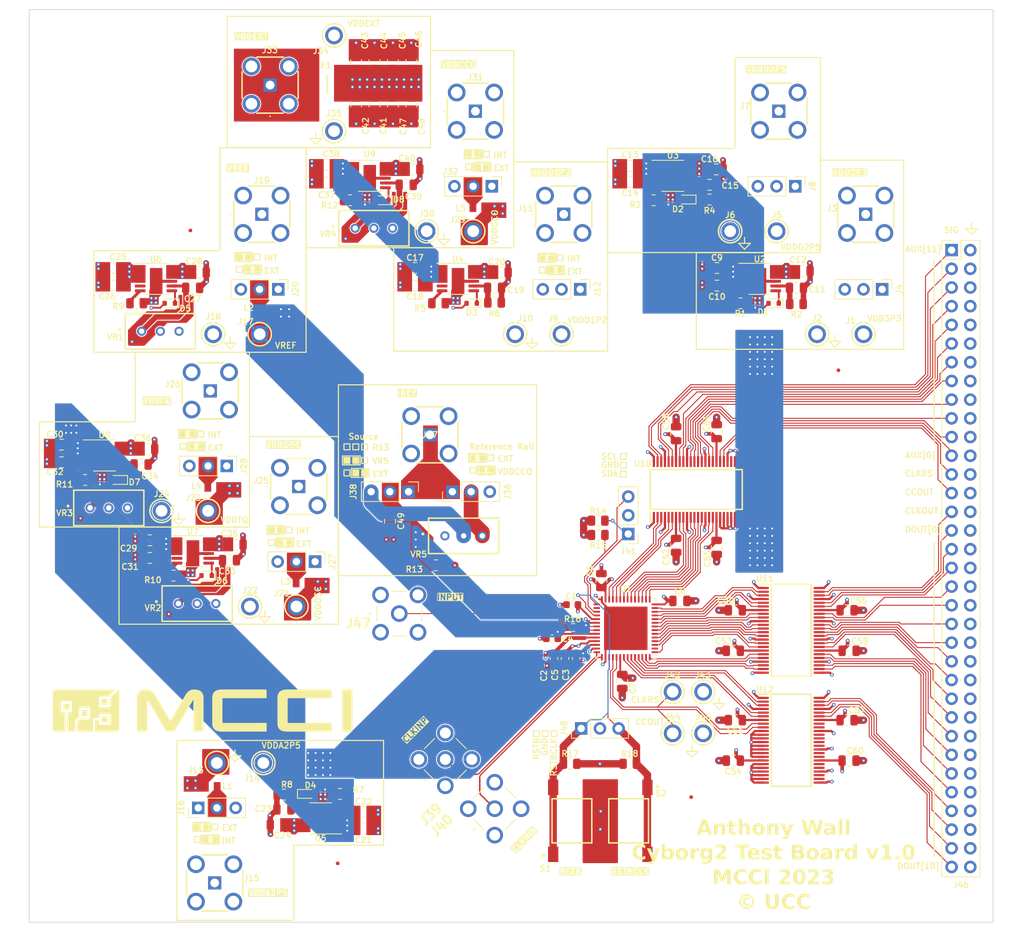
<source format=kicad_pcb>
(kicad_pcb (version 20221018) (generator pcbnew)
  (layers (0 "F.Cu" signal) (1 "In1.Cu" signal) (2 "In2.Cu" signal) (31 "B.Cu" signal) (34 "B.Paste" user) (35 "F.Paste" user) (36 "B.SilkS" user "B.Silkscreen") (37 "F.SilkS" user "F.Silkscreen") (38 "B.Mask" user) (39 "F.Mask" user) (44 "Edge.Cuts" user))
  (net 0 "")
  (net 1 "Net-(U9-SET)")
  (net 2 "Net-(J33-CNTR)")
  (net 3 "Net-(D1-K)")
  (net 4 "VDDEXT")
  (net 5 "/VDD3P3/VDD3P3_INT")
  (net 6 "Net-(U2-SET)")
  (net 7 "Net-(D2-K)")
  (net 8 "VDD3P3")
  (net 9 "Net-(J3-CNTR)")
  (net 10 "VDDD2P5")
  (net 11 "Net-(J7-CNTR)")
  (net 12 "Net-(U2-ILIM)")
  (net 14 "/VDDD2P5/VDDD2P5_INT")
  (net 15 "Net-(U3-SET)")
  (net 16 "/VDDD1P2/VDD1P2_INT")
  (net 17 "Net-(D3-K)")
  (net 18 "VDDD1P2")
  (net 19 "Net-(J11-CNTR)")
  (net 20 "Net-(U3-ILIM)")
  (net 22 "Net-(U4-SET)")
  (net 23 "/VDDA2P5/VDDA2P5_INT")
  (net 24 "Net-(D4-K)")
  (net 25 "VDDA2P5")
  (net 26 "Net-(J15-CNTR)")
  (net 27 "Net-(J16-Pin_2)")
  (net 28 "Net-(U4-ILIM)")
  (net 30 "Net-(U5-SET)")
  (net 31 "/VREF/VREF_INT")
  (net 32 "Net-(D5-K)")
  (net 33 "VREF")
  (net 34 "Net-(J19-CNTR)")
  (net 35 "Net-(J20-Pin_2)")
  (net 36 "Net-(U5-ILIM)")
  (net 39 "Net-(U6-SET)")
  (net 40 "/VDDACORE/VDDTQ_INT")
  (net 41 "Net-(U8-SET)")
  (net 42 "/VDDACORE/VDDCCO_INT")
  (net 43 "Net-(D7-K)")
  (net 44 "Net-(D8-K)")
  (net 45 "VDDOSC")
  (net 46 "Net-(U7-SET)")
  (net 47 "VDDTQ")
  (net 48 "Net-(J26-CNTR)")
  (net 49 "Net-(J28-Pin_2)")
  (net 50 "Net-(J31-CNTR)")
  (net 51 "Net-(J32-Pin_2)")
  (net 52 "Net-(U6-ILIM)")
  (net 53 "/VDDACORE/VDDOSC_INT")
  (net 54 "Net-(U8-ILIM)")
  (net 56 "Net-(D6-K)")
  (net 58 "Net-(J25-CNTR)")
  (net 61 "Net-(J27-Pin_2)")
  (net 62 "/IREF/IREF_INT")
  (net 63 "Net-(U7-ILIM)")
  (net 64 "/IREF")
  (net 66 "/CLKIN_P")
  (net 67 "/CLKIN_N")
  (net 69 "/SDA")
  (net 70 "/SCL")
  (net 71 "/CCOUT")
  (net 72 "/CLKRS")
  (net 73 "/DOUT18")
  (net 74 "/DOUT17")
  (net 75 "/DOUT16")
  (net 76 "/DOUT15")
  (net 77 "/DOUT14")
  (net 78 "/DOUT13")
  (net 79 "/DOUT12")
  (net 80 "/DOUT11")
  (net 81 "/DOUT10")
  (net 82 "/DOUT9")
  (net 83 "/DOUT8")
  (net 84 "/DOUT7")
  (net 85 "/DOUT6")
  (net 86 "/DOUT5")
  (net 87 "/DOUT4")
  (net 88 "/DOUT3")
  (net 89 "/DOUT2")
  (net 90 "/DOUT1")
  (net 91 "/DOUT0")
  (net 92 "/CLKOUT")
  (net 93 "/AUX0")
  (net 94 "/AUX1")
  (net 95 "/AUX2")
  (net 96 "/AUX3")
  (net 97 "/AUX4")
  (net 98 "/AUX5")
  (net 99 "/AUX6")
  (net 100 "/AUX7")
  (net 101 "/AUX8")
  (net 102 "/AUX9")
  (net 103 "/AUX10")
  (net 104 "/AUX11")
  (net 105 "Net-(U9-ILIM)")
  (net 118 "/DIGBUF_LEVSHIFT/DOUT_BUF0")
  (net 119 "/DIGBUF_LEVSHIFT/DOUT_BUF1")
  (net 120 "/DIGBUF_LEVSHIFT/DOUT_BUF2")
  (net 121 "/DIGBUF_LEVSHIFT/DOUT_BUF3")
  (net 122 "/DIGBUF_LEVSHIFT/DOUT_BUF4")
  (net 123 "/DIGBUF_LEVSHIFT/DOUT_BUF5")
  (net 124 "/DIGBUF_LEVSHIFT/DOUT_BUF6")
  (net 125 "/DIGBUF_LEVSHIFT/DOUT_BUF7")
  (net 126 "/DIGBUF_LEVSHIFT/DOUT_BUF8")
  (net 127 "/DIGBUF_LEVSHIFT/DOUT_BUF9")
  (net 128 "/DIGBUF_LEVSHIFT/DOUT_BUF10")
  (net 129 "/DIGBUF_LEVSHIFT/DOUT_BUF11")
  (net 130 "/DIGBUF_LEVSHIFT/DOUT_BUF12")
  (net 131 "/DIGBUF_LEVSHIFT/DOUT_BUF13")
  (net 132 "/DIGBUF_LEVSHIFT/DOUT_BUF14")
  (net 133 "/DIGBUF_LEVSHIFT/DOUT_BUF15")
  (net 134 "/DIGBUF_LEVSHIFT/DOUT_BUF16")
  (net 135 "/DIGBUF_LEVSHIFT/DOUT_BUF17")
  (net 136 "/DIGBUF_LEVSHIFT/DOUT_BUF18")
  (net 137 "/DIGBUF_LEVSHIFT/CLKOUT_BUF")
  (net 138 "/DIGBUF_LEVSHIFT/CCOUT_BUF")
  (net 139 "/DIGBUF_LEVSHIFT/CLKRS_BUF")
  (net 140 "/DIGBUF_LEVSHIFT/AUX_BUF0")
  (net 141 "/DIGBUF_LEVSHIFT/AUX_BUF1")
  (net 142 "/DIGBUF_LEVSHIFT/AUX_BUF2")
  (net 143 "/DIGBUF_LEVSHIFT/AUX_BUF3")
  (net 144 "/DIGBUF_LEVSHIFT/AUX_BUF4")
  (net 145 "/DIGBUF_LEVSHIFT/AUX_BUF5")
  (net 146 "/DIGBUF_LEVSHIFT/AUX_BUF6")
  (net 147 "/DIGBUF_LEVSHIFT/AUX_BUF7")
  (net 148 "/DIGBUF_LEVSHIFT/AUX_BUF8")
  (net 149 "/DIGBUF_LEVSHIFT/AUX_BUF9")
  (net 150 "/DIGBUF_LEVSHIFT/AUX_BUF10")
  (net 151 "/DIGBUF_LEVSHIFT/AUX_BUF11")
  (net 153 "/IN")
  (net 154 "/RSTB")
  (net 155 "/RSTBCLK")
  (net 156 "GND")
  (net 162 "VDDCCO")
  (net 163 "Net-(J36-Pin_1)")
  (net 164 "Net-(J36-Pin_2)")
  (net 165 "Net-(J47-CNTR)")
  (footprint "cyborg65r2_connectors:413990-1" (layer "F.Cu") (at 130.7 58.8)
    (fp_text reference "J19")
    (fp_text value "413990-1" hide)
  )
  (footprint "cyborg65r2_passives:INDC1608X100N" (layer "F.Cu") (at 160.17 57.97 180)
    (fp_text reference "L5")
    (fp_text value "LQW18ANR22G00D")
  )
  (footprint "cyborg65r2_connectors:413990-1" (layer "F.Cu") (at 123.7 82.8)
    (fp_text reference "J26")
    (fp_text value "413990-1" hide)
  )
  (footprint "Capacitor_SMD:C_0805_2012Metric" (layer "F.Cu") (at 195 127.54 180)
    (fp_text reference "C51")
    (fp_text value "GRM21BZ71E106KE15")
  )
  (footprint "cyborg65r2_connectors:5006" (layer "F.Cu") (at 186.48 123.68)
    (fp_text reference "J42")
    (fp_text value "5006" hide)
  )
  (footprint "Capacitor_SMD:C_0805_2012Metric" (layer "F.Cu") (at 127.2 103.7)
    (fp_text reference "C35")
    (fp_text value "GRM21BZ71E106KE15")
  )
  (footprint "Capacitor_SMD:C_0805_2012Metric" (layer "F.Cu") (at 179.64 122.27 -90)
    (fp_text reference "C7")
    (fp_text value "GRM21BZ71E106KE15")
  )
  (footprint "Package_SO:MSOP-12-1EP_3x4mm_P0.65mm_EP1.65x2.85mm" (layer "F.Cu") (at 138.665 140.885 180)
    (fp_text reference "U5")
    (fp_text value "LT3045xMSE")
  )
  (footprint "Resistor_SMD:R_0805_2012Metric" (layer "F.Cu") (at 118.7 107.9)
    (fp_text reference "R10")
    (fp_text value "ERJ-6ENF6041V")
  )
  (footprint "cyborg65r2_connectors:5006" (layer "F.Cu") (at 171.4 75.1)
    (fp_text reference "J9")
    (fp_text value "5006" hide)
  )
  (footprint "cyborg65r2_connectors:5006" (layer "F.Cu") (at 135.4 112.1)
    (fp_text reference "J21")
    (fp_text value "5006" hide)
  )
  (footprint "Capacitor_SMD:C_0805_2012Metric" (layer "F.Cu") (at 163.2 66.7)
    (fp_text reference "C20")
    (fp_text value "GRM21BZ71E106KE15")
  )
  (footprint "cyborg65r2_passives:3296W-1" (layer "F.Cu") (at 121.91 111.7)
    (fp_text reference "VR2")
    (fp_text value "3296W-1-103LF" hide)
  )
  (footprint "Resistor_SMD:R_0805_2012Metric" (layer "F.Cu") (at 191.5 56.8)
    (fp_text reference "R4")
    (fp_text value "ERJ-6ENF2492V")
  )
  (footprint "Capacitor_SMD:C_0805_2012Metric" (layer "F.Cu") (at 151 43.95 -90)
    (fp_text reference "C48")
    (fp_text value "GRM21BZ71E106KE15")
  )
  (footprint "Connector_PinHeader_2.54mm:PinHeader_1x03_P2.54mm_Vertical" (layer "F.Cu") (at 150.625 96.5 -90)
    (fp_text reference "J38")
    (fp_text value "TE 826926-3")
  )
  (footprint "Package_SO:MSOP-12-1EP_3x4mm_P0.65mm_EP1.65x2.85mm" (layer "F.Cu") (at 145.325 53.575)
    (fp_text reference "U9")
    (fp_text value "LT3045xMSE")
  )
  (footprint "Capacitor_SMD:C_0603_1608Metric" (layer "F.Cu") (at 170.11 116.46 180)
    (fp_text reference "C4")
    (fp_text value "GRM188C81C106MA73")
  )
  (footprint "Resistor_SMD:R_0805_2012Metric" (layer "F.Cu") (at 172.56 133.47 180)
    (fp_text reference "R17")
    (fp_text value "ERJ-6ENF6041V")
  )
  (footprint "Capacitor_SMD:C_0805_2012Metric" (layer "F.Cu") (at 132.79 141.76 180)
    (fp_text reference "C24")
    (fp_text value "GRM21BZ71E106KE15")
  )
  (footprint "Connector_PinHeader_2.54mm:PinHeader_1x03_P2.54mm_Vertical" (layer "F.Cu") (at 180.46 102.245 180)
    (fp_text reference "J41")
    (fp_text value "TE 826926-3")
  )
  (footprint "cyborg65r2_actives:SOP50P810X120-48N" (layer "F.Cu") (at 202.587 130.27)
    (fp_text reference "U12")
    (fp_text value "SN74AVCH16T245GR" hide)
  )
  (footprint "MountingHole:MountingHole_3.2mm_M3" (layer "F.Cu") (at 104 37)
    (fp_text reference "H1" hide)
    (fp_text value "MountingHole")
  )
  (footprint "Capacitor_SMD:C_0603_1608Metric" (layer "F.Cu") (at 173.38 119.165 -90)
    (fp_text reference "C3")
    (fp_text value "GRM188C81C106MA73")
  )
  (footprint "Capacitor_SMD:C_0805_2012Metric" (layer "F.Cu") (at 194.73 118.11 180)
    (fp_text reference "C53")
    (fp_text value "GRM21BZ71E106KE15")
  )
  (footprint "cyborg65r2_connectors:5006" (layer "F.Cu") (at 212.4 75.1)
    (fp_text reference "J1")
    (fp_text value "5006" hide)
  )
  (footprint "cyborg65r2_actives:SOP50P810X120-48N" (layer "F.Cu") (at 202.593 115.34)
    (fp_text reference "U11")
    (fp_text value "SN74AVCH16T245GR" hide)
  )
  (footprint "Capacitor_SMD:C_0805_2012Metric" (layer "F.Cu") (at 144.49 142.36)
    (fp_text reference "C21")
    (fp_text value "GRM21BZ71E106KE15")
  )
  (footprint "cyborg65r2_passives:INDC1608X100N" (layer "F.Cu") (at 124.17 95.97 180)
    (fp_text reference "L4")
    (fp_text value "LQW18ANR22G00D")
  )
  (footprint "Capacitor_SMD:C_0805_2012Metric" (layer "F.Cu") (at 115.5 103.1 180)
    (fp_text reference "C29")
    (fp_text value "GRM21BZ71E106KE15")
  )
  (footprint "cyborg65r2_connectors:5006" (layer "F.Cu") (at 159.4 61.1)
    (fp_text reference "J29")
    (fp_text value "5006" hide)
  )
  (footprint "Connector_PinHeader_2.54mm:PinHeader_1x03_P2.54mm_Vertical" (layer "F.Cu") (at 156.575 96.5 90)
    (fp_text reference "J36")
    (fp_text value "TE 826926-3")
  )
  (footprint "Capacitor_SMD:C_0805_2012Metric" (layer "F.Cu") (at 148.5 38.05 90)
    (fp_text reference "C45")
    (fp_text value "GRM21BZ71E106KE15")
  )
  (footprint "Capacitor_SMD:C_0805_2012Metric" (layer "F.Cu") (at 143.5 43.95 -90)
    (fp_text reference "C42")
    (fp_text value "GRM21BZ71E106KE15")
  )
  (footprint "cyborg65r2_connectors:732513140" (layer "F.Cu") (at 149.36 113.06)
    (fp_text reference "J47")
    (fp_text value "73251-3140" hide)
  )
  (footprint "cyborg65r2_connectors:413990-1" (layer "F.Cu") (at 124.29 149.66 180)
    (fp_text reference "J15")
    (fp_text value "413990-1" hide)
  )
  (footprint "Capacitor_SMD:C_0805_2012Metric" (layer "F.Cu") (at 103.5 90.1 180)
    (fp_text reference "C30")
    (fp_text value "GRM21BZ71E106KE15")
  )
  (footprint "Diode_SMD:D_SOD-523" (layer "F.Cu") (at 200.2 70.9 180)
    (fp_text reference "D1")
    (fp_text value "1N4148WT")
  )
  (footprint "Capacitor_SMD:C_0805_2012Metric" (layer "F.Cu") (at 110.5 66.1 180)
    (fp_text reference "C25")
    (fp_text value "GRM21BZ71E106KE15")
  )
  (footprint "cyborg65r2_connectors:5006" (layer "F.Cu") (at 130.4 75.1)
    (fp_text reference "J17")
    (fp_text value "5006" hide)
  )
  (footprint "Capacitor_SMD:C_0805_2012Metric" (layer "F.Cu") (at 180.7 52.24 180)
    (fp_text reference "C13")
    (fp_text value "GRM21BZ71E106KE15")
  )
  (footprint "Package_SO:MSOP-12-1EP_3x4mm_P0.65mm_EP1.65x2.85mm" (layer "F.Cu") (at 186.52 53.575)
    (fp_text reference "U3")
    (fp_text value "LT3045xMSE")
  )
  (footprint "Capacitor_SMD:C_0805_2012Metric" (layer "F.Cu") (at 187.47 111.34)
    (fp_text reference "C8")
    (fp_text value "GRM21BZ71E106KE15")
  )
  (footprint "Resistor_SMD:R_0805_2012Metric" (layer "F.Cu") (at 154.7 70.9)
    (fp_text reference "R5")
    (fp_text value "ERJ-6ENF3322V")
  )
  (footprint "cyborg65r2_connectors:5006" (layer "F.Cu") (at 206.1 75.1)
    (fp_text reference "J2")
    (fp_text value "5006" hide)
  )
  (footprint "cyborg65r2_connectors:5006" (layer "F.Cu") (at 123.4 99.1)
    (fp_text reference "J23")
    (fp_text value "5006" hide)
  )
  (footprint "Fiducial:Fiducial_0.5mm_Mask1mm" (layer "F.Cu") (at 121 61)
    (fp_text reference "FID1" hide)
    (fp_text value "Fiducial")
  )
  (footprint "cyborg65r2_actives:QFN56" (layer "F.Cu") (at 180.12 115.06)
    (fp_text reference "U1")
    (fp_text value "cyborg65r2")
  )
  (footprint "Diode_SMD:D_SOD-523" (layer "F.Cu") (at 159.2 70.9 180)
    (fp_text reference "D3")
    (fp_text value "1N4148WT")
  )
  (footprint "Capacitor_SMD:C_0603_1608Metric" (layer "F.Cu") (at 172.845 111.85 180)
    (fp_text reference "C1")
    (fp_text value "GRM188C81C106MA73")
  )
  (footprint "Package_SO:MSOP-12-1EP_3x4mm_P0.65mm_EP1.65x2.85mm" (layer "F.Cu") (at 109.325 91.575)
    (fp_text reference "U8")
    (fp_text value "LT3045xMSE")
  )
  (footprint "cyborg65r2_connectors:5006" (layer "F.Cu") (at 124.09 75.1)
    (fp_text reference "J18")
    (fp_text value "5006" hide)
  )
  (footprint "Connector_PinHeader_2.54mm:PinHeader_1x03_P2.54mm_Vertical" (layer "F.Cu") (at 132.93 69 -90)
    (fp_text reference "J20")
    (fp_text value "TE 826926-3")
  )
  (footprint "Capacitor_SMD:C_0805_2012Metric" (layer "F.Cu") (at 121.3 68.8)
    (fp_text reference "C27")
    (fp_text value "GRM21BC71H475KE11")
  )
  (footprint "Resistor_SMD:R_0805_2012Metric" (layer "F.Cu") (at 180.66 133.47)
    (fp_text reference "R18")
    (fp_text value "ERJ-6ENF6041V")
  )
  (footprint "cyborg65r2_connectors:5006" (layer "F.Cu") (at 124.59 133.36 180)
    (fp_text reference "J13")
    (fp_text value "5006" hide)
  )
  (footprint "Resistor_SMD:R_0805_2012Metric" (layer "F.Cu") (at 141.29 137.56 180)
    (fp_text reference "R7")
    (fp_text value "ERJ-6ENF3322V")
  )
  (footprint "Resistor_SMD:R_0805_2012Metric" (layer "F.Cu") (at 176.3725 102.375)
    (fp_text reference "R15")
    (fp_text value "R0805_DNP")
  )
  (footprint "Capacitor_SMD:C_0805_2012Metric" (layer "F.Cu") (at 186.96 103.79 -90)
    (fp_text reference "C52")
    (fp_text value "GRM21BZ71E106KE15")
  )
  (footprint "Fiducial:Fiducial_0.5mm_Mask1mm" (layer "F.Cu") (at 209 80)
    (fp_text reference "FID2" hide)
    (fp_text value "Fiducial")
  )
  (footprint "cyborg65r2_connectors:413990-1" (layer "F.Cu") (at 153.52 88.77)
    (fp_text reference "J37")
    (fp_text value "413990-1" hide)
  )
  (footprint "cyborg65r2_passives:FSM-SWITCH" (layer "F.Cu") (at 180.51 141.22)
    (fp_text reference "S2")
    (fp_text value "4-1437565-1" hide)
  )
  (footprint "Connector_PinHeader_2.54mm:PinHeader_1x03_P2.54mm_Vertical" (layer "F.Cu") (at 174.07 128.67 90)
    (fp_text reference "J48")
    (fp_text value "TE 826926-3")
  )
  (footprint "Capacitor_SMD:C_0805_2012Metric" (layer "F.Cu") (at 146 43.95 -90)
    (fp_text reference "C41")
    (fp_text value "GRM21BZ71E106KE15")
  )
  (footprint "Resistor_SMD:R_0805_2012Metric" (layer "F.Cu") (at 142.7 56.9)
    (fp_text reference "R12")
    (fp_text value "ERJ-6ENF6041V")
  )
  (footprint "Package_SO:MSOP-12-1EP_3x4mm_P0.65mm_EP1.65x2.85mm" (layer "F.Cu") (at 157.325 67.575)
    (fp_text reference "U4")
    (fp_text value "LT3045xMSE")
  )
  (footprint "cyborg65r2_connectors:5006" (layer "F.Cu") (at 130.9 133.36 180)
    (fp_text reference "J14")
    (fp_text value "5006" hide)
  )
  (footprint "Capacitor_SMD:C_0805_2012Metric" (layer "F.Cu") (at 115.5 105.5 180)
    (fp_text reference "C31")
    (fp_text value "GRM21BZ71E106KE15")
  )
  (footprint "cyborg65r2_connectors:5006" (layer "F.Cu") (at 117.08 99.1)
    (fp_text reference "J24")
    (fp_text value "5006" hide)
  )
  (footprint "Capacitor_SMD:C_0805_2012Metric" (layer "F.Cu") (at 139.5 52.1 180)
    (fp_text reference "C38")
    (fp_text value "GRM21BZ71E106KE15")
  )
  (footprint "MountingHole:MountingHole_3.2mm_M3" (layer "F.Cu") (at 225 37)
    (fp_text reference "H2" hide)
    (fp_text value "MountingHole")
  )
  (footprint "Fiducial:Fiducial_0.5mm_Mask1mm" (layer "F.Cu") (at 141 147)
    (fp_text reference "FID3" hide)
    (fp_text value "Fiducial")
  )
  (footprint "cyborg65r2_passives:FUSC3226X110N" (layer "F.Cu") (at 139.58 41.14)
    (fp_text reference "F1")
    (fp_text value "MF-USMF020-2" hide)
  )
  (footprint "cyborg65r2_passives:INDC1608X100N" (layer "F.Cu") (at 131.17 71.97 180)
    (fp_text reference "L2")
    (fp_text value "LQW18ANR22G00D")
  )
  (footprint "Capacitor_SMD:C_0805_2012Metric" (layer "F.Cu") (at 210.45 118.11)
    (fp_text reference "C59")
    (fp_text value "GRM21BZ71E106KE15")
  )
  (footprint "Capacitor_SMD:C_0805_2012Metric" (layer "F.Cu") (at 110.5 68.5 180)
    (fp_text reference "C26")
    (fp_text value "GRM21BZ71E106KE15")
  )
  (footprint "cyborg65r2_connectors:413990-1" (layer "F.Cu") (at 171.7 58.8)
    (fp_text reference "J11")
    (fp_text value "413990-1" hide)
  )
  (footprint "Capacitor_SMD:C_0805_2012Metric" (layer "F.Cu") (at 186.96 88.62 90)
    (fp_text reference "C58")
    (fp_text value "GRM21BZ71E106KE15")
  )
  (footprint "Connector_PinHeader_2.54mm:PinHeader_1x03_P2.54mm_Vertical" (layer "F.Cu") (at 122.06 139.46 90)
    (fp_text reference "J16")
    (fp_text value "TE 826926-3")
  )
  (footprint "cyborg65r2_connectors:732513140" (layer "F.Cu") (at 162.32 139.572102 45)
    (fp_text reference "J40")
    (fp_text value "73251-3140" hide)
  )
  (footprint "Connector_PinHeader_2.54mm:PinHeader_1x03_P2.54mm_Vertical" (layer "F.Cu") (at 137.93 106 -90)
    (fp_text reference "J27")
    (fp_text value "TE 826926-3")
  )
  (footprint "Package_SO:MSOP-12-1EP_3x4mm_P0.65mm_EP1.65x2.85mm" (layer "F.Cu") (at 116.325 67.575)
    (fp_text reference "U6")
    (fp_text value "LT3045xMSE")
  )
  (footprint "cyborg65r2_connectors:5006" (layer "F.Cu") (at 190.63 123.69)
    (fp_text reference "J43")
    (fp_text value "5006" hide)
  )
  (footprint "Diode_SMD:D_SOD-523" (layer "F.Cu") (at 188.4 56.8 180)
    (fp_text reference "D2")
    (fp_text value "1N4148WT")
  )
  (footprint "cyborg65r2_connectors:413990-1" (layer "F.Cu") (at 200.9 44.8)
    (fp_text reference "J7")
    (fp_text value "413990-1" hide)
  )
  (footprint "Package_SO:MSOP-12-1EP_3x4mm_P0.65mm_EP1.65x2.85mm" (layer "F.Cu") (at 121.325 104.575)
    (fp_text reference "U7")
    (fp_text value "LT3045xMSE")
  )
  (footprint "Resistor_SMD:R_0805_2012Metric" (layer "F.Cu") (at 113.7 70.9)
    (fp_text reference "R9")
    (fp_text value "ERJ-6ENF6041V")
  )
  (footprint "Capacitor_SMD:C_0603_1608Metric" (layer "F.Cu") (at 171.87 119.165 -90)
    (fp_text reference "C5")
    (fp_text value "GRM188C81C106MA73")
  )
  (footprint "cyborg65r2_passives:3296W-1" (layer "F.Cu") (at 116.91 74.7)
    (fp_text reference "VR1")
    (fp_text value "3296W-1-103LF" hide)
  )
  (footprint "Capacitor_SMD:C_0805_2012Metric" (layer "F.Cu") (at 150.3 54.8)
    (fp_text reference "C39")
    (fp_text value "GRM21BC71H475KE11")
  )
  (footprint "Package_SO:MSOP-12-1EP_3x4mm_P0.65mm_EP1.65x2.85mm" (layer "F.Cu") (at 198.325 67.575)
    (fp_text reference "U2")
    (fp_text value "LT3045xMSE")
  )
  (footprint "Capacitor_SMD:C_0805_2012Metric" (layer "F.Cu") (at 148.1 100.5 -90)
    (fp_text reference "C49")
    (fp_text value "GRM21BZ71E106KE15")
  )
  (footprint "Capacitor_SMD:C_0805_2012Metric" (layer "F.Cu") (at 192.5 68.5 180)
    (fp_text reference "C10")
    (fp_text value "GRM21BZ71E106KE15")
  )
  (footprint "cyborg65r2_actives:SOP50P810X120-48N" (layer "F.Cu") (at 189.69 96.197 90)
    (fp_text reference "U10")
    (fp_text value "SN74AVCH16T245GR" hide)
  )
  (footprint "cyborg65r2_passives:INDC1608X100N" (layer "F.Cu") (at 136.17 108.97 180)
    (fp_text reference "L3")
    (fp_text value "LQW18ANR22G00D")
  )
  (footprint "cyborg65r2_connectors:5006" (layer "F.Cu") (at 140.5 34.5 90)
    (fp_text reference "J34")
    (fp_text value "5006" hide)
  )
  (footprint "Capacitor_SMD:C_0805_2012Metric" (layer "F.Cu") (at 204.2 66.5)
    (fp_text reference "C12")
    (fp_text value "GRM21BZ71E106KE15")
  )
  (footprint "Connector_PinHeader_2.54mm:PinHeader_1x03_P2.54mm_Vertical" (layer "F.Cu") (at 214.94 69 -90)
    (fp_text reference "J4")
    (fp_text value "TE 826926-3")
  )
  (footprint "cyborg65r2_connectors:5006" (layer "F.Cu") (at 200.61 61.1)
    (fp_text reference "J5")
    (fp_text value "5006" hide)
  )
  (footprint "Capacitor_SMD:C_0805_2012Metric" (layer "F.Cu") (at 143.5 38.05 90)
    (fp_text reference "C43")
    (fp_text value "GRM21BZ71E106KE15")
  )
  (footprint "Capacitor_SMD:C_0805_2012Metric" (layer "F.Cu") (at 122.2 66.7)
    (fp_text reference "C28")
    (fp_text value "GRM21BZ71E106KE15")
  )
  (footprint "Resistor_SMD:R_0805_2012Metric" (layer "F.Cu") (at 183.9 56.9)
    (fp_text reference "R3")
    (fp_text value "ERJ-6ENF3322V")
  )
  (footprint "cyborg65r2_connectors:5006" (layer "F.Cu") (at 186.49 129.33)
    (fp_text reference "J44")
    (fp_text value "5006" hide)
  )
  (footprint "Resistor_SMD:R_0805_2012Metric" (layer "F.Cu") (at 203.3 71)
    (fp_text reference "R2")
    (fp_text value "ERJ-6ENF3322V")
  )
  (footprint "Capacitor_SMD:C_0805_2012Metric" (layer "F.Cu") (at 210.17 112.61)
    (fp_text reference "C56")
    (fp_text value "GRM21BZ71E106KE15")
  )
  (footprint "Capacitor_SMD:C_0805_2012Metric" (layer "F.Cu") (at 194.73 133.04 180)
    (fp_text reference "C54")
    (fp_text value "GRM21BZ71E106KE15")
  )
  (footprint "Diode_SMD:D_SOD-523" (layer "F.Cu") (at 118.2 70.9 180)
    (fp_text reference "D5")
    (fp_text value "1N4148WT")
  )
  (footprint "Connector_PinHeader_2.54mm:PinHeader_1x03_P2.54mm_Vertical" (layer "F.Cu") (at 125.93 93 -90)
    (fp_text reference "J28")
    (fp_text value "TE 826926-3")
  )
  (footprint "Connector_PinHeader_2.54mm:PinHeader_1x03_P2.54mm_Vertical" (layer "F.Cu") (at 203.14 55 -90)
    (fp_text reference "J8")
    (fp_text value "TE 826926-3")
  )
  (footprint "Resistor_SMD:R_0805_2012Metric" (layer "F.Cu") (at 162.3 70.8)
    (fp_text reference "R6")
    (fp_text value "ERJ-6ENF1212V")
  )
  (footprint "cyborg65r2_connectors:5006" (layer "F.Cu") (at 194.3 61.1)
    (fp_text reference "J6")
    (fp_text value "5006" hide)
  )
  (footprint "cyborg65r2_passives:3296W-1" (layer "F.Cu") (at 145.91 60.7)
    (fp_text reference "VR4")
    (fp_text value "3296W-1-103LF" hide)
  )
  (footprint "Capacitor_SMD:C_0805_2012Metric" (layer "F.Cu") (at 180.7 54.41 180)
    (fp_text reference "C14")
    (fp_text value "GRM21BZ71E106KE15")
  )
  (footprint "Connector_PinHeader_2.54mm:PinHeader_2x34_P2.54mm_Vertical" (layer "F.Cu") (at 224.37 63.67)
    (fp_text reference "J46")
    (fp_text value "Conn_02x34_Odd_Even")
  )
  (footprint "cyborg65r2_passives:INDC1608X100N" (layer "F.Cu") (at 123.82 136.49)
    (fp_text reference "L1")
    (fp_text value "LQW18ANR22G00D")
  )
  (footprint "Resistor_SMD:R_0805_2012Metric" (layer "F.Cu") (at 133.69 137.66 180)
    (fp_text reference "R8")
    (fp_text value "ERJ-6ENF2492V")
  )
  (footprint "Resistor_SMD:R_0805_2012Metric" (layer "F.Cu") (at 195.7 70.9)
    (fp_text reference "R1")
    (fp_text value "ERJ-6ENF3322V")
  )
  (footprint "Capacitor_SMD:C_0805_2012Metric" (layer "F.Cu") (at 103.5 92.5 180)
    (fp_text reference "C32")
    (fp_text value "GRM21BZ71E106KE15")
  )
  (footprint "Fiducial:Fiducial_0.5mm_Mask1mm" (layer "F.Cu") (at 189 138)
    (fp_text reference "FID4" hide)
    (fp_text value "Fiducial")
  )
  (footprint "Capacitor_SMD:C_0805_2012Metric" (layer "F.Cu") (at 195 112.61 180)
    (fp_text reference "C50")
    (fp_text value "GRM21BZ71E106KE15")
  )
  (footprint "Capacitor_SMD:C_0805_2012Metric" (layer "F.Cu") (at 151.5 68.5 180)
    (fp_text reference "C18")
    (fp_text value "GRM21BZ71E106KE15")
  )
  (footprint "Capacitor_SMD:C_0805_2012Metric" (layer "F.Cu") (at 210.44 133.04)
    (fp_text reference "C60")
    (fp_text value "GRM21BZ71E106KE15")
  )
  (footprint "cyborg65r2_connectors:5006" (layer "F.Cu") (at 140.5 47.5 90)
    (fp_text reference "J35")
    (fp_text value "5006" hide)
  )
  (footprint "Resistor_SMD:R_0805_2012Metric" (layer "F.Cu") (at 154.3125 106.5 180)
    (fp_text reference "R13")
    (fp_text value "R0805_DNP")
  )
  (footprint "Capacitor_SMD:C_0603_1608Metric" (layer "F.Cu") (at 170.37 119.16 -90)
    (fp_text reference "C2")
    (fp_text value "GRM188C81C106MA73")
  )
  (footprint "Capacitor_SMD:C_0805_2012Metric" (layer "F.Cu") (at 126.3 105.8)
    (fp_text reference "C33")
    (fp_text value "GRM21BC71H475KE11")
  )
  (footprint "Resistor_SMD:R_0805_2012Metric" (layer "F.Cu") (at 106.7 94.9)
    (fp_text reference "R11")
    (fp_text value "ERJ-6ENF6041V")
  )
  (footprint "Capacitor_SMD:C_0805_2012Metric" (layer "F.Cu") (at 176.81 108.58 90)
    (fp_text reference "C6")
    (fp_text value "GRM21BZ71E106KE15")
  )
  (footprint "Resistor_SMD:R_0805_2012Metric" (layer "F.Cu") (at 176.37 100.435)
    (fp_text reference "R14")
    (fp_text value "R0805_DNP")
  )
  (footprint "Capacitor_SMD:C_0805_2012Metric" (layer "F.Cu") (at 144.49 139.96)
    (fp_text reference "C22")
    (fp_text value "GRM21BZ71E106KE15")
  )
  (footprint "Capacitor_SMD:C_0805_2012Metric" (layer "F.Cu") (at 191.5 54.8)
    (fp_text reference "C15")
    (fp_text value "GRM21BC71H475KE11")
  )
  (footprint "Capacitor_SMD:C_0805_2012Metric" (layer "F.Cu") (at 115.2 90.7)
    (fp_text reference "C36")
    (fp_text value "GRM21BZ71E106KE15")
  )
  (footprint "cyborg65r2_connectors:5006" (layer "F.Cu") (at 129.08 112.1)
    (fp_text reference "J22")
    (fp_text value "5006" hide)
  )
  (footprint "Capacitor_SMD:C_0805_2012Metric" (layer "F.Cu") (at 133.69 139.66 180)
    (fp_text reference "C23")
    (fp_text value "GRM21BC71H475KE11")
  )
  (footprint "Capacitor_SMD:C_0805_2012Metric" (layer "F.Cu") (at 203.3 68.8)
    (fp_text reference "C11")
    (fp_text value "GRM21BC71H475KE11")
  )
  (footprint "cyborg65r2_connectors:413990-1" (layer "F.Cu") (at 212.7 58.8)
    (fp_text reference "J3")
    (fp_text value "413990-1" hide)
  )
  (footprint "cyborg65r2_connectors:732513140" (layer "F.Cu") (at 155.612102 132.872102 45)
    (fp_text reference "J39")
    (fp_text value "73251-3140" hide)
  )
  (footprint "Diode_SMD:D_SOD-523" (layer "F.Cu") (at 136.79 137.56)
    (fp_text reference "D4")
    (fp_text value "1N4148WT")
  )
  (footprint "cyborg65r2_connectors:413990-1" (layer "F.Cu") (at 135.7 95.8)
    (fp_text reference "J25")
    (fp_text value "413990-1" hide)
  )
  (footprint "cyborg65r2_connectors:5006" (layer "F.Cu") (at 165.1 75.1)
    (fp_text reference "J10")
    (fp_text value "5006" hide)
  )
  (footprint "Capacitor_SMD:C_0805_2012Metric" (layer "F.Cu") (at 114.3 92.8)
    (fp_text reference "C34")
    (fp_text value "GRM21BC71H475KE11")
  )
  (footprint "Capacitor_SMD:C_0805_2012Metric" (layer "F.Cu") (at 151.5 66.1 180)
    (fp_text reference "C17")
    (fp_text value "GRM21BZ71E106KE15")
  )
  (footprint "MountingHole:MountingHole_3.2mm_M3" (layer "F.Cu") (at 104 150)
    (fp_text reference "H3" hide)
    (fp_text value "MountingHole")
  )
  (footprint "Capacitor_SMD:C_0805_2012Metric" (layer "F.Cu") (at 192.46 104.06 -90)
    (fp_text reference "C55")
    (fp_text value "GRM21BZ71E106KE15")
  )
  (footprint "Capacitor_SMD:C_0805_2012Metric" (layer "F.Cu") (at 151 38.05 90)
    (fp_text reference "C46")
    (fp_text value "GRM21BZ71E106KE15")
  )
  (footprint "Capacitor_SMD:C_0805_2012Metric" (layer "F.Cu") (at 139.5 54.5 180)
    (fp_text reference "C37")
    (fp_text value "GRM21BZ71E106KE15")
  )
  (footprint "Capacitor_SMD:C_0805_2012Metric" (layer "F.Cu") (at 146 38.05 90)
    (fp_text reference "C44")
    (fp_text value "GRM21BZ71E106KE15")
  )
  (footprint "Capacitor_SMD:C_0805_2012Metric" (layer "F.Cu") (at 148.5 43.95 -90)
    (fp_text reference "C47")
    (fp_text value "GRM21BZ71E106KE15")
  )
  (footprint "cyborg65r2_passives:3296W-1" (layer "F.Cu") (at 109.91 98.7)
    (fp_text reference "VR3")
    (fp_text value "3296W-1-103LF" hide)
  )
  (footprint "Capacitor_SMD:C_0805_2012Metric" (layer "F.Cu") (at 151.2 52.7)
    (fp_text reference "C40")
    (fp_text value "GRM21BZ71E106KE15")
  )
  (footprint "Connector_PinHeader_2.54mm:PinHeader_1x03_P2.54mm_Vertical" (layer "F.Cu") (at 173.935 69 -90)
    (fp_text reference "J12")
    (fp_text value "TE 826926-3")
  )
  (footprint "cyborg65r2_connectors:413990-1" (layer "F.Cu") (at 159.7 44.8)
    (fp_text reference "J31")
    (fp_text value "413990-1" hide)
  )
  (footprint "MountingHole:MountingHole_3.2mm_M3" (layer "F.Cu") (at 215 151)
    (fp_text reference "H4" hide)
    (fp_text value "MountingHole")
  )
  (footprint "Diode_SMD:D_SOD-523" (layer "F.Cu") (at 147.2 56.9 180)
    (fp_text reference "D8")
    (fp_text value "1N4148WT")
  )
  (footprint "Capacitor_SMD:C_0805_2012Metric" (layer "F.Cu") (at 210.17 127.54)
    (fp_text reference "C57")
    (fp_text value "GRM21BZ71E106KE15")
  )
  (footprint "Resistor_SMD:R_0603_1608Metric" (layer "F.Cu") (at 172.97 114.96 180)
    (fp_text reference "R16")
    (fp_text value "R0603_DNP")
  )
  (footprint "Capacitor_SMD:C_0805_2012Metric" (layer "F.Cu") (at 162.3 68.8)
    (fp_text reference "C19")
    (fp_text value "GRM21BC71H475KE11")
  )
  (footprint "cyborg65r2_passives:FSM-SWITCH" (layer "F.Cu") (at 172.81 141.22 180)
    (fp_text reference "S1")
    (fp_text value "4-1437565-1" hide)
  )
  (footprint "cyborg65r2_passives:3296W-1" (layer "F.Cu") (at 158.1 102.5)
    (fp_text reference "VR5")
    (fp_text value "3296W-1-104LF" hide)
  )
  (footprint "Capacitor_SMD:C_0805_2012Metric" (layer "F.Cu") (at 192.4 52.7)
    (fp_text reference "C16")
    (fp_text value "GRM21BZ71E106KE15")
  )
  (footprint "Diode_SMD:D_SOD-523" (layer "F.Cu") (at 123.2 107.9 180)
    (fp_text reference "D6")
    (fp_text value "1N4148WT")
  )
  (footprint "cyborg65r2_connectors:413990-1" (layer "F.Cu") (at 131.82 41.25 90)
    (fp_text reference "J33")
    (fp_text value "413990-1" hide)
  )
  (footprint "Diode_SMD:D_SOD-523" (layer "F.Cu") (at 111.2 94.9 180)
    (fp_text reference "D7")
    (fp_text value "1N4148WT")
  )
  (footprint "Capacitor_SMD:C_0805_2012Metric" (layer "F.Cu") (at 192.5 66.1 180)
    (fp_text reference "C9")
    (fp_text value "GRM21BZ71E106KE15")
  )
  (footprint "Capacitor_SMD:C_0805_2012Metric" (layer "F.Cu") (at 192.46 88.345 90)
    (fp_text reference "C61")
    (fp_text value "GRM21BZ71E106KE15")
  )
  (footprint "Connector_PinHeader_2.54mm:PinHeader_1x03_P2.54mm_Vertical" (layer "F.Cu") (at 161.93 55 -90)
    (fp_text reference "J32")
    (fp_text value "TE 826926-3")
  )
  (footprint "cyborg65r2_connectors:5006" (layer "F.Cu") (at 153.08 61.1)
    (fp_text reference "J30")
    (fp_text value "5006" hide)
  )
  (footprint "cyborg65r2_connectors:5006" (layer "F.Cu") (at 190.63 129.33)
    (fp_text reference "J45")
    (fp_text value "5006" hide)
  )
  (gr_rect (start 159.6 50.25) (end 160.4 51.05) (stroke (width 0.15)) (fill solid) (layer "F.SilkS"))
  (gr_line (start 125 63.75) (end 125 49.8) (stroke (width 0.15)) (layer "F.SilkS"))
  (gr_line (start 161.175 92.5) (end 158.775 92.5) (stroke (width 0.15)) (layer "F.SilkS"))
  (gr_rect (start 160.8 50.25) (end 161.6 51.05) (stroke (width 0.15)) (fill none) (layer "F.SilkS"))
  (gr_rect (start 120.8 88.25) (end 121.6 89.05) (stroke (width 0.15)) (fill solid) (layer "F.SilkS"))
  (gr_line (start 131.1 114.3) (end 130.3 113.5) (stroke (width 0.15)) (layer "F.SilkS"))
  (gr_rect (start 179.4 93.7) (end 180.2 94.5) (stroke (width 0.15)) (fill none) (layer "F.SilkS"))
  (gr_rect (start 123.925 141.65) (end 124.725 142.45) (stroke (width 0.15)) (fill none) (layer "F.SilkS"))
  (gr_line (start 123 89.75) (end 123 90.95) (stroke (width 0.15)) (layer "F.SilkS"))
  (gr_line (start 227.075 60.775) (end 227.875 60.775) (stroke (width 0.15)) (layer "F.SilkS"))
  (gr_rect (start 169.6 64.3) (end 170.4 65.1) (stroke (width 0.15)) (fill solid) (layer "F.SilkS"))
  (gr_rect (start 128.45 64.2) (end 129.25 65) (stroke (width 0.15)) (fill solid) (layer "F.SilkS"))
  (gr_line (start 130.65 66.9) (end 128.25 66.9) (stroke (width 0.15)) (layer "F.SilkS"))
  (gr_line (start 111.3 101.3) (end 129 101.3) (stroke (width 0.15)) (layer "F.SilkS"))
  (gr_poly (pts (xy 107.008309 126.978078) (xy 106.219933 126.978078) (xy 106.219933 126.189702) (xy 107.008309 126.189702)) (fill solid) (layer "F.SilkS"))
  (gr_rect (start 127.25 64.2) (end 128.05 65) (stroke (width 0.15)) (fill solid) (layer "F.SilkS"))
  (gr_line (start 158.2 50.05) (end 160.6 50.05) (stroke (width 0.15)) (layer "F.SilkS"))
  (gr_line (start 118.6 100.2) (end 119.4 100.2) (stroke (width 0.15)) (layer "F.SilkS"))
  (gr_line (start 208.5 76.05) (end 209.3 76.05) (stroke (width 0.15)) (layer "F.SilkS"))
  (gr_rect (start 141.85 91.85) (end 142.65 92.65) (stroke (width 0.15)) (fill solid) (layer "F.SilkS"))
  (gr_rect (start 119.6 88.25) (end 120.4 89.05) (stroke (width 0.15)) (fill solid) (layer "F.SilkS"))
  (gr_rect (start 121.525 141.65) (end 122.325 142.45) (stroke (width 0.15)) (fill solid) (layer "F.SilkS"))
  (gr_line (start 135 102.8) (end 135 104) (stroke (width 0.15)) (layer "F.SilkS"))
  (gr_line (start 119.4 101) (end 118.6 100.2) (stroke (width 0.15)) (layer "F.SilkS"))
  (gr_line (start 153.6 36.55) (end 164.9 36.55) (stroke (width 0.15)) (layer "F.SilkS"))
  (gr_line (start 188.35 131.775) (end 189.15 131.775) (stroke (width 0.15)) (layer "F.SilkS"))
  (gr_rect (start 132.8 103) (end 133.6 103.8) (stroke (width 0.15)) (fill solid) (layer "F.SilkS"))
  (gr_line (start 136.7 49.75) (end 153.6 49.75) (stroke (width 0.15)) (layer "F.SilkS"))
  (gr_line (start 122.525 143.15) (end 124.925 143.15) (stroke (width 0.15)) (layer "F.SilkS"))
  (gr_line (start 162.375 94.2) (end 159.975 94.2) (stroke (width 0.15)) (layer "F.SilkS"))
  (gr_line (start 206.55 51.45) (end 217.85 51.45) (stroke (width 0.15)) (layer "F.SilkS"))
  (gr_line (start 120.6 89.75) (end 123 89.75) (stroke (width 0.15)) (layer "F.SilkS"))
  (gr_line (start 125.6 76.3) (end 126.4 76.3) (stroke (width 0.15)) (layer "F.SilkS"))
  (gr_line (start 153.6 31.9) (end 153.6 49.75) (stroke (width 0.15)) (layer "F.SilkS"))
  (gr_line (start 196.25 62.75) (end 197.05 62.75) (stroke (width 0.15)) (layer "F.SilkS"))
  (gr_line (start 123 90.95) (end 120.6 90.95) (stroke (width 0.15)) (layer "F.SilkS"))
  (gr_rect (start 131.6 103) (end 132.4 103.8) (stroke (width 0.15)) (fill none) (layer "F.SilkS"))
  (gr_line (start 168.025 81.975) (end 141.1 81.975) (stroke (width 0.15)) (layer "F.SilkS"))
  (gr_rect (start 129.65 64.2) (end 130.45 65) (stroke (width 0.15)) (fill none) (layer "F.SilkS"))
  (gr_line (start 129.45 65.2) (end 127.05 65.2) (stroke (width 0.15)) (layer "F.SilkS"))
  (gr_line (start 197.05 62.75) (end 196.25 63.55) (stroke (width 0.15)) (layer "F.SilkS"))
  (gr_line (start 177.65 51.7) (end 177.65 49.85) (stroke (width 0.15)) (layer "F.SilkS"))
  (gr_line (start 100.5 101.3) (end 100.5 87) (stroke (width 0.15)) (layer "F.SilkS"))
  (gr_line (start 221.996 103.378) (end 221.996 146.05) (stroke (width 0.15)) (layer "F.SilkS"))
  (gr_line (start 227.875 60.775) (end 227.075 61.575) (stroke (width 0.15)) (layer "F.SilkS"))
  (gr_line (start 193.6 125.275) (end 192.8 126.075) (stroke (width 0.15)) (layer "F.SilkS"))
  (gr_rect (start 168.4 64.3) (end 169.2 65.1) (stroke (width 0.15)) (fill solid) (layer "F.SilkS"))
  (gr_line (start 129.45 64) (end 129.45 65.2) (stroke (width 0.15)) (layer "F.SilkS"))
  (gr_line (start 121.325 142.65) (end 121.325 141.45) (stroke (width 0.15)) (layer "F.SilkS"))
  (gr_rect (start 122.725 143.35) (end 123.525 144.15) (stroke (width 0.15)) (fill solid) (layer "F.SilkS"))
  (gr_rect (start 132.8 101.3) (end 133.6 102.1) (stroke (width 0.15)) (fill solid) (layer "F.SilkS"))
  (gr_line (start 136.7 63.35) (end 136.7 49.75) (stroke (width 0.15)) (layer "F.SilkS"))
  (gr_line (start 206.55 64) (end 177.65 64) (stroke (width 0.15)) (layer "F.SilkS"))
  (gr_rect (start 143.05 91.85) (end 143.85 92.65) (stroke (width 0.15)) (fill solid) (layer "F.SilkS"))
  (gr_line (start 217.85 77.15) (end 189.7 77.15) (stroke (width 0.15)) (layer "F.SilkS"))
  (gr_rect (start 167.575 128.975) (end 168.375 129.775) (stroke (width 0.15)) (fill none) (layer "F.SilkS"))
  (gr_line (start 119.15 130.3) (end 147.225 130.3) (stroke (width 0.15)) (layer "F.SilkS"))
  (gr_line (start 171.8 67) (end 169.4 67) (stroke (width 0.15)) (layer "F.SilkS"))
  (gr_line (start 217.85 51.45) (end 217.85 77.15) (stroke (width 0.15)) (layer "F.SilkS"))
  (gr_rect (start 158.975 91.5) (end 159.775 92.3) (stroke (width 0.15)) (fill solid) (layer "F.SilkS"))
  (gr_line (start 120.6 90.95) (end 120.6 89.75) (stroke (width 0.15)) (layer "F.SilkS"))
  (gr_rect (start 169.975 128.975) (end 170.775 129.775) (stroke (width 0.15)) (fill none) (layer "F.SilkS"))
  (gr_line (start 208.5 75.25) (end 208.5 76.05) (stroke (width 0.15)) (layer "F.SilkS"))
  (gr_rect (start 158.4 50.25) (end 159.2 51.05) (stroke (width 0.15)) (fill solid) (layer "F.SilkS"))
  (gr_line (start 141.65 92.85) (end 141.65 91.65) (stroke (width 0.15)) (layer "F.SilkS"))
  (gr_poly (pts (xy 109.757701 127.823711) (xy 108.969325 127.823711) (xy 108.969325 127.035335) (xy 109.757701 127.035335)) (fill solid) (layer "F.SilkS"))
  (gr_line (start 125 49.8) (end 125 49.75) (stroke (width 0.15)) (layer "F.SilkS"))
  (gr_line (start 171.8 65.8) (end 171.8 67) (stroke (width 0.15)) (layer "F.SilkS"))
  (gr_rect (start 122 88.25) (end 122.8 89.05) (stroke (width 0.15)) (fill none) (layer "F.SilkS"))
  (gr_line (start 125 49.75) (end 136.7 49.75) (stroke (width 0.15)) (layer "F.SilkS"))
  (gr_line (start 206.55 37.5) (end 206.55 64) (stroke (width 0.15)) (layer "F.SilkS"))
  (gr_line (start 131.9 113.5) (end 131.1 114.3) (stroke (width 0.15)) (layer "F.SilkS"))
  (gr_rect (start 141.85 93.55) (end 142.65 94.35) (stroke (width 0.15)) (fill none) (layer "F.SilkS"))
  (gr_line (start 147.225 144.525) (end 135.05 144.525) (stroke (width 0.15)) (layer "F.SilkS"))
  (gr_line (start 141.1 81.975) (end 141.1 107.9) (stroke (width 0.15)) (layer "F.SilkS"))
  (gr_rect (start 168.775 128.975) (end 169.575 129.775) (stroke (width 0.15)) (fill none) (layer "F.SilkS"))
  (gr_line (start 208.5 76.85) (end 207.7 76.05) (stroke (width 0.15)) (layer "F.SilkS"))
  (gr_line (start 113.5 87) (end 113.5 77.55) (stroke (width 0.15)) (layer "F.SilkS"))
  (gr_line (start 192.8 124.475) (end 192.8 125.275) (stroke (width 0.15)) (layer "F.SilkS"))
  (gr_line (start 227.075 59.975) (end 227.075 60.775) (stroke (width 0.15)) (layer "F.SilkS"))
  (gr_line (start 111.3 114.5) (end 111.3 101.3) (stroke (width 0.15)) (layer "F.SilkS"))
  (gr_line (start 158.775 91.3) (end 161.175 91.3) (stroke (width 0.15)) (layer "F.SilkS"))
  (gr_line (start 161.8 52.95) (end 159.4 52.95) (stroke (width 0.15)) (layer "F.SilkS"))
  (gr_line (start 161.8 51.75) (end 161.8 52.95) (stroke (width 0.15)) (layer "F.SilkS"))
  (gr_line (start 121.325 141.45) (end 123.725 141.45) (stroke (width 0.15)) (layer "F.SilkS"))
  (gr_line (start 167.4 76.3) (end 168.2 76.3) (stroke (width 0.15)) (layer "F.SilkS"))
  (gr_line (start 141.1 114.5) (end 111.3 114.5) (stroke (width 0.15)) (layer "F.SilkS"))
  (gr_line (start 113.5 77.55) (end 129 77.55) (stroke (width 0.15)) (layer "F.SilkS"))
  (gr_line (start 166.6 76.3) (end 167.4 76.3) (stroke (width 0.15)) (layer "F.SilkS"))
  (gr_line (start 155.4 63) (end 154.6 62.2) (stroke (width 0.15)) (layer "F.SilkS"))
  (gr_line (start 196.25 61.95) (end 196.25 62.75) (stroke (width 0.15)) (layer "F.SilkS"))
  (gr_line (start 131.1 112.7) (end 131.1 113.5) (stroke (width 0.15)) (layer "F.SilkS"))
  (gr_rect (start 144.25 91.85) (end 145.05 92.65) (stroke (width 0.15)) (fill none) (layer "F.SilkS"))
  (gr_poly (pts (xy 134.299343 127.992015) (xy 134.287844 127.990603) (xy 134.276748 127.988789) (xy 134.266054 127.98657) (xy 134.255763 127.983949) (xy 134.245875 127.980924) (xy 134.236389 127.977496) (xy 134.227307 127.973664) (xy 134.218627 127.969429) (xy 134.21035 127.964791) (xy 134.202476 127.95975) (xy 134.195005 127.954305) (xy 134.187937 127.948457) (xy 134.181273 127.942205) (xy 134.175011 127.93555) (xy 134.169154 127.928492) (xy 134.163699 127.921031) (xy 134.158649 127.913166) (xy 134.154001 127.904898) (xy 134.149758 127.896227) (xy 134.145918 127.887152) (xy 134.142483 127.877674) (xy 134.139451 127.867793) (xy 134.136823 127.857508) (xy 134.134599 127.84682) (xy 134.13278 127.835729) (xy 134.131364 127.824235) (xy 134.130353 127.812337) (xy 134.129746 127.800036) (xy 134.129544 127.787331) (xy 134.129544 124.687159) (xy 134.129746 124.674453) (xy 134.130353 124.662148) (xy 134.131364 124.650245) (xy 134.13278 124.638743) (xy 134.134599 124.627642) (xy 134.136823 124.616943) (xy 134.139451 124.606646) (xy 134.142483 124.596751) (xy 134.145918 124.587257) (xy 134.149758 124.578167) (xy 134.154001 124.569478) (xy 134.158649 124.561192) (xy 134.163699 124.553309) (xy 134.169154 124.545829) (xy 134.175011 124.538752) (xy 134.181273 124.532077) (xy 134.187937 124.525807) (xy 134.195005 124.519939) (xy 134.202476 124.514476) (xy 134.21035 124.509416) (xy 134.218627 124.50476) (xy 134.227307 124.500508) (xy 134.236389 124.49666) (xy 134.245875 124.493217) (xy 134.255763 124.490178) (xy 134.266054 124.487544) (xy 134.276748 124.485315) (xy 134.287844 124.48349) (xy 134.299343 124.482071) (xy 134.311243 124.481057) (xy 134.323547 124.480449) (xy 134.336252 124.480246) (xy 140.12298 124.480246) (xy 140.12298 123.446924) (xy 134.129544 123.446924) (xy 134.053241 123.447934) (xy 133.979362 123.450962) (xy 133.907906 123.456009) (xy 133.838873 123.463076) (xy 133.772264 123.47216) (xy 133.708078 123.483264) (xy 133.646315 123.496386) (xy 133.586974 123.511526) (xy 133.530057 123.528685) (xy 133.475563 123.547862) (xy 133.423491 123.569058) (xy 133.373842 123.592271) (xy 133.326616 123.617503) (xy 133.281812 123.644753) (xy 133.239431 123.674021) (xy 133.199472 123.705306) (xy 133.161936 123.73861) (xy 133.126822 123.773931) (xy 133.09413 123.81127) (xy 133.06386 123.850626) (xy 133.036012 123.892) (xy 133.010586 123.935391) (xy 132.987582 123.9808) (xy 132.967 124.028226) (xy 132.948839 124.077669) (xy 132.9331 124.129129) (xy 132.919783 124.182606) (xy 132.908887 124.238101) (xy 132.900413 124.295612) (xy 132.89436 124.35514) (xy 132.890728 124.416685) (xy 132.889517 124.480246) (xy 132.889517 127.99383) (xy 132.890728 128.057391) (xy 132.89436 128.118936) (xy 132.900413 128.178464) (xy 132.908887 128.235975) (xy 132.919783 128.291469) (xy 132.9331 128.344947) (xy 132.948839 128.396407) (xy 132.967 128.44585) (xy 132.987582 128.493276) (xy 133.010586 128.538684) (xy 133.036012 128.582076) (xy 133.06386 128.62345) (xy 133.09413 128.662806) (xy 133.126822 128.700145) (xy 133.161936 128.735466) (xy 133.199472 128.768769) (xy 133.239431 128.800055) (xy 133.281812 128.829323) (xy 133.326616 128.856573) (xy 133.373842 128.881804) (xy 133.423491 128.905018) (xy 133.475563 128.926214) (xy 133.530057 128.945391) (xy 133.586974 128.96255) (xy 133.646315 128.97769) (xy 133.708078 128.990812) (xy 133.838873 129.011) (xy 133.979362 129.023114) (xy 134.129544 129.027152) (xy 140.126491 129.02033) (xy 140.126491 127.986802) (xy 134.336252 127.99383) (xy 134.323547 127.993628) (xy 134.311243 127.993023)) (stroke (width 0.15)) (fill solid) (layer "F.SilkS"))
  (gr_line (start 167.4 75.5) (end 167.4 76.3) (stroke (width 0.15)) (layer "F.SilkS"))
  (gr_line (start 136.7 49.75) (end 136.7 77.55) (stroke (width 0.15)) (layer "F.SilkS"))
  (gr_line (start 161.175 91.3) (end 161.175 92.5) (stroke (width 0.15)) (layer "F.SilkS"))
  (gr_line (start 156.2 62.2) (end 155.4 63) (stroke (width 0.15)) (layer "F.SilkS"))
  (gr_line (start 207.7 76.05) (end 208.5 76.05) (stroke (width 0.15)) (layer "F.SilkS"))
  (gr_line (start 123.725 141.45) (end 123.725 142.65) (stroke (width 0.15)) (layer "F.SilkS"))
  (gr_line (start 136.7 77.55) (end 107.9 77.55) (stroke (width 0.15)) (layer "F.SilkS"))
  (gr_line (start 192 125.275) (end 192.8 125.275) (stroke (width 0.15)) (layer "F.SilkS"))
  (gr_rect (start 169.6 66) (end 170.4 66.8) (stroke (width 0.15)) (fill solid) (layer "F.SilkS"))
  (gr_line (start 158.2 51.25) (end 158.2 50.05) (stroke (width 0.15)) (layer "F.SilkS"))
  (gr_poly (pts (xy 111.11598 128.936841) (xy 111.100827 128.948746) (xy 111.085099 128.959926) (xy 111.068821 128.970355) (xy 111.052019 128.980009) (xy 111.034718 128.988863) (xy 111.016943 128.996892) (xy 110.998718 129.00407) (xy 110.98007 129.010372) (xy 110.961023 129.015773) (xy 110.941602 129.020249) (xy 110.921832 129.023774) (xy 110.901739 129.026323) (xy 110.881348 129.02787) (xy 110.860682 129.028392) (xy 108.128034 129.028392) (xy 108.128034 127.641397) (xy 108.545992 127.641397) (xy 108.545992 128.247044) (xy 110.181035 128.247044) (xy 110.181035 126.612002) (xy 108.545992 126.612002) (xy 108.545992 127.218063) (xy 107.7047 127.218063) (xy 107.7047 129.028392) (xy 105.706063 129.028392) (xy 105.706063 127.791672) (xy 106.09591 127.401411) (xy 107.431641 127.401411) (xy 107.431641 125.766369) (xy 105.7966 125.766369) (xy 105.7966 127.102101) (xy 105.282729 127.615972) (xy 105.282729 129.028392) (xy 104.365783 129.028392) (xy 104.365783 126.542342) (xy 104.97143 126.542342) (xy 104.97143 124.9073) (xy 103.336388 124.9073) (xy 103.336388 126.542342) (xy 103.942449 126.542342) (xy 103.942449 129.028392) (xy 102.375 129.028392) (xy 102.375 123.85) (xy 102.375523 123.829334) (xy 102.377074 123.808939) (xy 102.379628 123.78884) (xy 102.38316 123.769063) (xy 102.387645 123.749633) (xy 102.393058 123.730575) (xy 102.399373 123.711914) (xy 102.406565 123.693676) (xy 102.414608 123.675885) (xy 102.423478 123.658568) (xy 102.43315 123.641749) (xy 102.443597 123.625454) (xy 102.454795 123.609707) (xy 102.466719 123.594534) (xy 102.479342 123.579961) (xy 102.492641 123.566012) (xy 102.50659 123.552714) (xy 102.521163 123.54009) (xy 102.536336 123.528166) (xy 102.552083 123.516968) (xy 102.568378 123.506521) (xy 102.585197 123.496849) (xy 102.602514 123.487979) (xy 102.620305 123.479936) (xy 102.638543 123.472744) (xy 102.657204 123.466429) (xy 102.676262 123.461017) (xy 102.695692 123.456532) (xy 102.715469 123.452999) (xy 102.735568 123.450445) (xy 102.755963 123.448894) (xy 102.776629 123.448371) (xy 110.663279 123.448371) (xy 109.881725 124.229925) (xy 108.545992 124.229925) (xy 108.545992 125.864967) (xy 110.181035 125.864967) (xy 110.181035 124.529029) (xy 111.261899 123.448371) (xy 111.261899 128.627175) (xy 111.261377 128.64784) (xy 111.259829 128.668232) (xy 111.257281 128.688325) (xy 111.253756 128.708094) (xy 111.24928 128.727515) (xy 111.243879 128.746563) (xy 111.237576 128.765211) (xy 111.230399 128.783435) (xy 111.22237 128.801211) (xy 111.213516 128.818512) (xy 111.203862 128.835314) (xy 111.193433 128.851591) (xy 111.182253 128.86732) (xy 111.170348 128.882473) (xy 111.157744 128.897027) (xy 111.144464 128.910957) (xy 111.130535 128.924236)) (stroke (width 0.15)) (fill solid) (layer "F.SilkS"))
  (gr_line (start 209.3 76.05) (end 208.5 76.85) (stroke (width 0.15)) (layer "F.SilkS"))
  (gr_line (start 127.05 131.575) (end 127.05 132.375) (stroke (width 0.15)) (layer "F.SilkS"))
  (gr_line (start 119.4 89.25) (end 119.4 88.05) (stroke (width 0.15)) (layer "F.SilkS"))
  (gr_line (start 120.2 100.2) (end 119.4 101) (stroke (width 0.15)) (layer "F.SilkS"))
  (gr_line (start 133.8 101.1) (end 133.8 102.3) (stroke (width 0.15)) (layer "F.SilkS"))
  (gr_rect (start 143.05 90) (end 143.85 90.8) (stroke (width 0.15)) (fill none) (layer "F.SilkS"))
  (gr_line (start 126.4 77.1) (end 125.6 76.3) (stroke (width 0.15)) (layer "F.SilkS"))
  (gr_line (start 196.25 63.55) (end 195.45 62.75) (stroke (width 0.15)) (layer "F.SilkS"))
  (gr_rect (start 161.375 93.2) (end 162.175 94) (stroke (width 0.15)) (fill solid) (layer "F.SilkS"))
  (gr_line (start 164.9 51.7) (end 177.65 51.7) (stroke (width 0.15)) (layer "F.SilkS"))
  (gr_line (start 192.8 125.275) (end 193.6 125.275) (stroke (width 0.15)) (layer "F.SilkS"))
  (gr_rect (start 170.8 64.3) (end 171.6 65.1) (stroke (width 0.15)) (fill none) (layer "F.SilkS"))
  (gr_line (start 145.25 93.35) (end 145.25 94.55) (stroke (width 0.15)) (layer "F.SilkS"))
  (gr_rect (start 179.4 92.5) (end 180.2 93.3) (stroke (width 0.15)) (fill none) (layer "F.SilkS"))
  (gr_rect (start 158.4 51.95) (end 159.2 52.75) (stroke (width 0.15)) (fill none) (layer "F.SilkS"))
  (gr_line (start 129 89) (end 141.1 89) (stroke (width 0.15)) (layer "F.SilkS"))
  (gr_line (start 168.2 76.3) (end 167.4 77.1) (stroke (width 0.15)) (layer "F.SilkS"))
  (gr_line (start 194.95 37.5) (end 206.55 37.5) (stroke (width 0.15)) (layer "F.SilkS"))
  (gr_line (start 189.7 64) (end 206.55 64) (stroke (width 0.15)) (layer "F.SilkS"))
  (gr_rect (start 134 103) (end 134.8 103.8) (stroke (width 0.15)) (fill solid) (layer "F.SilkS"))
  (gr_line (start 141.1 89) (end 141.1 114.5) (stroke (width 0.15)) (layer "F.SilkS"))
  (gr_line (start 141.1 107.9) (end 168.025 107.9) (stroke (width 0.15)) (layer "F.SilkS"))
  (gr_line (start 135.05 154.75) (end 119.15 154.75) (stroke (width 0.15)) (layer "F.SilkS"))
  (gr_line (start 137.2 48.5) (end 138 48.5) (stroke (width 0.15)) (layer "F.SilkS"))
  (gr_line (start 102.5 101.3) (end 100.5 101.3) (stroke (width 0.15)) (layer "F.SilkS"))
  (gr_line (start 131.1 113.5) (end 131.9 113.5) (stroke (width 0.15)) (layer "F.SilkS"))
  (gr_line (start 170.6 65.3) (end 168.2 65.3) (stroke (width 0.15)) (layer "F.SilkS"))
  (gr_rect (start 121.525 143.35) (end 122.325 144.15) (stroke (width 0.15)) (fill none) (layer "F.SilkS"))
  (gr_line (start 131.4 102.3) (end 131.4 101.1) (stroke (width 0.15)) (layer "F.SilkS"))
  (gr_rect (start 123.925 143.35) (end 124.725 144.15) (stroke (width 0.15)) (fill solid) (layer "F.SilkS"))
  (gr_line (start 123.725 142.65) (end 121.325 142.65) (stroke (width 0.15)) (layer "F.SilkS"))
  (gr_line (start 119.15 154.75) (end 119.15 131) (stroke (width 0.15)) (layer "F.SilkS"))
  (gr_line (start 124.925 143.15) (end 124.925 144.35) (stroke (width 0.15)) (layer "F.SilkS"))
  (gr_line (start 147.225 130.3) (end 147.225 144.525) (stroke (width 0.15)) (layer "F.SilkS"))
  (gr_line (start 159.4 51.75) (end 161.8 51.75) (stroke (width 0.15)) (layer "F.SilkS"))
  (gr_line (start 127.05 65.2) (end 127.05 64) (stroke (width 0.15)) (layer "F.SilkS"))
  (gr_line (start 128.25 65.7) (end 130.65 65.7) (stroke (width 0.15)) (layer "F.SilkS"))
  (gr_line (start 155.4 62.2) (end 156.2 62.2) (stroke (width 0.15)) (layer "F.SilkS"))
  (gr_line (start 129 77.55) (end 129 101.3) (stroke (width 0.15)) (layer "F.SilkS"))
  (gr_rect (start 122 89.95) (end 122.8 90.75) (stroke (width 0.15)) (fill solid) (layer "F.SilkS"))
  (gr_line (start 142.85 93.35) (end 145.25 93.35) (stroke (width 0.15)) (layer "F.SilkS"))
  (gr_line (start 158.775 92.5) (end 158.775 91.3) (stroke (width 0.15)) (layer "F.SilkS"))
  (gr_line (start 127.05 133.175) (end 126.25 132.375) (stroke (width 0.15)) (layer "F.SilkS"))
  (gr_line (start 119.4 88.05) (end 121.8 88.05) (stroke (width 0.15)) (layer "F.SilkS"))
  (gr_line (start 119.15 131.025) (end 119.15 130.3) (stroke (width 0.15)) (layer "F.SilkS"))
  (gr_line (start 189.15 132.575) (end 188.35 131.775) (stroke (width 0.15)) (layer "F.SilkS"))
  (gr_line (start 107.9 63.75) (end 125 63.75) (stroke (width 0.15)) (layer "F.SilkS"))
  (gr_line (start 227.075 61.575) (end 226.275 60.775) (stroke (width 0.15)) (layer "F.SilkS"))
  (gr_line (start 119.4 99.4) (end 119.4 100.2) (stroke (width 0.15)) (layer "F.SilkS"))
  (gr_line (start 135.05 144.525) (end 135.05 154.75) (stroke (width 0.15)) (layer "F.SilkS"))
  (gr_line (start 121.8 89.25) (end 119.4 89.25) (stroke (width 0.15)) (layer "F.SilkS"))
  (gr_rect (start 179.4 91.3) (end 180.2 92.1) (stroke (width 0.15)) (fill none) (layer "F.SilkS"))
  (gr_rect (start 119.6 89.95) (end 120.4 90.75) (stroke (width 0.15)) (fill none) (layer "F.SilkS"))
  (gr_poly (pts (xy 113.8984 124.028345) (xy 113.880239 124.077777) (xy 113.864499 124.129225) (xy 113.851181 124.182689) (xy 113.840285 124.238169) (xy 113.83181 124.295665) (xy 113.825757 124.355176) (xy 113.822125 124.416703) (xy 113.820915 124.480246) (xy 113.820915 129.027358) (xy 115.061149 129.027358) (xy 115.061149 124.480246) (xy 117.747704 129.027358) (xy 118.781026 129.027358) (xy 121.467994 124.480246) (xy 121.467994 129.027358) (xy 122.707814 129.027358) (xy 122.707814 124.480246) (xy 122.705345 124.416703) (xy 122.700535 124.355176) (xy 122.693384 124.295665) (xy 122.683892 124.238169) (xy 122.672059 124.182689) (xy 122.657885 124.129225) (xy 122.641371 124.077777) (xy 122.622516 124.028345) (xy 122.60132 123.98093) (xy 122.577784 123.935531) (xy 122.551907 123.892148) (xy 122.52369 123.850782) (xy 122.493133 123.811433) (xy 122.460235 123.774101) (xy 122.424998 123.738785) (xy 122.38742 123.705487) (xy 122.347503 123.674206) (xy 122.305245 123.644942) (xy 122.260648 123.617696) (xy 122.213711 123.592467) (xy 122.164434 123.569256) (xy 122.112818 123.548063) (xy 122.058862 123.528887) (xy 122.002567 123.51173) (xy 121.943932 123.49659) (xy 121.882958 123.483469) (xy 121.753993 123.463282) (xy 121.615672 123.451169) (xy 121.467994 123.447131) (xy 121.391286 123.449551) (xy 121.353537 123.452576) (xy 121.316192 123.456812) (xy 121.27925 123.462258) (xy 121.242712 123.468914) (xy 121.206578 123.476781) (xy 121.170848 123.485859) (xy 121.135521 123.496148) (xy 121.100599 123.507648) (xy 121.06608 123.520358) (xy 121.031966 123.53428) (xy 120.998256 123.549414) (xy 120.964951 123.565758) (xy 120.932049 123.583315) (xy 120.899553 123.602083) (xy 120.835773 123.643254) (xy 120.773611 123.689273) (xy 120.713069 123.740142) (xy 120.654148 123.79586) (xy 120.596846 123.856428) (xy 120.541166 123.921849) (xy 120.487107 123.992122) (xy 120.434671 124.067248) (xy 118.264261 127.787331) (xy 116.094264 124.067248) (xy 116.041792 123.992122) (xy 115.987702 123.921849) (xy 115.931996 123.856428) (xy 115.874675 123.79586) (xy 115.815739 123.740142) (xy 115.75519 123.689273) (xy 115.693028 123.643254) (xy 115.629254 123.602083) (xy 115.56387 123.565758) (xy 115.496875 123.53428) (xy 115.428271 123.507648) (xy 115.358059 123.485859) (xy 115.28624 123.468914) (xy 115.212815 123.456812) (xy 115.137784 123.449551) (xy 115.061149 123.447131) (xy 114.984827 123.44814) (xy 114.91093 123.451169) (xy 114.839458 123.456216) (xy 114.77041 123.463282) (xy 114.703786 123.472366) (xy 114.639586 123.483469) (xy 114.577811 123.49659) (xy 114.518459 123.51173) (xy 114.461532 123.528887) (xy 114.407028 123.548063) (xy 114.354947 123.569256) (xy 114.305291 123.592467) (xy 114.258057 123.617696) (xy 114.213247 123.644942) (xy 114.17086 123.674206) (xy 114.130896 123.705487) (xy 114.093355 123.738785) (xy 114.058237 123.774101) (xy 114.025541 123.811433) (xy 113.995268 123.850782) (xy 113.967418 123.892148) (xy 113.94199 123.935531) (xy 113.918984 123.98093)) (stroke (width 0.15)) (fill solid) (layer "F.SilkS"))
  (gr_rect (start 141.85 90) (end 142.65 90.8) (stroke (width 0.15)) (fill none) (layer "F.SilkS"))
  (gr_line (start 127.05 64) (end 129.45 64) (stroke (width 0.15)) (layer "F.SilkS"))
  (gr_rect (start 161.375 91.5) (end 162.175 92.3) (stroke (width 0.15)) (fill none) (layer "F.SilkS"))
  (gr_rect (start 160.175 93.2) (end 160.975 94) (stroke (width 0.15)) (fill solid) (layer "F.SilkS"))
  (gr_line (start 153.6 49.75) (end 126 49.75) (stroke (width 0.15)) (layer "F.SilkS"))
  (gr_line (start 159.975 94.2) (end 159.975 93) (stroke (width 0.15)) (layer "F.SilkS"))
  (gr_line (start 100.5 87) (end 113.5 87) (stroke (width 0.15)) (layer "F.SilkS"))
  (gr_line (start 167.4 77.1) (end 166.6 76.3) (stroke (width 0.15)) (layer "F.SilkS"))
  (gr_line (start 138 47.7) (end 138 48.5) (stroke (width 0.15)) (layer "F.SilkS"))
  (gr_line (start 136.7 63.35) (end 164.9 63.35) (stroke (width 0.15)) (layer "F.SilkS"))
  (gr_line (start 138 49.3) (end 137.2 48.5) (stroke (width 0.15)) (layer "F.SilkS"))
  (gr_line (start 132.6 102.8) (end 135 102.8) (stroke (width 0.15)) (layer "F.SilkS"))
  (gr_line (start 138 48.5) (end 138.8 48.5) (stroke (width 0.15)) (layer "F.SilkS"))
  (gr_rect (start 144.25 93.55) (end 145.05 94.35) (stroke (width 0.15)) (fill solid) (layer "F.SilkS"))
  (gr_line (start 192.8 126.075) (end 192 125.275) (stroke (width 0.15)) (layer "F.SilkS"))
  (gr_line (start 130.3 113.5) (end 131.1 113.5) (stroke (width 0.15)) (layer "F.SilkS"))
  (gr_line (start 126.25 132.375) (end 127.05 132.375) (stroke (width 0.15)) (layer "F.SilkS"))
  (gr_rect (start 160.175 91.5) (end 160.975 92.3) (stroke (width 0.15)) (fill solid) (layer "F.SilkS"))
  (gr_line (start 154.6 62.2) (end 155.4 62.2) (stroke (width 0.15)) (layer "F.SilkS"))
  (gr_rect (start 168.4 66) (end 169.2 66.8) (stroke (width 0.15)) (fill none) (layer "F.SilkS"))
  (gr_line (start 144.05 92.85) (end 141.65 92.85) (stroke (width 0.15)) (layer "F.SilkS"))
  (gr_line (start 127.2 76.3) (end 126.4 77.1) (stroke (width 0.15)) (layer "F.SilkS"))
  (gr_line (start 164.9 36.55) (end 164.9 63.35) (stroke (width 0.15)) (layer "F.SilkS"))
  (gr_line (start 148.6 63.35) (end 164.9 63.35) (stroke (width 0.15)) (layer "F.SilkS"))
  (gr_line (start 128.25 66.9) (end 128.25 65.7) (stroke (width 0.15)) (layer "F.SilkS"))
  (gr_line (start 119.4 100.2) (end 120.2 100.2) (stroke (width 0.15)) (layer "F.SilkS"))
  (gr_line (start 129 101.3) (end 102.5 101.3) (stroke (width 0.15)) (layer "F.SilkS"))
  (gr_line (start 222 65) (end 222 90) (stroke (width 0.15)) (layer "F.SilkS"))
  (gr_poly (pts (xy 125.340645 127.954305) (xy 125.333574 127.948457) (xy 125.326905 127.942205) (xy 125.320638 127.93555) (xy 125.314775 127.928492) (xy 125.309315 127.921031) (xy 125.304258 127.913166) (xy 125.299604 127.904898) (xy 125.295355 127.896227) (xy 125.291509 127.887152) (xy 125.288067 127.877674) (xy 125.285029 127.867793) (xy 125.282396 127.857508) (xy 125.280167 127.84682) (xy 125.278343 127.835729) (xy 125.276924 127.824235) (xy 125.27591 127.812337) (xy 125.275302 127.800036) (xy 125.275099 127.787331) (xy 125.275099 124.687159) (xy 125.275302 124.674453) (xy 125.27591 124.662148) (xy 125.276924 124.650245) (xy 125.278343 124.638743) (xy 125.280167 124.627642) (xy 125.282396 124.616943) (xy 125.285029 124.606646) (xy 125.288067 124.596751) (xy 125.291509 124.587257) (xy 125.295355 124.578167) (xy 125.299604 124.569478) (xy 125.304258 124.561192) (xy 125.309315 124.553309) (xy 125.314775 124.545829) (xy 125.320638 124.538752) (xy 125.326905 124.532077) (xy 125.333574 124.525807) (xy 125.340645 124.519939) (xy 125.348119 124.514476) (xy 125.355995 124.509416) (xy 125.364273 124.50476) (xy 125.372952 124.500508) (xy 125.382034 124.49666) (xy 125.391516 124.493217) (xy 125.4014 124.490178) (xy 125.411685 124.487544) (xy 125.422371 124.485315) (xy 125.433457 124.48349) (xy 125.444944 124.482071) (xy 125.456831 124.481057) (xy 125.469118 124.480449) (xy 125.481805 124.480246) (xy 131.268739 124.480246) (xy 131.268739 123.446924) (xy 125.275099 123.446924) (xy 125.198815 123.447934) (xy 125.124951 123.450962) (xy 125.053509 123.456009) (xy 124.984488 123.463076) (xy 124.917888 123.47216) (xy 124.853709 123.483264) (xy 124.791952 123.496386) (xy 124.732616 123.511526) (xy 124.675702 123.528685) (xy 124.621209 123.547862) (xy 124.569137 123.569058) (xy 124.519487 123.592271) (xy 124.472259 123.617503) (xy 124.427452 123.644753) (xy 124.385067 123.674021) (xy 124.345104 123.705306) (xy 124.307562 123.73861) (xy 124.272442 123.773931) (xy 124.239744 123.81127) (xy 124.209468 123.850626) (xy 124.181613 123.892) (xy 124.156181 123.935391) (xy 124.13317 123.9808) (xy 124.112582 124.028226) (xy 124.094415 124.077669) (xy 124.078671 124.129129) (xy 124.065349 124.182606) (xy 124.054448 124.238101) (xy 124.04597 124.295612) (xy 124.039915 124.35514) (xy 124.036281 124.416685) (xy 124.03507 124.480246) (xy 124.03507 127.99383) (xy 124.036281 128.057391) (xy 124.039915 128.118936) (xy 124.04597 128.178464) (xy 124.054448 128.235975) (xy 124.065349 128.291469) (xy 124.078671 128.344947) (xy 124.094415 128.396407) (xy 124.112582 128.44585) (xy 124.13317 128.493276) (xy 124.156181 128.538684) (xy 124.181613 128.582076) (xy 124.209468 128.62345) (xy 124.239744 128.662806) (xy 124.272442 128.700145) (xy 124.307562 128.735466) (xy 124.345104 128.768769) (xy 124.385067 128.800055) (xy 124.427452 128.829323) (xy 124.472259 128.856573) (xy 124.519487 128.881804) (xy 124.569137 128.905018) (xy 124.621209 128.926214) (xy 124.675702 128.945391) (xy 124.732616 128.96255) (xy 124.791952 128.97769) (xy 124.853709 128.990812) (xy 124.984488 129.011) (xy 125.124951 129.023114) (xy 125.275099 129.027152) (xy 131.272046 129.02033) (xy 131.272046 127.986802) (xy 125.481805 127.99383) (xy 125.469118 127.993628) (xy 125.456831 127.993023) (xy 125.444944 127.992015) (xy 125.433457 127.990603) (xy 125.422371 127.988789) (xy 125.411685 127.98657) (xy 125.4014 127.983949) (xy 125.391516 127.980924) (xy 125.382034 127.977496) (xy 125.372952 127.973664) (xy 125.364273 127.969429) (xy 125.355995 127.964791) (xy 125.348119 127.95975)) (stroke (width 0.15)) (fill solid) (layer "F.SilkS"))
  (gr_line (start 159.4 52.95) (end 159.4 51.75) (stroke (width 0.15)) (layer "F.SilkS"))
  (gr_rect (start 127.25 65.9) (end 128.05 66.7) (stroke (width 0.15)) (fill none) (layer "F.SilkS"))
  (gr_line (start 169.4 67) (end 169.4 65.8) (stroke (width 0.15)) (layer "F.SilkS"))
  (gr_line (start 148.6 77.4) (end 148.6 63.35) (stroke (width 0.15)) (layer "F.SilkS"))
  (gr_line (start 131.4 101.1) (end 133.8 101.1) (stroke (width 0.15)) (layer "F.SilkS"))
  (gr_line (start 124.925 144.35) (end 122.525 144.35) (stroke (width 0.15)) (layer "F.SilkS"))
  (gr_line (start 126.4 75.5) (end 126.4 76.3) (stroke (width 0.15)) (layer "F.SilkS"))
  (gr_line (start 177.65 64) (end 177.65 51.7) (stroke (width 0.15)) (layer "F.SilkS"))
  (gr_rect (start 120.8 89.95) (end 121.6 90.75) (stroke (width 0.15)) (fill solid) (layer "F.SilkS"))
  (gr_line (start 189.7 77.15) (end 189.7 64) (stroke (width 0.15)) (layer "F.SilkS"))
  (gr_line (start 130.65 65.7) (end 130.65 66.9) (stroke (width 0.15)) (layer "F.SilkS"))
  (gr_line (start 138.8 48.5) (end 138 49.3) (stroke (width 0.15)) (layer "F.SilkS"))
  (gr_line (start 162.375 93) (end 162.375 94.2) (stroke (width 0.15)) (layer "F.SilkS"))
  (gr_line (start 189.15 131.775) (end 189.95 131.775) (stroke (width 0.15)) (layer "F.SilkS"))
  (gr_line (start 168.025 107.9) (end 168.025 81.975) (stroke (width 0.15)) (layer "F.SilkS"))
  (gr_line (start 195.45 62.75) (end 196.25 62.75) (stroke (width 0.15)) (layer "F.SilkS"))
  (gr_line (start 135 104) (end 132.6 104) (stroke (width 0.15)) (layer "F.SilkS"))
  (gr_line (start 177.65 51.7) (end 177.65 77.4) (stroke (width 0.15)) (layer "F.SilkS"))
  (gr_line (start 121.8 88.05) (end 121.8 89.25) (stroke (width 0.15)) (layer "F.SilkS"))
  (gr_line (start 194.95 49.85) (end 194.95 37.5) (stroke (width 0.15)) (layer "F.SilkS"))
  (gr_poly (pts (xy 109.757701 125.441634) (xy 108.969325 125.441634) (xy 108.969325 124.653259) (xy 109.757701 124.653259)) (fill solid) (layer "F.SilkS"))
  (gr_line (start 132.6 104) (end 132.6 102.8) (stroke (width 0.15)) (layer "F.SilkS"))
  (gr_rect (start 159.6 51.95) (end 160.4 52.75) (stroke (width 0.15)) (fill solid) (layer "F.SilkS"))
  (gr_line (start 189.15 130.975) (end 189.15 131.775) (stroke (width 0.15)) (layer "F.SilkS"))
  (gr_rect (start 129.65 65.9) (end 130.45 66.7) (stroke (width 0.15)) (fill solid) (layer "F.SilkS"))
  (gr_line (start 126.4 76.3) (end 127.2 76.3) (stroke (width 0.15)) (layer "F.SilkS"))
  (gr_line (start 160.6 51.25) (end 158.2 51.25) (stroke (width 0.15)) (layer "F.SilkS"))
  (gr_poly (pts (xy 142.924049 129.026945) (xy 142.924667 123.439896) (xy 141.684018 123.440516) (xy 141.684018 129.026945)) (stroke (width 0.15)) (fill solid) (layer "F.SilkS"))
  (gr_line (start 177.65 49.85) (end 194.95 49.85) (stroke (width 0.15)) (layer "F.SilkS"))
  (gr_line (start 127.85 132.375) (end 127.05 133.175) (stroke (width 0.15)) (layer "F.SilkS"))
  (gr_line (start 168.2 65.3) (end 168.2 64.1) (stroke (width 0.15)) (layer "F.SilkS"))
  (gr_line (start 122.525 144.35) (end 122.525 143.15) (stroke (width 0.15)) (layer "F.SilkS"))
  (gr_rect (start 143.05 93.55) (end 143.85 94.35) (stroke (width 0.15)) (fill solid) (layer "F.SilkS"))
  (gr_line (start 142.85 94.55) (end 142.85 93.35) (stroke (width 0.15)) (layer "F.SilkS"))
  (gr_rect (start 131.6 101.3) (end 132.4 102.1) (stroke (width 0.15)) (fill solid) (layer "F.SilkS"))
  (gr_line (start 126 49.75) (end 126 31.9) (stroke (width 0.15)) (layer "F.SilkS"))
  (gr_line (start 226.275 60.775) (end 227.075 60.775) (stroke (width 0.15)) (layer "F.SilkS"))
  (gr_line (start 144.05 91.65) (end 144.05 92.85) (stroke (width 0.15)) (layer "F.SilkS"))
  (gr_line (start 127.05 132.375) (end 127.85 132.375) (stroke (width 0.15)) (layer "F.SilkS"))
  (gr_rect (start 122.725 141.65) (end 123.525 142.45) (stroke (width 0.15)) (fill solid) (layer "F.SilkS"))
  (gr_line (start 133.8 102.3) (end 131.4 102.3) (stroke (width 0.15)) (layer "F.SilkS"))
  (gr_rect (start 160.8 51.95) (end 161.6 52.75) (stroke (width 0.15)) (fill solid) (layer "F.SilkS"))
  (gr_line (start 177.65 77.4) (end 148.6 77.4) (stroke (width 0.15)) (layer "F.SilkS"))
  (gr_line (start 168.2 64.1) (end 170.6 64.1) (stroke (width 0.15)) (layer "F.SilkS"))
  (gr_line (start 159.975 93) (end 162.375 93) (stroke (width 0.15)) (layer "F.SilkS"))
  (gr_line (start 107.9 77.55) (end 107.9 63.75) (stroke (width 0.15)) (layer "F.SilkS"))
  (gr_line (start 126 31.9) (end 153.6 31.9) (stroke (width 0.15)) (layer "F.SilkS"))
  (gr_line (start 160.6 50.05) (end 160.6 51.25) (stroke (width 0.15)) (layer "F.SilkS"))
  (gr_poly (pts (xy 104.548097 126.119009) (xy 103.759722 126.119009) (xy 103.759722 125.330633) (xy 104.548097 125.330633)) (fill solid) (layer "F.SilkS"))
  (gr_line (start 169.4 65.8) (end 171.8 65.8) (stroke (width 0.15)) (layer "F.SilkS"))
  (gr_line (start 145.25 94.55) (end 142.85 94.55) (stroke (width 0.15)) (layer "F.SilkS"))
  (gr_rect (start 158.975 93.2) (end 159.775 94) (stroke (width 0.15)) (fill none) (layer "F.SilkS"))
  (gr_line (start 141.65 91.65) (end 144.05 91.65) (stroke (width 0.15)) (layer "F.SilkS"))
  (gr_line (start 170.6 64.1) (end 170.6 65.3) (stroke (width 0.15)) (layer "F.SilkS"))
  (gr_rect (start 134 101.3) (end 134.8 102.1) (stroke (width 0.15)) (fill none) (layer "F.SilkS"))
  (gr_line (start 189.95 131.775) (end 189.15 132.575) (stroke (width 0.15)) (layer "F.SilkS"))
  (gr_rect (start 144.25 90) (end 145.05 90.8) (stroke (width 0.15)) (fill none) (layer "F.SilkS"))
  (gr_rect (start 170.8 66) (end 171.6 66.8) (stroke (width 0.15)) (fill solid) (layer "F.SilkS"))
  (gr_rect (start 128.45 65.9) (end 129.25 66.7) (stroke (width 0.15)) (fill solid) (layer "F.SilkS"))
  (gr_line (start 155.4 61.4) (end 155.4 62.2) (stroke (width 0.15)) (layer "F.SilkS"))
  (gr_rect (start 99.1 31) (end 230 155) (stroke (width 0.1)) (fill none) (layer "Edge.Cuts"))
  (gr_text "VDDTQ" (at 114.5 84.6) (layer "F.SilkS" knockout) (effects (font (size 0.8 0.8) (thickness 0.15) bold) (justify left bottom)))
  (gr_text "Source" (at 142.375 89.475) (layer "F.SilkS") (effects (font (size 0.8 0.8)) (justify left bottom)))
  (gr_text "VDD3P3" (at 212.85 73.45) (layer "F.SilkS") (effects (font (size 0.8 0.8)) (justify left bottom)))
  (gr_text "VR5" (at 145.6 92.8) (layer "F.SilkS") (effects (font (size 0.8 0.8)) (justify left bottom)))
  (gr_text "VDDD1P2" (at 167.2 53.6) (layer "F.SilkS" knockout) (effects (font (size 0.8 0.8) (thickness 0.15) bold) (justify left bottom)))
  (gr_text "DOUT[18]" (at 216.916 147.828) (layer "F.SilkS") (effects (font (size 0.8 0.8)) (justify left bottom)))
  (gr_text "SIG" (at 223.275 61.425) (layer "F.SilkS") (effects (font (size 0.8 0.8)) (justify left bottom)))
  (gr_text "VDDCCO" (at 162.8 63 90) (layer "F.SilkS") (effects (font (size 0.8 0.8)) (justify left bottom)))
  (gr_text "CLKOUT" (at 217.932 99.568) (layer "F.SilkS") (effects (font (size 0.8 0.8)) (justify left bottom)))
  (gr_text "RSTBCLK" (at 170.8 135.255953 90) (layer "F.SilkS") (effects (font (size 0.8 0.8)) (justify left bottom)))
  (gr_text "SDA" (at 176.7 94.525) (layer "F.SilkS") (effects (font (size 0.8 0.8)) (justify left bottom)))
  (gr_text "RSTB" (at 168.45 133.008334 90) (layer "F.SilkS") (effects (font (size 0.8 0.8)) (justify left bottom)))
  (gr_text "EXT" (at 162.625 92.5) (layer "F.SilkS") (effects (font (size 0.8 0.8)) (justify left bottom)))
  (gr_text "VREF" (at 125.9 53) (layer "F.SilkS" knockout) (effects (font (size 0.8 0.8) (thickness 0.15) bold) (justify left bottom)))
  (gr_text "VDDA2P5" (at 130.575 131.45) (layer "F.SilkS") (effects (font (size 0.8 0.8)) (justify left bottom)))
  (gr_text "CLKINP" (at 150.3 130.8 45) (layer "F.SilkS" knockout) (effects (font (size 0.8 0.8) (thickness 0.15) bold) (justify left bottom)))
  (gr_text "VDDD2P5" (at 201.1 63.75) (layer "F.SilkS") (effects (font (size 0.8 0.8)) (justify left bottom)))
  (gr_text "CCOUT" (at 217.932 97.028) (layer "F.SilkS") (effects (font (size 0.8 0.8)) (justify left bottom)))
  (gr_text "CCOUT" (at 181.325 128.25) (layer "F.SilkS") (effects (font (size 0.8 0.8)) (justify left bottom)))
  (gr_text "VDDD1P2" (at 172.1 73.65) (layer "F.SilkS") (effects (font (size 0.8 0.8)) (justify left bottom)))
  (gr_text "AUX[11]" (at 218 64) (layer "F.SilkS") (effects (font (size 0.8 0.8)) (justify left bottom)))
  (gr_text "Reference Rail" (at 158.775 90.85) (layer "F.SilkS") (effects (font (size 0.8 0.8)) (justify left bottom)))
  (gr_text "VDDD2P5" (at 196.4 39.6) (layer "F.SilkS" knockout) (effects (font (size 0.8 0.8) (thickness 0.15) bold) (justify left bottom)))
  (gr_text "CLKINN" (at 165.1 145.7 45) (layer "F.SilkS" knockout) (effects (font (size 0.8 0.8) (thickness 0.15) bold) (justify left bottom)))
  (gr_text "EXT" (at 162.05 53) (layer "F.SilkS") (effects (font (size 0.8 0.8)) (justify left bottom)))
  (gr_text "RSTB" (at 171 148.6) (layer "F.SilkS" knockout) (effects (font (size 0.8 0.8) (thickness 0.15) bold) (justify left bottom)))
  (gr_text "AUX[0]" (at 218 92) (layer "F.SilkS") (effects (font (size 0.8 0.8)) (justify left bottom)))
  (gr_text "INT" (at 162.05 51.25) (layer "F.SilkS") (effects (font (size 0.8 0.8)) (justify left bottom)))
  (gr_text "VDDCCO" (at 162.625 94.25) (layer "F.SilkS") (effects (font (size 0.8 0.8)) (justify left bottom)))
  (gr_text "VDDCCO" (at 155 38.9) (layer "F.SilkS" knockout) (effects (font (size 0.8 0.8) (thickness 0.15) bold) (justify left bottom)))
  (gr_text "EXT" (at 135.25 104.05) (layer "F.SilkS") (effects (font (size 0.8 0.8)) (justify left bottom)))
  (gr_text "SCL" (at 176.7 92.175) (layer "F.SilkS") (effects (font (size 0.8 0.8)) (justify left bottom)))
  (gr_text "IREF" (at 149 83.6) (layer "F.SilkS" knockout) (effects (font (size 0.8 0.8) (thickness 0.15) bold) (justify left bottom)))
  (gr_text "EXT" (at 123.25 91) (layer "F.SilkS") (effects (font (size 0.8 0.8)) (justify left bottom)))
  (gr_text "CLKRS" (at 217.932 94.488) (layer "F.SilkS") (effects (font (size 0.8 0.8)) (justify left bottom)))
  (gr_text "GND" (at 176.7 93.3) (layer "F.SilkS") (effects (font (size 0.8 0.8)) (justify left bottom)))
  (gr_text "Anthony Wall\nCyborg2 Test Board v1.0\nMCCI 2023\n© UCC" (at 200.2 141.125) (layer "F.SilkS") (effects (font (size 2 2) (thickness 0.3) bold) (justify top)))
  (gr_text "EXT" (at 125.175 142.65) (layer "F.SilkS") (effects (font (size 0.8 0.8)) (justify left bottom)))
  (gr_text "DOUT[0]" (at 217.932 102.108) (layer "F.SilkS") (effects (font (size 0.8 0.8)) (justify left bottom)))
  (gr_text "EXT" (at 145.65 94.55) (layer "F.SilkS") (effects (font (size 0.8 0.8)) (justify left bottom)))
  (gr_text "R13" (at 145.6 90.95) (layer "F.SilkS") (effects (font (size 0.8 0.8)) (justify left bottom)))
  (gr_text "GND" (at 169.575 132.475 90) (layer "F.SilkS") (effects (font (size 0.8 0.8)) (justify left bottom)))
  (gr_text "INT" (at 172.05 65.3) (layer "F.SilkS") (effects (font (size 0.8 0.8)) (justify left bottom)))
  (gr_text "INT" (at 125.175 144.4) (layer "F.SilkS") (effects (font (size 0.8 0.8)) (justify left bottom)))
  (gr_text "VDDA2P5" (at 128.8 151.5) (layer "F.SilkS" knockout) (effects (font (size 0.8 0.8) (thickness 0.15) bold) (justify left bottom)))
  (gr_text "RSTBCLK" (at 178 148.6) (layer "F.SilkS" knockout) (effects (font (size 0.8 0.8) (thickness 0.15) bold) (justify left bottom)))
  (gr_text "VDDOSC" (at 138.8 114.1 90) (layer "F.SilkS") (effects (font (size 0.8 0.8)) (justify left bottom)))
  (gr_text "INT" (at 123.25 89.25) (layer "F.SilkS") (effects (font (size 0.8 0.8)) (justify left bottom)))
  (gr_text "INT" (at 135.25 102.3) (layer "F.SilkS") (effects (font (size 0.8 0.8)) (justify left bottom)))
  (gr_text "VDDOSC" (at 131.2 90.6) (layer "F.SilkS" knockout) (effects (font (size 0.8 0.8) (thickness 0.15) bold) (justify left bottom)))
  (gr_text "VDDEXT" (at 127 35.1) (layer "F.SilkS" knockout) (effects (font (size 0.8 0.8) (thickness 0.15) bold) (justify left bottom)))
  (gr_text "VREF" (at 132.4 77.1) (layer "F.SilkS") (effects (font (size 0.8 0.8)) (justify left bottom)))
  (gr_text "VDDEXT" (at 142.25 33.35) (layer "F.SilkS") (effects (font (size 0.8 0.8) (thickness 0.15) bold) (justify left bottom)))
  (gr_text "INPUT" (at 154.4 111.3) (layer "F.SilkS" knockout) (effects (font (size 0.8 0.8) (thickness 0.15) bold) (justify left bottom)))
  (gr_text "INT" (at 130.9 65.2) (layer "F.SilkS") (effects (font (size 0.8 0.8)) (justify left bottom)))
  (gr_text "VDDTQ" (at 125 100.8) (layer "F.SilkS") (effects (font (size 0.8 0.8)) (justify left bottom)))
  (gr_text "VDD3P3" (at 208.2 53.6) (layer "F.SilkS" knockout) (effects (font (size 0.8 0.8) (thickness 0.15) bold) (justify left bottom)))
  (gr_text "CLKRS" (at 180.725 125.25) (layer "F.SilkS") (effects (font (size 0.8 0.8)) (justify left bottom)))
  (gr_text "EXT" (at 172.05 67.05) (layer "F.SilkS") (effects (font (size 0.8 0.8)) (justify left bottom)))
  (gr_text "EXT" (at 130.9 66.95) (layer "F.SilkS") (effects (font (size 0.8 0.8)) (justify left bottom)))
  (segment (start 145.32 58.75) (end 143.37 60.7) (width 0.75) (layer "F.Cu") (net 1))
  (segment (start 147.475 54.55) (end 149.1 54.55) (width 0.4) (layer "F.Cu") (net 1))
  (segment (start 149.3875 57.6825) (end 148.32 58.75) (width 0.75) (layer "F.Cu") (net 1))
  (segment (start 149.3875 54.8375) (end 149.35 54.8) (width 0.256) (layer "F.Cu") (net 1))
  (segment (start 148.32 58.75) (end 145.32 58.75) (width 0.75) (layer "F.Cu") (net 1))
  (segment (start 149.1 54.55) (end 149.35 54.8) (width 0.4) (layer "F.Cu") (net 1))
  (segment (start 149.3875 54.8375) (end 149.3875 57.6825) (width 0.75) (layer "F.Cu") (net 1))
  (segment (start 200.9 69.2) (end 200.475 69.2) (width 0.256) (layer "F.Cu") (net 3))
  (segment (start 200.9 70.9) (end 200.9 69.2) (width 0.256) (layer "F.Cu") (net 3))
  (segment (start 121.9 108.5) (end 122.5 107.9) (width 0.256) (layer "F.Cu") (net 4))
  (segment (start 194.75 67.25) (end 194.7 67.3) (width 0.256) (layer "F.Cu") (net 4))
  (segment (start 143.175 51.95) (end 141.75 51.95) (width 0.4) (layer "F.Cu") (net 4))
  (segment (start 139.29 136.96) (end 138.09 136.96) (width 0.256) (layer "F.Cu") (net 4))
  (segment (start 112.75 65.95) (end 112.7 65.9) (width 0.256) (layer "F.Cu") (net 4))
  (segment (start 114.175 65.95) (end 112.75 65.95) (width 0.4) (layer "F.Cu") (net 4))
  (segment (start 112.7 65.9) (end 112.6 65.8) (width 0.127) (layer "F.Cu") (net 4))
  (segment (start 115.7 71.5) (end 116.9 71.5) (width 0.256) (layer "F.Cu") (net 4))
  (segment (start 187.1 57.5) (end 187.7 56.9) (width 0.256) (layer "F.Cu") (net 4))
  (segment (start 145.9 57.5) (end 146.5 56.9) (width 0.256) (layer "F.Cu") (net 4))
  (segment (start 117.75 102.95) (end 117.7 102.9) (width 0.256) (layer "F.Cu") (net 4))
  (segment (start 143.175 52.6) (end 141.7 52.6) (width 0.4) (layer "F.Cu") (net 4))
  (segment (start 141.7 51.9) (end 141.6 51.8) (width 0.127) (layer "F.Cu") (net 4))
  (segment (start 184.375 53.25) (end 182.95 53.25) (width 0.4) (layer "F.Cu") (net 4))
  (segment (start 140.815 142.51) (end 142.24 142.51) (width 0.4) (layer "F.Cu") (net 4))
  (segment (start 116.9 71.5) (end 117.5 70.9) (width 0.256) (layer "F.Cu") (net 4))
  (segment (start 143.175 53.25) (end 141.75 53.25) (width 0.4) (layer "F.Cu") (net 4))
  (segment (start 105.75 89.95) (end 105.7 89.9) (width 0.256) (layer "F.Cu") (net 4))
  (segment (start 198.9 71.5) (end 199.5 70.9) (width 0.256) (layer "F.Cu") (net 4))
  (segment (start 194.75 65.95) (end 194.7 65.9) (width 0.256) (layer "F.Cu") (net 4))
  (segment (start 105.7 89.9) (end 105.6 89.8) (width 0.127) (layer "F.Cu") (net 4))
  (segment (start 141.75 51.95) (end 141.7 51.9) (width 0.256) (layer "F.Cu") (net 4))
  (segment (start 114.175 66.6) (end 112.7 66.6) (width 0.4) (layer "F.Cu") (net 4))
  (segment (start 142.29 142.56) (end 142.39 142.66) (width 0.127) (layer "F.Cu") (net 4))
  (segment (start 182.9 51.9) (end 182.8 51.8) (width 0.127) (layer "F.Cu") (net 4))
  (segment (start 194.7 65.9) (end 194.6 65.8) (width 0.127) (layer "F.Cu") (net 4))
  (segment (start 140.815 141.21) (end 142.24 141.21) (width 0.4) (layer "F.Cu") (net 4))
  (segment (start 155.175 66.6) (end 153.7 66.6) (width 0.4) (layer "F.Cu") (net 4))
  (segment (start 117.7 102.9) (end 117.6 102.8) (width 0.127) (layer "F.Cu") (net 4))
  (segment (start 142.24 141.21) (end 142.29 141.16) (width 0.256) (layer "F.Cu") (net 4))
  (segment (start 109.9 95.5) (end 110.5 94.9) (width 0.256) (layer "F.Cu") (net 4))
  (segment (start 196.175 66.6) (end 194.7 66.6) (width 0.4) (layer "F.Cu") (net 4))
  (segment (start 156.7 71.5) (end 157.9 71.5) (width 0.256) (layer "F.Cu") (net 4))
  (segment (start 182.95 53.25) (end 182.9 53.3) (width 0.256) (layer "F.Cu") (net 4))
  (segment (start 107.175 91.25) (end 105.75 91.25) (width 0.4) (layer "F.Cu") (net 4))
  (segment (start 112.75 67.25) (end 112.7 67.3) (width 0.256) (layer "F.Cu") (net 4))
  (segment (start 141.75 53.25) (end 141.7 53.3) (width 0.256) (layer "F.Cu") (net 4))
  (segment (start 155.175 67.25) (end 153.75 67.25) (width 0.4) (layer "F.Cu") (net 4))
  (segment (start 119.175 102.95) (end 117.75 102.95) (width 0.4) (layer "F.Cu") (net 4))
  (segment (start 119.175 104.25) (end 117.75 104.25) (width 0.4) (layer "F.Cu") (net 4))
  (segment (start 182.95 51.95) (end 182.9 51.9) (width 0.256) (layer "F.Cu") (net 4))
  (segment (start 184.375 52.6) (end 182.9 52.6) (width 0.4) (layer "F.Cu") (net 4))
  (segment (start 153.7 65.9) (end 153.6 65.8) (width 0.127) (layer "F.Cu") (net 4))
  (segment (start 157.9 71.5) (end 158.5 70.9) (width 0.256) (layer "F.Cu") (net 4))
  (segment (start 196.175 67.25) (end 194.75 67.25) (width 0.4) (layer "F.Cu") (net 4))
  (segment (start 120.7 108.5) (end 121.9 108.5) (width 0.256) (layer "F.Cu") (net 4))
  (segment (start 114.175 67.25) (end 112.75 67.25) (width 0.4) (layer "F.Cu") (net 4))
  (segment (start 197.7 71.5) (end 198.9 71.5) (width 0.256) (layer "F.Cu") (net 4))
  (segment (start 107.175 89.95) (end 105.75 89.95) (width 0.4) (layer "F.Cu") (net 4))
  (segment (start 119.175 103.6) (end 117.7 103.6) (width 0.4) (layer "F.Cu") (net 4))
  (segment (start 155.175 65.95) (end 153.75 65.95) (width 0.4) (layer "F.Cu") (net 4))
  (segment (start 105.75 91.25) (end 105.7 91.3) (width 0.256) (layer "F.Cu") (net 4))
  (segment (start 138.09 136.96) (end 137.49 137.56) (width 0.256) (layer "F.Cu") (net 4))
  (segment (start 153.75 67.25) (end 153.7 67.3) (width 0.256) (layer "F.Cu") (net 4))
  (segment (start 142.24 142.51) (end 142.29 142.56) (width 0.256) (layer "F.Cu") (net 4))
  (segment (start 196.175 65.95) (end 194.75 65.95) (width 0.4) (layer "F.Cu") (net 4))
  (segment (start 185.9 57.5) (end 187.1 57.5) (width 0.256) (layer "F.Cu") (net 4))
  (segment (start 107.175 90.6) (end 105.7 90.6) (width 0.4) (layer "F.Cu") (net 4))
  (segment (start 140.815 141.86) (end 142.29 141.86) (width 0.4) (layer "F.Cu") (net 4))
  (segment (start 184.375 51.95) (end 182.95 51.95) (width 0.4) (layer "F.Cu") (net 4))
  (segment (start 153.75 65.95) (end 153.7 65.9) (width 0.256) (layer "F.Cu") (net 4))
  (segment (start 117.75 104.25) (end 117.7 104.3) (width 0.256) (layer "F.Cu") (net 4))
  (segment (start 108.7 95.5) (end 109.9 95.5) (width 0.256) (layer "F.Cu") (net 4))
  (segment (start 144.7 57.5) (end 145.9 57.5) (width 0.256) (layer "F.Cu") (net 4))
  (via (at 104.8 88.5) (size 0.5) (drill 0.254) (layers "F.Cu" "B.Cu") (net 4))
  (via (at 142.29 141.86) (size 0.5) (drill 0.254) (layers "F.Cu" "B.Cu") (net 4))
  (via (at 143 40.5) (size 0.5) (drill 0.254) (layers "F.Cu" "B.Cu") (net 4))
  (via (at 115.7 71.5) (size 0.5) (drill 0.254) (layers "F.Cu" "B.Cu") (net 4))
  (via (at 145 40.5) (size 0.5) (drill 0.254) (layers "F.Cu" "B.Cu") (net 4))
  (via (at 112.7 67.3) (size 0.5) (drill 0.254) (layers "F.Cu" "B.Cu") (net 4))
  (via (at 194.7 67.3) (size 0.5) (drill 0.254) (layers "F.Cu" "B.Cu") (net 4))
  (via (at 150 40.5) (size 0.5) (drill 0.254) (layers "F.Cu" "B.Cu") (net 4))
  (via (at 120.7 108.5) (size 0.5) (drill 0.254) (layers "F.Cu" "B.Cu") (net 4))
  (via (at 112.7 66.6) (size 0.5) (drill 0.254) (layers "F.Cu" "B.Cu") (net 4))
  (via (at 185.9 57.5) (size 0.5) (drill 0.254) (layers "F.Cu" "B.Cu") (net 4))
  (via (at 104.8 87.5) (size 0.5) (drill 0.254) (layers "F.Cu" "B.Cu") (net 4))
  (via (at 148 41.5) (size 0.5) (drill 0.254) (layers "F.Cu" "B.Cu") (net 4))
  (via (at 145 41.5) (size 0.5) (drill 0.254) (layers "F.Cu" "B.Cu") (net 4))
  (via (at 142.29 142.56) (size 0.5) (drill 0.254) (layers "F.Cu" "B.Cu") (net 4))
  (via (at 153.7 65.9) (size 0.5) (drill 0.254) (layers "F.Cu" "B.Cu") (net 4))
  (via (at 108.7 95.5) (size 0.5) (drill 0.254) (layers "F.Cu" "B.Cu") (net 4))
  (via (at 156.7 71.5) (size 0.5) (drill 0.254) (layers "F.Cu" "B.Cu") (net 4))
  (via (at 182.9 52.6) (size 0.5) (drill 0.254) (layers "F.Cu" "B.Cu") (net 4))
  (via (at 146 41.5) (size 0.5) (drill 0.254) (layers "F.Cu" "B.Cu") (net 4))
  (via (at 141.7 51.9) (size 0.5) (drill 0.254) (layers "F.Cu" "B.Cu") (net 4))
  (via (at 197.7 71.5) (size 0.5) (drill 0.254) (layers "F.Cu" "B.Cu") (net 4))
  (via (at 144 41.5) (size 0.5) (drill 0.254) (layers "F.Cu" "B.Cu") (net 4))
  (via (at 105.5 88.5) (size 0.5) (drill 0.254) (layers "F.Cu" "B.Cu") (net 4))
  (via (at 105.7 89.9) (size 0.5) (drill 0.254) (layers "F.Cu" "B.Cu") (net 4))
  (via (at 147 40.5) (size 0.5) (drill 0.254) (layers "F.Cu" "B.Cu") (net 4))
  (via (at 153.7 66.6) (size 0.5) (drill 0.254) (layers "F.Cu" "B.Cu") (net 4))
  (via (at 152 41.5) (size 0.5) (drill 0.254) (layers "F.Cu" "B.Cu") (net 4))
  (via (at 141.7 52.6) (size 0.5) (drill 0.254) (layers "F.Cu" "B.Cu") (net 4))
  (via (at 105.7 90.6) (size 0.5) (drill 0.254) (layers "F.Cu" "B.Cu") (net 4))
  (via (at 141.7 53.3) (size 0.5) (drill 0.254) (layers "F.Cu" "B.Cu") (net 4))
  (via (at 117.7 104.3) (size 0.5) (drill 0.254) (layers "F.Cu" "B.Cu") (net 4))
  (via (at 104.1 87.5) (size 0.5) (drill 0.254) (layers "F.Cu" "B.Cu") (net 4))
  (via (at 149 40.5) (size 0.5) (drill 0.254) (layers "F.Cu" "B.Cu") (net 4))
  (via (at 144.7 57.5) (size 0.5) (drill 0.254) (layers "F.Cu" "B.Cu") (net 4))
  (via (at 182.9 51.9) (size 0.5) (drill 0.254) (layers "F.Cu" "B.Cu") (net 4))
  (via (at 146 40.5) (size 0.5) (drill 0.254) (layers "F.Cu" "B.Cu") (net 4))
  (via (at 149 41.5) (size 0.5) (drill 0.254) (layers "F.Cu" "B.Cu") (net 4))
  (via (at 143 41.5) (size 0.5) (drill 0.254) (layers "F.Cu" "B.Cu") (net 4))
  (via (at 151 40.5) (size 0.5) (drill 0.254) (layers "F.Cu" "B.Cu") (net 4))
  (via (at 194.7 66.6) (size 0.5) (drill 0.254) (layers "F.Cu" "B.Cu") (net 4))
  (via (at 139.29 136.96) (size 0.5) (drill 0.254) (layers "F.Cu" "B.Cu") (net 4))
  (via (at 150 41.5) (size 0.5) (drill 0.254) (layers "F.Cu" "B.Cu") (net 4))
  (via (at 112.7 65.9) (size 0.5) (drill 0.254) (layers "F.Cu" "B.Cu") (net 4))
  (via (at 105.5 87.5) (size 0.5) (drill 0.254) (layers "F.Cu" "B.Cu") (net 4))
  (via (at 144 40.5) (size 0.5) (drill 0.254) (layers "F.Cu" "B.Cu") (net 4))
  (via (at 182.9 53.3) (size 0.5) (drill 0.254) (layers "F.Cu" "B.Cu") (net 4))
  (via (at 142.29 141.16) (size 0.5) (drill 0.254) (layers "F.Cu" "B.Cu") (net 4))
  (via (at 148 40.5) (size 0.5) (drill 0.254) (layers "F.Cu" "B.Cu") (net 4))
  (via (at 104.1 88.5) (size 0.5) (drill 0.254) (layers "F.Cu" "B.Cu") (net 4))
  (via (at 147 41.5) (size 0.5) (drill 0.254) (layers "F.Cu" "B.Cu") (net 4))
  (via (at 117.7 102.9) (size 0.5) (drill 0.254) (layers "F.Cu" "B.Cu") (net 4))
  (via (at 151 41.5) (size 0.5) (drill 0.254) (layers "F.Cu" "B.Cu") (net 4))
  (via (at 152 40.5) (size 0.5) (drill 0.254) (layers "F.Cu" "B.Cu") (net 4))
  (via (at 194.7 65.9) (size 0.5) (drill 0.254) (layers "F.Cu" "B.Cu") (net 4))
  (via (at 105.7 91.3) (size 0.5) (drill 0.254) (layers "F.Cu" "B.Cu") (net 4))
  (via (at 117.7 103.6) (size 0.5) (drill 0.254) (layers "F.Cu" "B.Cu") (net 4))
  (via (at 153.7 67.3) (size 0.5) (drill 0.254) (layers "F.Cu" "B.Cu") (net 4))
  (segment (start 201.85 67.25) (end 201.9 67.3) (width 0.256) (layer "F.Cu") (net 5))
  (segment (start 200.475 67.25) (end 201.85 67.25) (width 0.4) (layer "F.Cu") (net 5))
  (segment (start 200.475 66.6) (end 201.9 66.6) (width 0.4) (layer "F.Cu") (net 5))
  (segment (start 201.85 65.95) (end 201.9 65.9) (width 0.256) (layer "F.Cu") (net 5))
  (segment (start 200.475 65.95) (end 201.85 65.95) (width 0.4) (layer "F.Cu") (net 5))
  (via (at 201.9 67.3) (size 0.5) (drill 0.254) (layers "F.Cu" "B.Cu") (net 5))
  (via (at 201.9 66.6) (size 0.5) (drill 0.254) (layers "F.Cu" "B.Cu") (net 5))
  (via (at 201.9 65.9) (size 0.5) (drill 0.254) (layers "F.Cu" "B.Cu") (net 5))
  (segment (start 202.3875 70.8) (end 202.3875 68.8375) (width 0.75) (layer "F.Cu") (net 6))
  (segment (start 202.3875 68.8375) (end 202.35 68.8) (width 0.256) (layer "F.Cu") (net 6))
  (segment (start 202.1 68.55) (end 202.35 68.8) (width 0.4) (layer "F.Cu") (net 6))
  (segment (start 200.475 68.55) (end 202.1 68.55) (width 0.4) (layer "F.Cu") (net 6))
  (segment (start 189.1 55.2) (end 188.675 55.2) (width 0.256) (layer "F.Cu") (net 7))
  (segment (start 189.1 56.9) (end 189.1 55.2) (width 0.256) (layer "F.Cu") (net 7))
  (segment (start 206.381 118.09) (end 209.475 118.09) (width 0.3) (layer "F.Cu") (net 8))
  (segment (start 186.94 89.59) (end 186.96 89.57) (width 0.3) (layer "F.Cu") (net 8))
  (segment (start 206.381 112.59) (end 209.2 112.59) (width 0.3) (layer "F.Cu") (net 8))
  (segment (start 186.94 92.409) (end 186.94 89.59) (width 0.3) (layer "F.Cu") (net 8))
  (segment (start 191.795 88.63) (end 192.46 89.295) (width 0.5) (layer "F.Cu") (net 8))
  (segment (start 206.381 127.52) (end 209.2 127.52) (width 0.3) (layer "F.Cu") (net 8))
  (segment (start 209.2 112.59) (end 209.22 112.61) (width 0.3) (layer "F.Cu") (net 8))
  (segment (start 209.51 133.06) (end 209.49 133.04) (width 0.5) (layer "F.Cu") (net 8))
  (segment (start 192.44 89.315) (end 192.46 89.295) (width 0.3) (layer "F.Cu") (net 8))
  (segment (start 209.89 126.25) (end 209.89 126.87) (width 0.5) (layer "F.Cu") (net 8))
  (segment (start 186.07 88.68) (end 186.96 89.57) (width 0.5) (layer "F.Cu") (net 8))
  (segment (start 209.475 133.02) (end 209.495 133.04) (width 0.3) (layer "F.Cu") (net 8))
  (segment (start 210.17 111.66) (end 209.22 112.61) (width 0.5) (layer "F.Cu") (net 8))
  (segment (start 210.17 111.18) (end 210.17 111.66) (width 0.5) (layer "F.Cu") (net 8))
  (segment (start 209.89 126.87) (end 209.22 127.54) (width 0.5) (layer "F.Cu") (net 8))
  (segment (start 185.47 88.68) (end 186.07 88.68) (width 0.5) (layer "F.Cu") (net 8))
  (segment (start 210.25 116.73) (end 210.25 117.36) (width 0.5) (layer "F.Cu") (net 8))
  (segment (start 209.2 127.52) (end 209.22 127.54) (width 0.3) (layer "F.Cu") (net 8))
  (segment (start 206.381 133.02) (end 209.475 133.02) (width 0.3) (layer "F.Cu") (net 8))
  (segment (start 192.44 92.409) (end 192.44 89.315) (width 0.3) (layer "F.Cu") (net 8))
  (segment (start 210.25 117.36) (end 209.5 118.11) (width 0.5) (layer "F.Cu") (net 8))
  (segment (start 209.475 118.09) (end 209.495 118.11) (width 0.3) (layer "F.Cu") (net 8))
  (segment (start 209.51 134.5) (end 209.51 133.06) (width 0.5) (layer "F.Cu") (net 8))
  (segment (start 191.03 88.63) (end 191.795 88.63) (width 0.5) (layer "F.Cu") (net 8))
  (via (at 185.47 88.68) (size 0.5) (drill 0.254) (layers "F.Cu" "B.Cu") (net 8))
  (via (at 209.51 134.5) (size 0.5) (drill 0.254) (layers "F.Cu" "B.Cu") (net 8))
  (via (at 210.17 111.18) (size 0.5) (drill 0.254) (layers "F.Cu" "B.Cu") (net 8))
  (via (at 191.03 88.63) (size 0.5) (drill 0.254) (layers "F.Cu" "B.Cu") (net 8))
  (via (at 209.89 126.25) (size 0.5) (drill 0.254) (layers "F.Cu" "B.Cu") (net 8))
  (via (at 210.25 116.73) (size 0.5) (drill 0.254) (layers "F.Cu" "B.Cu") (net 8))
  (segment (start 174.4025 100.435) (end 175.4575 100.435) (width 1) (layer "F.Cu") (net 10))
  (segment (start 174.4025 102.375) (end 174.4025 100.435) (width 1) (layer "F.Cu") (net 10))
  (segment (start 198.79 133.02) (end 195.696 133.02) (width 0.3) (layer "F.Cu") (net 10))
  (segment (start 195.2 111.19) (end 195.2 111.86) (width 0.5) (layer "F.Cu") (net 10))
  (segment (start 176.61 133.47) (end 179.7475 133.47) (width 1) (layer "F.Cu") (net 10))
  (segment (start 186.09 103.71) (end 186.96 102.84) (width 0.5) (layer "F.Cu") (net 10))
  (segment (start 192.44 103.094) (end 192.46 103.114) (width 0.3) (layer "F.Cu") (net 10))
  (segment (start 184.0575 111.81) (end 185.4 111.81) (width 0.256) (layer "F.Cu") (net 10))
  (segment (start 192.44 100) (end 192.44 103.094) (width 0.3) (layer "F.Cu") (net 10))
  (segment (start 195.11 131.61) (end 195.11 132.47) (width 0.5) (layer "F.Cu") (net 10))
  (segment (start 198.79 112.59) (end 195.971 112.59) (width 0.3) (layer "F.Cu") (net 10))
  (segment (start 195.696 133.02) (end 195.676 133.04) (width 0.3) (layer "F.Cu") (net 10))
  (segment (start 185.4 111.81) (end 185.87 111.34) (width 0.256) (layer "F.Cu") (net 10))
  (segment (start 181.08 121.82) (end 180.14 121.82) (width 1) (layer "F.Cu") (net 10))
  (segment (start 198.79 127.52) (end 195.971 127.52) (width 0.3) (layer "F.Cu") (net 10))
  (segment (start 195.29 126.88) (end 195.95 127.54) (width 0.5) (layer "F.Cu") (net 10))
  (segment (start 190.97 104.07) (end 191.5 104.07) (width 0.5) (layer "F.Cu") (net 10))
  (segment (start 176.61 133.47) (end 173.4725 133.47) (width 1) (layer "F.Cu") (net 10))
  (segment (start 195.2 111.86) (end 195.95 112.61) (width 0.5) (layer "F.Cu") (net 10))
  (segment (start 185.87 111.34) (end 185.29 110.76) (width 0.5) (layer "F.Cu") (net 10))
  (segment (start 195.696 118.09) (end 195.676 118.11) (width 0.3) (layer "F.Cu") (net 10))
  (segment (start 185.58 103.71) (end 186.09 103.71) (width 0.5) (layer "F.Cu") (net 10))
  (segment (start 198.79 118.09) (end 195.696 118.09) (width 0.3) (layer "F.Cu") (net 10))
  (segment (start 179.37 118.9975) (end 179.37 121.05) (width 0.256) (layer "F.Cu") (net 10))
  (segment (start 195.971 112.59) (end 195.951 112.61) (width 0.3) (layer "F.Cu") (net 10))
  (segment (start 180.14 121.82) (end 179.64 121.32) (width 1) (layer "F.Cu") (net 10))
  (segment (start 195.971 127.52) (end 195.951 127.54) (width 0.3) (layer "F.Cu") (net 10))
  (segment (start 186.52 111.34) (end 185.87 111.34) (width 0.5) (layer "F.Cu") (net 10))
  (segment (start 195.11 132.47) (end 195.68 133.04) (width 0.5) (layer "F.Cu") (net 10))
  (segment (start 191.5 104.07) (end 192.46 103.11) (width 0.5) (layer "F.Cu") (net 10))
  (segment (start 194.88 117.31) (end 195.68 118.11) (width 0.5) (layer "F.Cu") (net 10))
  (segment (start 186.94 100) (end 186.94 102.819) (width 0.3) (layer "F.Cu") (net 10))
  (segment (start 194.88 116.75) (end 194.88 117.31) (width 0.5) (layer "F.Cu") (net 10))
  (segment (start 179.37 121.05) (end 179.64 121.32) (width 0.256) (layer "F.Cu") (net 10))
  (segment (start 174.4025 102.375) (end 175.46 102.375) (width 1) (layer "F.Cu") (net 10))
  (segment (start 186.94 102.819) (end 186.96 102.839) (width 0.3) (layer "F.Cu") (net 10))
  (segment (start 195.29 126.1) (end 195.29 126.88) (width 0.5) (layer "F.Cu") (net 10))
  (via (at 200 75.5) (size 0.5) (drill 0.254) (layers "F.Cu" "B.Cu") (net 10))
  (via (at 198 78.5) (size 0.5) (drill 0.254) (layers "F.Cu" "B.Cu") (net 10))
  (via (at 197 76.5) (size 0.5) (drill 0.254) (layers "F.Cu" "B.Cu") (net 10))
  (via (at 199 104.5) (size 0.5) (drill 0.254) (layers "F.Cu" "B.Cu") (net 10))
  (via (at 198 80.5) (size 0.5) (drill 0.254) (layers "F.Cu" "B.Cu") (net 10))
  (via (at 198 77.5) (size 0.5) (drill 0.254) (layers "F.Cu" "B.Cu") (net 10))
  (via (at 190.97 104.07) (size 0.5) (drill 0.254) (layers "F.Cu" "B.Cu") (net 10))
  (via (at 198 105.5) (size 0.5) (drill 0.254) (layers "F.Cu" "B.Cu") (net 10))
  (via (at 174.4025 102.375) (size 0.5) (drill 0.254) (layers "F.Cu" "B.Cu") (net 10))
  (via (at 200 105.5) (size 0.5) (drill 0.254) (layers "F.Cu" "B.Cu") (net 10))
  (via (at 197 106.5) (size 0.5) (drill 0.254) (layers "F.Cu" "B.Cu") (net 10))
  (via (at 197 102.5) (size 0.5) (drill 0.254) (layers "F.Cu" "B.Cu") (net 10))
  (via (at 198 103.5) (size 0.5) (drill 0.254) (layers "F.Cu" "B.Cu") (net 10))
  (via (at 199 77.5) (size 0.5) (drill 0.254) (layers "F.Cu" "B.Cu") (net 10))
  (via (at 199 106.5) (size 0.5) (drill 0.254) (layers "F.Cu" "B.Cu") (net 10))
  (via (at 200 106.5) (size 0.5) (drill 0.254) (layers "F.Cu" "B.Cu") (net 10))
  (via (at 199 101.5) (size 0.5) (drill 0.254) (layers "F.Cu" "B.Cu") (net 10))
  (via (at 197 77.5) (size 0.5) (drill 0.254) (layers "F.Cu" "B.Cu") (net 10))
  (via (at 199 78.5) (size 0.5) (drill 0.254) (layers "F.Cu" "B.Cu") (net 10))
  (via (at 198 76.5) (size 0.5) (drill 0.254) (layers "F.Cu" "B.Cu") (net 10))
  (via (at 197 104.5) (size 0.5) (drill 0.254) (layers "F.Cu" "B.Cu") (net 10))
  (via (at 200 80.5) (size 0.5) (drill 0.254) (layers "F.Cu" "B.Cu") (net 10))
  (via (at 199 80.5) (size 0.5) (drill 0.254) (layers "F.Cu" "B.Cu") (net 10))
  (via (at 181.08 121.82) (size 0.5) (drill 0.254) (layers "F.Cu" "B.Cu") (net 10))
  (via (at 199 75.5) (size 0.5) (drill 0.254) (layers "F.Cu" "B.Cu") (net 10))
  (via (at 200 76.5) (size 0.5) (drill 0.254) (layers "F.Cu" "B.Cu") (net 10))
  (via (at 174.4025 100.435) (size 0.5) (drill 0.254) (layers "F.Cu" "B.Cu") (net 10))
  (via (at 200 78.5) (size 0.5) (drill 0.254) (layers "F.Cu" "B.Cu") (net 10))
  (via (at 198 79.5) (size 0.5) (drill 0.254) (layers "F.Cu" "B.Cu") (net 10))
  (via (at 200 104.5) (size 0.5) (drill 0.254) (layers "F.Cu" "B.Cu") (net 10))
  (via (at 198 101.5) (size 0.5) (drill 0.254) (layers "F.Cu" "B.Cu") (net 10))
  (via (at 200 102.5) (size 0.5) (drill 0.254) (layers "F.Cu" "B.Cu") (net 10))
  (via (at 197 79.5) (size 0.5) (drill 0.254) (layers "F.Cu" "B.Cu") (net 10))
  (via (at 200 103.5) (size 0.5) (drill 0.254) (layers "F.Cu" "B.Cu") (net 10))
  (via (at 176.61 133.47) (size 0.5) (drill 0.254) (layers "F.Cu" "B.Cu") (net 10))
  (via (at 198 75.5) (size 0.5) (drill 0.254) (layers "F.Cu" "B.Cu") (net 10))
  (via (at 200 77.5) (size 0.5) (drill 0.254) (layers "F.Cu" "B.Cu") (net 10))
  (via (at 198 106.5) (size 0.5) (drill 0.254) (layers "F.Cu" "B.Cu") (net 10))
  (via (at 198 102.5) (size 0.5) (drill 0.254) (layers "F.Cu" "B.Cu") (net 10))
  (via (at 198 104.5) (size 0.5) (drill 0.254) (layers "F.Cu" "B.Cu") (net 10))
  (via (at 194.88 116.75) (size 0.5) (drill 0.254) (layers "F.Cu" "B.Cu") (net 10))
  (via (at 185.58 103.71) (size 0.5) (drill 0.254) (layers "F.Cu" "B.Cu") (net 10))
  (via (at 199 103.5) (size 0.5) (drill 0.254) (layers "F.Cu" "B.Cu") (net 10))
  (via (at 199 79.5) (size 0.5) (drill 0.254) (layers "F.Cu" "B.Cu") (net 10))
  (via (at 197 80.5) (size 0.5) (drill 0.254) (layers "F.Cu" "B.Cu") (net 10))
  (via (at 200 101.5) (size 0.5) (drill 0.254) (layers "F.Cu" "B.Cu") (net 10))
  (via (at 195.11 131.61) (size 0.5) (drill 0.254) (layers "F.Cu" "B.Cu") (net 10))
  (via (at 195.2 111.19) (size 0.5) (drill 0.254) (layers "F.Cu" "B.Cu") (net 10))
  (via (at 200 79.5) (size 0.5) (drill 0.254) (layers "F.Cu" "B.Cu") (net 10))
  (via (at 197 105.5) (size 0.5) (drill 0.254) (layers "F.Cu" "B.Cu") (net 10))
  (via (at 195.29 126.1) (size 0.5) (drill 0.254) (layers "F.Cu" "B.Cu") (net 10))
  (via (at 199 105.5) (size 0.5) (drill 0.254) (layers "F.Cu" "B.Cu") (net 10))
  (via (at 199 76.5) (size 0.5) (drill 0.254) (layers "F.Cu" "B.Cu") (net 10))
  (via (at 197 75.5) (size 0.5) (drill 0.254) (layers "F.Cu" "B.Cu") (net 10))
  (via (at 197 103.5) (size 0.5) (drill 0.254) (layers "F.Cu" "B.Cu") (net 10))
  (via (at 197 101.5) (size 0.5) (drill 0.254) (layers "F.Cu" "B.Cu") (net 10))
  (via (at 185.29 110.76) (size 0.5) (drill 0.254) (layers "F.Cu" "B.Cu") (net 10))
  (via (at 199 102.5) (size 0.5) (drill 0.254) (layers "F.Cu" "B.Cu") (net 10))
  (via (at 197 78.5) (size 0.5) (drill 0.254) (layers "F.Cu" "B.Cu") (net 10))
  (segment (start 194.7875 70.5875) (end 196.175 69.2) (width 0.4) (layer "F.Cu") (net 12))
  (segment (start 194.7875 70.9) (end 194.7875 70.5875) (width 0.256) (layer "F.Cu") (net 12))
  (segment (start 188.675 52.6) (end 190.1 52.6) (width 0.4) (layer "F.Cu") (net 14))
  (segment (start 188.675 51.95) (end 190.05 51.95) (width 0.4) (layer "F.Cu") (net 14))
  (segment (start 190.05 53.25) (end 190.1 53.3) (width 0.256) (layer "F.Cu") (net 14))
  (segment (start 190.05 51.95) (end 190.1 51.9) (width 0.256) (layer "F.Cu") (net 14))
  (segment (start 188.675 53.25) (end 190.05 53.25) (width 0.4) (layer "F.Cu") (net 14))
  (via (at 190.1 51.9) (size 0.5) (drill 0.254) (layers "F.Cu" "B.Cu") (net 14))
  (via (at 190.1 53.3) (size 0.5) (drill 0.254) (layers "F.Cu" "B.Cu") (net 14))
  (via (at 190.1 52.6) (size 0.5) (drill 0.254) (layers "F.Cu" "B.Cu") (net 14))
  (segment (start 190.5875 54.8375) (end 190.55 54.8) (width 0.256) (layer "F.Cu") (net 15))
  (segment (start 190.5875 56.8) (end 190.5875 54.8375) (width 0.75) (layer "F.Cu") (net 15))
  (segment (start 188.675 54.55) (end 190.3 54.55) (width 0.4) (layer "F.Cu") (net 15))
  (segment (start 190.3 54.55) (end 190.55 54.8) (width 0.4) (layer "F.Cu") (net 15))
  (segment (start 160.85 67.25) (end 160.9 67.3) (width 0.256) (layer "F.Cu") (net 16))
  (segment (start 159.475 67.25) (end 160.85 67.25) (width 0.4) (layer "F.Cu") (net 16))
  (segment (start 159.475 66.6) (end 160.9 66.6) (width 0.4) (layer "F.Cu") (net 16))
  (segment (start 160.85 65.95) (end 160.9 65.9) (width 0.256) (layer "F.Cu") (net 16))
  (segment (start 159.475 65.95) (end 160.85 65.95) (width 0.4) (layer "F.Cu") (net 16))
  (via (at 160.9 67.3) (size 0.5) (drill 0.254) (layers "F.Cu" "B.Cu") (net 16))
  (via (at 160.9 65.9) (size 0.5) (drill 0.254) (layers "F.Cu" "B.Cu") (net 16))
  (via (at 160.9 66.6) (size 0.5) (drill 0.254) (layers "F.Cu" "B.Cu") (net 16))
  (segment (start 159.9 70.9) (end 159.9 69.2) (width 0.256) (layer "F.Cu") (net 17))
  (segment (start 159.9 69.2) (end 159.475 69.2) (width 0.256) (layer "F.Cu") (net 17))
  (segment (start 178.25 108.4) (end 177.94 108.4) (width 0.5) (layer "F.Cu") (net 18))
  (segment (start 175.37 108.4) (end 175.68 108.4) (width 0.5) (layer "F.Cu") (net 18))
  (segment (start 177.94 108.4) (end 176.81 109.53) (width 0.5) (layer "F.Cu") (net 18))
  (segment (start 177.37 110.09) (end 176.81 109.53) (width 0.256) (layer "F.Cu") (net 18))
  (segment (start 177.37 111.1225) (end 177.37 110.09) (width 0.256) (layer "F.Cu") (net 18))
  (segment (start 175.68 108.4) (end 176.81 109.53) (width 0.5) (layer "F.Cu") (net 18))
  (via (at 175.37 108.4) (size 0.5) (drill 0.254) (layers "F.Cu" "B.Cu") (net 18))
  (via (at 178.25 108.4) (size 0.5) (drill 0.254) (layers "F.Cu" "B.Cu") (net 18))
  (segment (start 182.9875 56.9) (end 182.9875 56.5875) (width 0.256) (layer "F.Cu") (net 20))
  (segment (start 182.9875 56.5875) (end 184.375 55.2) (width 0.4) (layer "F.Cu") (net 20))
  (segment (start 161.3875 70.8) (end 161.3875 68.8375) (width 0.75) (layer "F.Cu") (net 22))
  (segment (start 161.1 68.55) (end 161.35 68.8) (width 0.4) (layer "F.Cu") (net 22))
  (segment (start 159.475 68.55) (end 161.1 68.55) (width 0.4) (layer "F.Cu") (net 22))
  (segment (start 161.3875 68.8375) (end 161.35 68.8) (width 0.256) (layer "F.Cu") (net 22))
  (segment (start 135.14 141.21) (end 135.09 141.16) (width 0.256) (layer "F.Cu") (net 23))
  (segment (start 135.14 142.51) (end 135.09 142.56) (width 0.256) (layer "F.Cu") (net 23))
  (segment (start 136.515 141.86) (end 135.09 141.86) (width 0.4) (layer "F.Cu") (net 23))
  (segment (start 136.515 141.21) (end 135.14 141.21) (width 0.4) (layer "F.Cu") (net 23))
  (segment (start 136.515 142.51) (end 135.14 142.51) (width 0.4) (layer "F.Cu") (net 23))
  (via (at 135.09 141.16) (size 0.5) (drill 0.254) (layers "F.Cu" "B.Cu") (net 23))
  (via (at 135.09 142.56) (size 0.5) (drill 0.254) (layers "F.Cu" "B.Cu") (net 23))
  (via (at 135.09 141.86) (size 0.5) (drill 0.254) (layers "F.Cu" "B.Cu") (net 23))
  (segment (start 136.09 137.56) (end 136.09 139.26) (width 0.256) (layer "F.Cu") (net 24))
  (segment (start 136.09 139.26) (end 136.515 139.26) (width 0.256) (layer "F.Cu") (net 24))
  (segment (start 173.46 118.47) (end 173.38 118.39) (width 0.5) (layer "F.Cu") (net 25))
  (segment (start 123.006 136.49) (end 123.006 134.944) (width 0.256) (layer "F.Cu") (net 25))
  (segment (start 175.322584 117.31) (end 174.242584 118.39) (width 0.256) (layer "F.Cu") (net 25))
  (segment (start 174.33 118.47) (end 173.46 118.47) (width 0.5) (layer "F.Cu") (net 25))
  (segment (start 123.006 134.944) (end 124.59 133.36) (width 0.256) (layer "F.Cu") (net 25))
  (segment (start 176.1825 117.31) (end 175.322584 117.31) (width 0.256) (layer "F.Cu") (net 25))
  (via (at 140 132) (size 0.5) (drill 0.254) (layers "F.Cu" "B.Cu") (net 25))
  (via (at 138 135) (size 0.5) (drill 0.254) (layers "F.Cu" "B.Cu") (net 25))
  (via (at 121.69 136.76) (size 0.5) (drill 0.254) (layers "F.Cu" "B.Cu") (net 25))
  (via (at 121.69 135.76) (size 0.5) (drill 0.254) (layers "F.Cu" "B.Cu") (net 25))
  (via (at 140 133) (size 0.5) (drill 0.254) (layers "F.Cu" "B.Cu") (net 25))
  (via (at 120.59 136.76) (size 0.5) (drill 0.254) (layers "F.Cu" "B.Cu") (net 25))
  (via (at 140 134) (size 0.5) (drill 0.254) (layers "F.Cu" "B.Cu") (net 25))
  (via (at 138 134) (size 0.5) (drill 0.254) (layers "F.Cu" "B.Cu") (net 25))
  (via (at 138 133) (size 0.5) (drill 0.254) (layers "F.Cu" "B.Cu") (net 25))
  (via (at 120.59 135.76) (size 0.5) (drill 0.254) (layers "F.Cu" "B.Cu") (net 25))
  (via (at 138 132) (size 0.5) (drill 0.254) (layers "F.Cu" "B.Cu") (net 25))
  (via (at 140 135) (size 0.5) (drill 0.254) (layers "F.Cu" "B.Cu") (net 25))
  (via (at 139 135) (size 0.5) (drill 0.254) (layers "F.Cu" "B.Cu") (net 25))
  (via (at 174.33 118.47) (size 0.5) (drill 0.254) (layers "F.Cu" "B.Cu") (net 25))
  (via (at 137 133) (size 0.5) (drill 0.254) (layers "F.Cu" "B.Cu") (net 25))
  (via (at 139 134) (size 0.5) (drill 0.254) (layers "F.Cu" "B.Cu") (net 25))
  (via (at 139 133) (size 0.5) (drill 0.254) (layers "F.Cu" "B.Cu") (net 25))
  (via (at 139 132) (size 0.5) (drill 0.254) (layers "F.Cu" "B.Cu") (net 25))
  (via (at 137 135) (size 0.5) (drill 0.254) (layers "F.Cu" "B.Cu") (net 25))
  (via (at 137 132) (size 0.5) (drill 0.254) (layers "F.Cu" "B.Cu") (net 25))
  (via (at 137 134) (size 0.5) (drill 0.254) (layers "F.Cu" "B.Cu") (net 25))
  (segment (start 124.634 136.49) (end 124.634 139.426) (width 0.256) (layer "F.Cu") (net 27))
  (segment (start 124.634 139.426) (end 124.6 139.46) (width 0.256) (layer "F.Cu") (net 27))
  (segment (start 153.7875 70.5875) (end 155.175 69.2) (width 0.4) (layer "F.Cu") (net 28))
  (segment (start 153.7875 70.9) (end 153.7875 70.5875) (width 0.256) (layer "F.Cu") (net 28))
  (segment (start 136.515 139.91) (end 134.89 139.91) (width 0.4) (layer "F.Cu") (net 30))
  (segment (start 134.89 139.91) (end 134.64 139.66) (width 0.4) (layer "F.Cu") (net 30))
  (segment (start 134.6025 137.66) (end 134.6025 139.6225) (width 0.75) (layer "F.Cu") (net 30))
  (segment (start 134.6025 139.6225) (end 134.64 139.66) (width 0.256) (layer "F.Cu") (net 30))
  (segment (start 119.85 67.25) (end 119.9 67.3) (width 0.256) (layer "F.Cu") (net 31))
  (segment (start 118.475 65.95) (end 119.85 65.95) (width 0.4) (layer "F.Cu") (net 31))
  (segment (start 119.85 65.95) (end 119.9 65.9) (width 0.256) (layer "F.Cu") (net 31))
  (segment (start 118.475 66.6) (end 119.9 66.6) (width 0.4) (layer "F.Cu") (net 31))
  (segment (start 118.475 67.25) (end 119.85 67.25) (width 0.4) (layer "F.Cu") (net 31))
  (via (at 119.9 65.9) (size 0.5) (drill 0.254) (layers "F.Cu" "B.Cu") (net 31))
  (via (at 119.9 66.6) (size 0.5) (drill 0.254) (layers "F.Cu" "B.Cu") (net 31))
  (via (at 119.9 67.3) (size 0.5) (drill 0.254) (layers "F.Cu" "B.Cu") (net 31))
  (segment (start 118.9 70.9) (end 118.9 69.2) (width 0.256) (layer "F.Cu") (net 32))
  (segment (start 118.9 69.2) (end 118.475 69.2) (width 0.256) (layer "F.Cu") (net 32))
  (segment (start 171.535 115.81) (end 170.885 116.46) (width 0.256) (layer "F.Cu") (net 33))
  (segment (start 131.984 71.97) (end 131.984 73.516) (width 0.256) (layer "F.Cu") (net 33))
  (segment (start 131.984 73.516) (end 130.4 75.1) (width 0.256) (layer "F.Cu") (net 33))
  (segment (start 170.88 115.5355) (end 170.88 116.455) (width 0.5) (layer "F.Cu") (net 33))
  (segment (start 176.1825 115.81) (end 171.535 115.81) (width 0.256) (layer "F.Cu") (net 33))
  (segment (start 170.88 116.455) (end 170.885 116.46) (width 0.5) (layer "F.Cu") (net 33))
  (via (at 133.3 71.7) (size 0.5) (drill 0.254) (layers "F.Cu" "B.Cu") (net 33))
  (via (at 133.3 72.7) (size 0.5) (drill 0.254) (layers "F.Cu" "B.Cu") (net 33))
  (via (at 134.4 71.7) (size 0.5) (drill 0.254) (layers "F.Cu" "B.Cu") (net 33))
  (via (at 170.88 115.5355) (size 0.5) (drill 0.254) (layers "F.Cu" "B.Cu") (net 33))
  (via (at 134.4 72.7) (size 0.5) (drill 0.254) (layers "F.Cu" "B.Cu") (net 33))
  (via (at 113.07 76.12) (size 0.5) (drill 0.254) (layers "F.Cu" "B.Cu") (net 33))
  (segment (start 130.356 71.97) (end 130.356 69.034) (width 0.256) (layer "F.Cu") (net 35))
  (segment (start 130.356 69.034) (end 130.39 69) (width 0.256) (layer "F.Cu") (net 35))
  (segment (start 142.2025 137.8725) (end 140.815 139.26) (width 0.4) (layer "F.Cu") (net 36))
  (segment (start 142.2025 137.56) (end 142.2025 137.8725) (width 0.256) (layer "F.Cu") (net 36))
  (segment (start 120.3875 68.8375) (end 120.3875 71.6825) (width 0.75) (layer "F.Cu") (net 39))
  (segment (start 120.1 68.55) (end 120.35 68.8) (width 0.4) (layer "F.Cu") (net 39))
  (segment (start 120.3875 68.8375) (end 120.35 68.8) (width 0.256) (layer "F.Cu") (net 39))
  (segment (start 116.32 72.75) (end 114.37 74.7) (width 0.75) (layer "F.Cu") (net 39))
  (segment (start 119.32 72.75) (end 116.32 72.75) (width 0.75) (layer "F.Cu") (net 39))
  (segment (start 120.3875 71.6825) (end 119.32 72.75) (width 0.75) (layer "F.Cu") (net 39))
  (segment (start 118.475 68.55) (end 120.1 68.55) (width 0.4) (layer "F.Cu") (net 39))
  (segment (start 111.475 91.25) (end 112.85 91.25) (width 0.4) (layer "F.Cu") (net 40))
  (segment (start 112.85 91.25) (end 112.9 91.3) (width 0.256) (layer "F.Cu") (net 40))
  (segment (start 112.85 89.95) (end 112.9 89.9) (width 0.256) (layer "F.Cu") (net 40))
  (segment (start 111.475 90.6) (end 112.9 90.6) (width 0.4) (layer "F.Cu") (net 40))
  (segment (start 111.475 89.95) (end 112.85 89.95) (width 0.4) (layer "F.Cu") (net 40))
  (via (at 112.9 89.9) (size 0.5) (drill 0.254) (layers "F.Cu" "B.Cu") (net 40))
  (via (at 112.9 90.6) (size 0.5) (drill 0.254) (layers "F.Cu" "B.Cu") (net 40))
  (via (at 112.9 91.3) (size 0.5) (drill 0.254) (layers "F.Cu" "B.Cu") (net 40))
  (segment (start 109.32 96.75) (end 107.37 98.7) (width 0.75) (layer "F.Cu") (net 41))
  (segment (start 112.32 96.75) (end 109.32 96.75) (width 0.75) (layer "F.Cu") (net 41))
  (segment (start 113.1 92.55) (end 113.35 92.8) (width 0.4) (layer "F.Cu") (net 41))
  (segment (start 113.3875 92.8375) (end 113.3875 95.6825) (width 0.75) (layer "F.Cu") (net 41))
  (segment (start 113.3875 95.6825) (end 112.32 96.75) (width 0.75) (layer "F.Cu") (net 41))
  (segment (start 111.475 92.55) (end 113.1 92.55) (width 0.4) (layer "F.Cu") (net 41))
  (segment (start 113.3875 92.8375) (end 113.35 92.8) (width 0.256) (layer "F.Cu") (net 41))
  (segment (start 147.475 51.95) (end 148.85 51.95) (width 0.4) (layer "F.Cu") (net 42))
  (segment (start 147.475 52.6) (end 148.9 52.6) (width 0.4) (layer "F.Cu") (net 42))
  (segment (start 148.85 53.25) (end 148.9 53.3) (width 0.256) (layer "F.Cu") (net 42))
  (segment (start 147.475 53.25) (end 148.85 53.25) (width 0.4) (layer "F.Cu") (net 42))
  (segment (start 148.85 51.95) (end 148.9 51.9) (width 0.256) (layer "F.Cu") (net 42))
  (via (at 148.9 51.9) (size 0.5) (drill 0.254) (layers "F.Cu" "B.Cu") (net 42))
  (via (at 148.9 53.3) (size 0.5) (drill 0.254) (layers "F.Cu" "B.Cu") (net 42))
  (via (at 148.9 52.6) (size 0.5) (drill 0.254) (layers "F.Cu" "B.Cu") (net 42))
  (segment (start 111.9 93.2) (end 111.475 93.2) (width 0.256) (layer "F.Cu") (net 43))
  (segment (start 111.9 94.9) (end 111.9 93.2) (width 0.256) (layer "F.Cu") (net 43))
  (segment (start 147.9 55.2) (end 147.475 55.2) (width 0.256) (layer "F.Cu") (net 44))
  (segment (start 147.9 56.9) (end 147.9 55.2) (width 0.256) (layer "F.Cu") (net 44))
  (segment (start 174.638 116.31) (end 174.56 116.388) (width 0.256) (layer "F.Cu") (net 45))
  (segment (start 176.1825 116.31) (end 174.638 116.31) (width 0.256) (layer "F.Cu") (net 45))
  (segment (start 169.23 118.38) (end 170.365 118.38) (width 0.5) (layer "F.Cu") (net 45))
  (segment (start 170.365 118.38) (end 170.37 118.385) (width 0.5) (layer "F.Cu") (net 45))
  (segment (start 169.23 119.05) (end 169.23 118.38) (width 0.5) (layer "F.Cu") (net 45))
  (segment (start 136.984 108.97) (end 136.984 110.516) (width 0.256) (layer "F.Cu") (net 45))
  (segment (start 170.37 118.385) (end 170.389594 118.385) (width 0.5) (layer "F.Cu") (net 45))
  (segment (start 170.389594 118.385) (end 172.386594 116.388) (width 0.5) (layer "F.Cu") (net 45))
  (segment (start 136.984 110.516) (end 135.4 112.1) (width 0.256) (layer "F.Cu") (net 45))
  (segment (start 172.386594 116.388) (end 174.56 116.388) (width 0.5) (layer "F.Cu") (net 45))
  (via (at 169.23 119.05) (size 0.5) (drill 0.254) (layers "F.Cu" "B.Cu") (net 45))
  (via (at 139.4 109.7) (size 0.5) (drill 0.254) (layers "F.Cu" "B.Cu") (net 45))
  (via (at 138.3 109.7) (size 0.5) (drill 0.254) (layers "F.Cu" "B.Cu") (net 45))
  (via (at 169.23 118.38) (size 0.5) (drill 0.254) (layers "F.Cu" "B.Cu") (net 45))
  (via (at 138.3 108.7) (size 0.5) (drill 0.254) (layers "F.Cu" "B.Cu") (net 45))
  (via (at 139.4 108.7) (size 0.5) (drill 0.254) (layers "F.Cu" "B.Cu") (net 45))
  (via (at 118.07 113.12) (size 0.5) (drill 0.254) (layers "F.Cu" "B.Cu") (net 45))
  (segment (start 125.3875 108.6825) (end 124.32 109.75) (width 0.75) (layer "F.Cu") (net 46))
  (segment (start 125.3875 105.8375) (end 125.3875 108.6825) (width 0.75) (layer "F.Cu") (net 46))
  (segment (start 123.475 105.55) (end 125.1 105.55) (width 0.4) (layer "F.Cu") (net 46))
  (segment (start 125.1 105.55) (end 125.35 105.8) (width 0.4) (layer "F.Cu") (net 46))
  (segment (start 121.32 109.75) (end 119.37 111.7) (width 0.75) (layer "F.Cu") (net 46))
  (segment (start 125.3875 105.8375) (end 125.35 105.8) (width 0.256) (layer "F.Cu") (net 46))
  (segment (start 124.32 109.75) (end 121.32 109.75) (width 0.75) (layer "F.Cu") (net 46))
  (segment (start 124.984 95.97) (end 124.984 96.7) (width 0.256) (layer "F.Cu") (net 47))
  (segment (start 171.950406 118.39) (end 172.850406 117.49) (width 0.5) (layer "F.Cu") (net 47))
  (segment (start 172.91 117.46) (end 172.87 117.5) (width 0.256) (layer "F.Cu") (net 47))
  (segment (start 171.87 118.39) (end 171.950406 118.39) (width 0.5) (layer "F.Cu") (net 47))
  (segment (start 127.4 96.7) (end 126.3 96.7) (width 0.5) (layer "F.Cu") (net 47))
  (segment (start 174.867703 117.12) (end 174.04 117.12) (width 0.256) (layer "F.Cu") (net 47))
  (segment (start 176.1825 116.81) (end 175.177703 116.81) (width 0.256) (layer "F.Cu") (net 47))
  (segment (start 174.04 117.12) (end 173.7 117.46) (width 0.256) (layer "F.Cu") (net 47))
  (segment (start 126.3 95.7) (end 126.3 96.7) (width 0.5) (layer "F.Cu") (net 47))
  (segment (start 124.984 96.7) (end 124.984 97.516) (width 0.256) (layer "F.Cu") (net 47))
  (segment (start 175.177703 116.81) (end 174.867703 117.12) (width 0.256) (layer "F.Cu") (net 47))
  (segment (start 126.3 96.7) (end 124.984 96.7) (width 0.127) (layer "F.Cu") (net 47))
  (segment (start 173.7 117.46) (end 172.91 117.46) (width 0.256) (layer "F.Cu") (net 47))
  (segment (start 124.984 97.516) (end 123.4 99.1) (width 0.256) (layer "F.Cu") (net 47))
  (segment (start 127.4 95.7) (end 126.3 95.7) (width 0.5) (layer "F.Cu") (net 47))
  (via (at 127.4 95.7) (size 0.5) (drill 0.254) (layers "F.Cu" "B.Cu") (net 47))
  (via (at 126.3 96.7) (size 0.5) (drill 0.254) (layers "F.Cu" "B.Cu") (net 47))
  (via (at 126.3 95.7) (size 0.5) (drill 0.254) (layers "F.Cu" "B.Cu") (net 47))
  (via (at 127.4 96.7) (size 0.5) (drill 0.254) (layers "F.Cu" "B.Cu") (net 47))
  (via (at 106.07 100.12) (size 0.5) (drill 0.254) (layers "F.Cu" "B.Cu") (net 47))
  (via (at 173.7 117.46) (size 0.5) (drill 0.254) (layers "F.Cu" "B.Cu") (net 47))
  (via (at 172.87 117.5) (size 0.5) (drill 0.254) (layers "F.Cu" "B.Cu") (net 47))
  (segment (start 123.356 95.97) (end 123.356 93.034) (width 0.256) (layer "F.Cu") (net 49))
  (segment (start 123.356 93.034) (end 123.39 93) (width 0.256) (layer "F.Cu") (net 49))
  (segment (start 159.356 55.034) (end 159.39 55) (width 0.256) (layer "F.Cu") (net 51))
  (segment (start 159.356 57.97) (end 159.356 55.034) (width 0.256) (layer "F.Cu") (net 51))
  (segment (start 112.7875 70.9) (end 112.7875 70.5875) (width 0.256) (layer "F.Cu") (net 52))
  (segment (start 112.7875 70.5875) (end 114.175 69.2) (width 0.4) (layer "F.Cu") (net 52))
  (segment (start 123.475 102.95) (end 124.85 102.95) (width 0.4) (layer "F.Cu") (net 53))
  (segment (start 123.475 103.6) (end 124.9 103.6) (width 0.4) (layer "F.Cu") (net 53))
  (segment (start 124.85 104.25) (end 124.9 104.3) (width 0.256) (layer "F.Cu") (net 53))
  (segment (start 124.85 102.95) (end 124.9 102.9) (width 0.256) (layer "F.Cu") (net 53))
  (segment (start 123.475 104.25) (end 124.85 104.25) (width 0.4) (layer "F.Cu") (net 53))
  (via (at 124.9 104.3) (size 0.5) (drill 0.254) (layers "F.Cu" "B.Cu") (net 53))
  (via (at 124.9 103.6) (size 0.5) (drill 0.254) (layers "F.Cu" "B.Cu") (net 53))
  (via (at 124.9 102.9) (size 0.5) (drill 0.254) (layers "F.Cu" "B.Cu") (net 53))
  (segment (start 105.7875 94.5875) (end 107.175 93.2) (width 0.4) (layer "F.Cu") (net 54))
  (segment (start 105.7875 94.9) (end 105.7875 94.5875) (width 0.256) (layer "F.Cu") (net 54))
  (segment (start 123.9 106.2) (end 123.475 106.2) (width 0.256) (layer "F.Cu") (net 56))
  (segment (start 123.9 107.9) (end 123.9 106.2) (width 0.256) (layer "F.Cu") (net 56))
  (segment (start 135.356 108.97) (end 135.356 106.034) (width 0.256) (layer "F.Cu") (net 61))
  (segment (start 135.356 106.034) (end 135.39 106) (width 0.256) (layer "F.Cu") (net 61))
  (segment (start 147.1 99.5) (end 145.545 97.945) (width 2) (layer "B.Cu") (net 62))
  (segment (start 158.1 101.623188) (end 155.976812 99.5) (width 2) (layer "B.Cu") (net 62))
  (segment (start 145.545 97.945) (end 145.545 96.5) (width 2) (layer "B.Cu") (net 62))
  (segment (start 155.976812 99.5) (end 147.1 99.5) (width 2) (layer "B.Cu") (net 62))
  (segment (start 158.1 102.5) (end 158.1 101.623188) (width 2) (layer "B.Cu") (net 62))
  (segment (start 117.7875 107.5875) (end 119.175 106.2) (width 0.4) (layer "F.Cu") (net 63))
  (segment (start 117.7875 107.9) (end 117.7875 107.5875) (width 0.256) (layer "F.Cu") (net 63))
  (segment (start 174.88 114.81) (end 174.71 114.64) (width 0.127) (layer "F.Cu") (net 64))
  (segment (start 176.1825 114.81) (end 174.88 114.81) (width 0.127) (layer "F.Cu") (net 64))
  (via (at 151.6 102) (size 0.5) (drill 0.254) (layers "F.Cu" "B.Cu") (net 64))
  (via (at 151.6 104) (size 0.5) (drill 0.254) (layers "F.Cu" "B.Cu") (net 64))
  (via (at 151.6 103) (size 0.5) (drill 0.254) (layers "F.Cu" "B.Cu") (net 64))
  (via (at 174.71 114.64) (size 0.5) (drill 0.254) (layers "F.Cu" "B.Cu") (net 64))
  (segment (start 157.841409 134.901409) (end 159.5 134.901409) (width 0.21) (layer "F.Cu") (net 66))
  (segment (start 176.041078 118.931738) (end 160.21283 134.759987) (width 0.166) (layer "F.Cu") (net 66))
  (segment (start 157.499987 134.759987) (end 155.612102 132.872102) (width 0.21) (layer "F.Cu") (net 66))
  (segment (start 159.871409 134.901409) (end 159.5 134.901409) (width 0.166) (layer "F.Cu") (net 66))
  (segment (start 176.1825 118.590317) (end 176.1825 118.31) (width 0.166) (layer "F.Cu") (net 66))
  (arc (start 176.041078 118.931738) (mid 176.145745 118.775092) (end 176.182499 118.590316) (width 0.166) (layer "F.Cu") (net 66))
  (arc (start 159.871409 134.901409) (mid 160.056184 134.864653) (end 160.212829 134.759986) (width 0.166) (layer "F.Cu") (net 66))
  (arc (start 157.841409 134.901409) (mid 157.656632 134.864654) (end 157.499986 134.759987) (width 0.21) (layer "F.Cu") (net 66))
  (segment (start 176.248261 119.138921) (end 160.432114 134.955069) (width 0.166) (layer "F.Cu") (net 67))
  (segment (start 160.290693 135.296491) (end 160.290693 135.7) (width 0.166) (layer "F.Cu") (net 67))
  (segment (start 176.589683 118.9975) (end 176.87 118.9975) (width 0.166) (layer "F.Cu") (net 67))
  (segment (start 160.290693 137.342795) (end 160.290693 135.7) (width 0.21) (layer "F.Cu") (net 67))
  (segment (start 160.432114 137.684216) (end 162.32 139.572102) (width 0.21) (layer "F.Cu") (net 67))
  (arc (start 160.290693 137.342795) (mid 160.327447 137.52757) (end 160.432114 137.684215) (width 0.21) (layer "F.Cu") (net 67))
  (arc (start 176.248261 119.138921) (mid 176.404906 119.034253) (end 176.589683 118.997499) (width 0.166) (layer "F.Cu") (net 67))
  (arc (start 160.290693 135.296491) (mid 160.327446 135.111714) (end 160.432113 134.955068) (width 0.166) (layer "F.Cu") (net 67))
  (segment (start 174.8565 108.612699) (end 174.8565 108.187301) (width 0.127) (layer "F.Cu") (net 69))
  (segment (start 174.8565 108.187301) (end 175.63 107.413801) (width 0.127) (layer "F.Cu") (net 69))
  (segment (start 176.1825 111.81) (end 175.33 110.9575) (width 0.127) (layer "F.Cu") (net 69))
  (segment (start 175.33 109.086199) (end 174.8565 108.612699) (width 0.127) (layer "F.Cu") (net 69))
  (segment (start 180.298801 102.245) (end 180.46 102.245) (width 0.127) (layer "F.Cu") (net 69))
  (segment (start 175.63 107.413801) (end 175.63 106.913801) (width 0.127) (layer "F.Cu") (net 69))
  (segment (start 175.63 106.913801) (end 180.298801 102.245) (width 0.127) (layer "F.Cu") (net 69))
  (segment (start 175.33 110.9575) (end 175.33 109.086199) (width 0.127) (layer "F.Cu") (net 69))
  (segment (start 178.33 100.435) (end 177.2825 100.435) (width 0.127) (layer "F.Cu") (net 69))
  (via (at 178.33 100.435) (size 0.5) (drill 0.254) (layers "F.Cu" "B.Cu") (net 69))
  (segment (start 180.14 102.245) (end 178.33 100.435) (width 0.127) (layer "B.Cu") (net 69))
  (segment (start 180.46 102.245) (end 180.14 102.245) (width 0.127) (layer "B.Cu") (net 69))
  (segment (start 175.003 112.043) (end 175.77 112.81) (width 0.127) (layer "F.Cu") (net 70))
  (segment (start 178.93 98.695) (end 178.93 103.151353) (width 0.127) (layer "F.Cu") (net 70))
  (segment (start 174.5295 108.748147) (end 175.003 109.221647) (width 0.127) (layer "F.Cu") (net 70))
  (segment (start 175.77 112.81) (end 176.1825 112.81) (width 0.127) (layer "F.Cu") (net 70))
  (segment (start 180.46 97.165) (end 178.93 98.695) (width 0.127) (layer "F.Cu") (net 70))
  (segment (start 174.5295 108.051853) (end 174.5295 108.748147) (width 0.127) (layer "F.Cu") (net 70))
  (segment (start 177.218177 104.863177) (end 175.303 106.778353) (width 0.127) (layer "F.Cu") (net 70))
  (segment (start 175.003 109.221647) (end 175.003 112.043) (width 0.127) (layer "F.Cu") (net 70))
  (segment (start 177.285 102.375) (end 177.285 104.796354) (width 0.127) (layer "F.Cu") (net 70))
  (segment (start 175.303 107.278353) (end 174.5295 108.051853) (width 0.127) (layer "F.Cu") (net 70))
  (segment (start 177.285 104.796354) (end 177.218177 104.863177) (width 0.127) (layer "F.Cu") (net 70))
  (segment (start 175.303 106.778353) (end 175.303 107.278353) (width 0.127) (layer "F.Cu") (net 70))
  (segment (start 178.93 103.151353) (end 177.218177 104.863177) (width 0.127) (layer "F.Cu") (net 70))
  (segment (start 186.49 129.33) (end 186.49 128.13) (width 0.127) (layer "F.Cu") (net 71))
  (segment (start 196.51 129.37) (end 197.36 128.52) (width 0.127) (layer "F.Cu") (net 71))
  (segment (start 178.37 118.9975) (end 178.37 120.577552) (width 0.127) (layer "F.Cu") (net 71))
  (segment (start 178.033 120.914552) (end 178.033 124.4352) (width 0.127) (layer "F.Cu") (net 71))
  (segment (start 189.704552 126.097) (end 192.977552 129.37) (width 0.127) (layer "F.Cu") (net 71))
  (segment (start 178.37 120.577552) (end 178.033 120.914552) (width 0.127) (layer "F.Cu") (net 71))
  (segment (start 192.977552 129.37) (end 196.51 129.37) (width 0.127) (layer "F.Cu") (net 71))
  (segment (start 186.49 128.13) (end 184.457 126.097) (width 0.127) (layer "F.Cu") (net 71))
  (segment (start 179.6948 126.097) (end 189.704552 126.097) (width 0.127) (layer "F.Cu") (net 71))
  (segment (start 184.457 126.097) (end 184.45 126.097) (width 0.127) (layer "F.Cu") (net 71))
  (segment (start 178.033 124.4352) (end 179.6948 126.097) (width 0.127) (layer "F.Cu") (net 71))
  (segment (start 197.36 128.52) (end 198.799 128.52) (width 0.127) (layer "F.Cu") (net 71))
  (segment (start 178.36 121.05) (end 178.36 124.299752) (width 0.127) (layer "F.Cu") (net 72))
  (segment (start 189.84 125.77) (end 192.83 128.76) (width 0.127) (layer "F.Cu") (net 72))
  (segment (start 178.87 120.54) (end 178.36 121.05) (width 0.127) (layer "F.Cu") (net 72))
  (segment (start 184.42 125.77) (end 189.84 125.77) (width 0.127) (layer "F.Cu") (net 72))
  (segment (start 179.830248 125.77) (end 184.42 125.77) (width 0.127) (layer "F.Cu") (net 72))
  (segment (start 196.51 128.76) (end 197.25 128.02) (width 0.127) (layer "F.Cu") (net 72))
  (segment (start 192.83 128.76) (end 196.51 128.76) (width 0.127) (layer "F.Cu") (net 72))
  (segment (start 186.48 123.68) (end 184.42 125.74) (width 0.127) (layer "F.Cu") (net 72))
  (segment (start 197.25 128.02) (end 198.799 128.02) (width 0.127) (layer "F.Cu") (net 72))
  (segment (start 184.42 125.74) (end 184.42 125.77) (width 0.127) (layer "F.Cu") (net 72))
  (segment (start 178.36 124.299752) (end 179.830248 125.77) (width 0.127) (layer "F.Cu") (net 72))
  (segment (start 178.87 118.9975) (end 178.87 120.54) (width 0.127) (layer "F.Cu") (net 72))
  (segment (start 191.954353 121.782) (end 182.255966 121.782) (width 0.127) (layer "F.Cu") (net 73))
  (segment (start 198.79 127.02) (end 197.192353 127.02) (width 0.127) (layer "F.Cu") (net 73))
  (segment (start 179.87 119.396034) (end 179.87 118.9975) (width 0.127) (layer "F.Cu") (net 73))
  (segment (start 182.255966 121.782) (end 179.87 119.396034) (width 0.127) (layer "F.Cu") (net 73))
  (segment (start 197.192353 127.02) (end 191.954353 121.782) (width 0.127) (layer "F.Cu") (net 73))
  (segment (start 180.37 119.396034) (end 180.37 118.9975) (width 0.127) (layer "F.Cu") (net 74))
  (segment (start 182.428966 121.455) (end 180.37 119.396034) (width 0.127) (layer "F.Cu") (net 74))
  (segment (start 192.089801 121.455) (end 182.428966 121.455) (width 0.127) (layer "F.Cu") (net 74))
  (segment (start 197.154801 126.52) (end 192.089801 121.455) (width 0.127) (layer "F.Cu") (net 74))
  (segment (start 198.79 126.52) (end 197.154801 126.52) (width 0.127) (layer "F.Cu") (net 74))
  (segment (start 182.601966 121.128) (end 180.87 119.396034) (width 0.127) (layer "F.Cu") (net 75))
  (segment (start 180.87 119.396034) (end 180.87 118.9975) (width 0.127) (layer "F.Cu") (net 75))
  (segment (start 197.913052 125.52) (end 193.520052 121.127) (width 0.127) (layer "F.Cu") (net 75))
  (segment (start 193.520052 121.127) (end 184.677688 121.127) (width 0.127) (layer "F.Cu") (net 75))
  (segment (start 198.79 125.52) (end 197.913052 125.52) (width 0.127) (layer "F.Cu") (net 75))
  (segment (start 184.676688 121.128) (end 182.601966 121.128) (width 0.127) (layer "F.Cu") (net 75))
  (segment (start 184.677688 121.127) (end 184.676688 121.128) (width 0.127) (layer "F.Cu") (net 75))
  (segment (start 181.37 118.9975) (end 181.37 119.396034) (width 0.127) (layer "F.Cu") (net 76))
  (segment (start 184.54224 120.8) (end 193.6555 120.8) (width 0.127) (layer "F.Cu") (net 76))
  (segment (start 184.54124 120.801) (end 184.54224 120.8) (width 0.127) (layer "F.Cu") (net 76))
  (segment (start 193.6555 120.8) (end 197.8755 125.02) (width 0.127) (layer "F.Cu") (net 76))
  (segment (start 181.37 119.396034) (end 182.774966 120.801) (width 0.127) (layer "F.Cu") (net 76))
  (segment (start 197.8755 125.02) (end 198.79 125.02) (width 0.127) (layer "F.Cu") (net 76))
  (segment (start 182.774966 120.801) (end 184.54124 120.801) (width 0.127) (layer "F.Cu") (net 76))
  (segment (start 197.417 120.497) (end 197.51 120.59) (width 0.127) (layer "F.Cu") (net 77))
  (segment (start 196.174552 120.191) (end 196.480552 120.497) (width 0.127) (layer "F.Cu") (net 77))
  (segment (start 184.405792 120.474) (end 184.688792 120.191) (width 0.127) (layer "F.Cu") (net 77))
  (segment (start 184.688792 120.191) (end 196.174552 120.191) (width 0.127) (layer "F.Cu") (net 77))
  (segment (start 196.480552 120.497) (end 197.417 120.497) (width 0.127) (layer "F.Cu") (net 77))
  (segment (start 181.87 119.396034) (end 182.947966 120.474) (width 0.127) (layer "F.Cu") (net 77))
  (segment (start 181.87 118.9975) (end 181.87 119.396034) (width 0.127) (layer "F.Cu") (net 77))
  (segment (start 197.51 120.59) (end 198.805 120.59) (width 0.127) (layer "F.Cu") (net 77))
  (segment (start 182.947966 120.474) (end 184.405792 120.474) (width 0.127) (layer "F.Cu") (net 77))
  (segment (start 196.31 119.864) (end 196.616 120.17) (width 0.127) (layer "F.Cu") (net 78))
  (segment (start 196.616 120.17) (end 197.41 120.17) (width 0.127) (layer "F.Cu") (net 78))
  (segment (start 182.37 118.9975) (end 182.37 119.396034) (width 0.127) (layer "F.Cu") (net 78))
  (segment (start 197.41 120.17) (end 197.49 120.09) (width 0.127) (layer "F.Cu") (net 78))
  (segment (start 197.49 120.09) (end 198.805 120.09) (width 0.127) (layer "F.Cu") (net 78))
  (segment (start 184.270344 120.147) (end 184.553344 119.864) (width 0.127) (layer "F.Cu") (net 78))
  (segment (start 184.553344 119.864) (end 196.31 119.864) (width 0.127) (layer "F.Cu") (net 78))
  (segment (start 182.37 119.396034) (end 183.120966 120.147) (width 0.127) (layer "F.Cu") (net 78))
  (segment (start 183.120966 120.147) (end 184.270344 120.147) (width 0.127) (layer "F.Cu") (net 78))
  (segment (start 182.87 118.9975) (end 182.87 119.396034) (width 0.127) (layer "F.Cu") (net 79))
  (segment (start 198.79 119.09) (end 196.892448 119.09) (width 0.127) (layer "F.Cu") (net 79))
  (segment (start 196.892448 119.09) (end 196.445448 119.537) (width 0.127) (layer "F.Cu") (net 79))
  (segment (start 184.417896 119.537) (end 193.16 119.537) (width 0.127) (layer "F.Cu") (net 79))
  (segment (start 182.87 119.396034) (end 183.293966 119.82) (width 0.127) (layer "F.Cu") (net 79))
  (segment (start 184.134896 119.82) (end 184.417896 119.537) (width 0.127) (layer "F.Cu") (net 79))
  (segment (start 183.293966 119.82) (end 184.134896 119.82) (width 0.127) (layer "F.Cu") (net 79))
  (segment (start 196.445448 119.537) (end 193.151 119.537) (width 0.127) (layer "F.Cu") (net 79))
  (segment (start 196.31 119.21) (end 196.93 118.59) (width 0.127) (layer "F.Cu") (net 80))
  (segment (start 196.93 118.59) (end 198.79 118.59) (width 0.127) (layer "F.Cu") (net 80))
  (segment (start 183.37 118.9975) (end 183.5825 119.21) (width 0.127) (layer "F.Cu") (net 80))
  (segment (start 183.5825 119.21) (end 196.31 119.21) (width 0.127) (layer "F.Cu") (net 80))
  (segment (start 195.216052 115.8875) (end 192.093332 115.8875) (width 0.127) (layer "F.Cu") (net 81))
  (segment (start 186.415032 116.037) (end 185.09 117.362032) (width 0.127) (layer "F.Cu") (net 81))
  (segment (start 192.093332 115.8875) (end 191.943832 116.037) (width 0.127) (layer "F.Cu") (net 81))
  (segment (start 191.943832 116.037) (end 186.415032 116.037) (width 0.127) (layer "F.Cu") (net 81))
  (segment (start 185.09 117.94) (end 184.72 118.31) (width 0.127) (layer "F.Cu") (net 81))
  (segment (start 196.918552 117.59) (end 195.216052 115.8875) (width 0.127) (layer "F.Cu") (net 81))
  (segment (start 185.09 117.362032) (end 185.09 117.94) (width 0.127) (layer "F.Cu") (net 81))
  (segment (start 184.72 118.31) (end 184.0575 118.31) (width 0.127) (layer "F.Cu") (net 81))
  (segment (start 198.79 117.59) (end 196.918552 117.59) (width 0.127) (layer "F.Cu") (net 81))
  (segment (start 184.679584 117.31) (end 186.279584 115.71) (width 0.127) (layer "F.Cu") (net 82))
  (segment (start 191.957884 115.5605) (end 193.75 115.5605) (width 0.127) (layer "F.Cu") (net 82))
  (segment (start 195.3515 115.5605) (end 193.751 115.5605) (width 0.127) (layer "F.Cu") (net 82))
  (segment (start 184.0575 117.31) (end 184.679584 117.31) (width 0.127) (layer "F.Cu") (net 82))
  (segment (start 191.808384 115.71) (end 191.957884 115.5605) (width 0.127) (layer "F.Cu") (net 82))
  (segment (start 197.7375 117.09) (end 197.651 117.0035) (width 0.127) (layer "F.Cu") (net 82))
  (segment (start 197.651 117.0035) (end 196.7945 117.0035) (width 0.127) (layer "F.Cu") (net 82))
  (segment (start 196.7945 117.0035) (end 195.3515 115.5605) (width 0.127) (layer "F.Cu") (net 82))
  (segment (start 186.279584 115.71) (end 191.808384 115.71) (width 0.127) (layer "F.Cu") (net 82))
  (segment (start 198.79 117.09) (end 197.7375 117.09) (width 0.127) (layer "F.Cu") (net 82))
  (segment (start 186.144136 115.383) (end 191.672936 115.383) (width 0.127) (layer "F.Cu") (net 83))
  (segment (start 191.822436 115.2335) (end 195.487156 115.2335) (width 0.127) (layer "F.Cu") (net 83))
  (segment (start 184.717136 116.81) (end 186.144136 115.383) (width 0.127) (layer "F.Cu") (net 83))
  (segment (start 191.672936 115.383) (end 191.822436 115.2335) (width 0.127) (layer "F.Cu") (net 83))
  (segment (start 184.0575 116.81) (end 184.717136 116.81) (width 0.127) (layer "F.Cu") (net 83))
  (segment (start 197.651 115.917) (end 197.824 116.09) (width 0.127) (layer "F.Cu") (net 83))
  (segment (start 197.824 116.09) (end 198.79 116.09) (width 0.127) (layer "F.Cu") (net 83))
  (segment (start 196.170656 115.917) (end 197.651 115.917) (width 0.127) (layer "F.Cu") (net 83))
  (segment (start 195.487156 115.2335) (end 196.170656 115.917) (width 0.127) (layer "F.Cu") (net 83))
  (segment (start 184.754688 116.31) (end 186.008688 115.056) (width 0.127) (layer "F.Cu") (net 84))
  (segment (start 191.537488 115.056) (end 191.686988 114.9065) (width 0.127) (layer "F.Cu") (net 84))
  (segment (start 195.622604 114.9065) (end 196.306104 115.59) (width 0.127) (layer "F.Cu") (net 84))
  (segment (start 196.306104 115.59) (end 198.79 115.59) (width 0.127) (layer "F.Cu") (net 84))
  (segment (start 186.008688 115.056) (end 191.537488 115.056) (width 0.127) (layer "F.Cu") (net 84))
  (segment (start 191.686988 114.9065) (end 195.622604 114.9065) (width 0.127) (layer "F.Cu") (net 84))
  (segment (start 184.0575 116.31) (end 184.754688 116.31) (width 0.127) (layer "F.Cu") (net 84))
  (segment (start 184.0575 115.81) (end 184.79224 115.81) (width 0.127) (layer "F.Cu") (net 85))
  (segment (start 191.55154 114.5795) (end 195.758052 114.5795) (width 0.127) (layer "F.Cu") (net 85))
  (segment (start 197.149147 115.2505) (end 197.309647 115.09) (width 0.127) (layer "F.Cu") (net 85))
  (segment (start 185.87324 114.729) (end 191.40204 114.729) (width 0.127) (layer "F.Cu") (net 85))
  (segment (start 191.40204 114.729) (end 191.55154 114.5795) (width 0.127) (layer "F.Cu") (net 85))
  (segment (start 195.758052 114.5795) (end 196.429052 115.2505) (width 0.127) (layer "F.Cu") (net 85))
  (segment (start 196.429052 115.2505) (end 197.149147 115.2505) (width 0.127) (layer "F.Cu") (net 85))
  (segment (start 197.309647 115.09) (end 198.79 115.09) (width 0.127) (layer "F.Cu") (net 85))
  (segment (start 184.79224 115.81) (end 185.87324 114.729) (width 0.127) (layer "F.Cu") (net 85))
  (segment (start 184.0575 115.31) (end 184.829792 115.31) (width 0.127) (layer "F.Cu") (net 86))
  (segment (start 185.737792 114.402) (end 191.266592 114.402) (width 0.127) (layer "F.Cu") (net 86))
  (segment (start 198.79 114.59) (end 197.347199 114.59) (width 0.127) (layer "F.Cu") (net 86))
  (segment (start 196.5645 114.9235) (end 195.8935 114.2525) (width 0.127) (layer "F.Cu") (net 86))
  (segment (start 191.416092 114.2525) (end 193.54 114.2525) (width 0.127) (layer "F.Cu") (net 86))
  (segment (start 197.013699 114.9235) (end 196.5645 114.9235) (width 0.127) (layer "F.Cu") (net 86))
  (segment (start 197.347199 114.59) (end 197.013699 114.9235) (width 0.127) (layer "F.Cu") (net 86))
  (segment (start 195.8935 114.2525) (end 193.451 114.2525) (width 0.127) (layer "F.Cu") (net 86))
  (segment (start 184.829792 115.31) (end 185.737792 114.402) (width 0.127) (layer "F.Cu") (net 86))
  (segment (start 191.266592 114.402) (end 191.416092 114.2525) (width 0.127) (layer "F.Cu") (net 86))
  (segment (start 184.867344 114.81) (end 185.602344 114.075) (width 0.127) (layer "F.Cu") (net 87))
  (segment (start 191.131144 114.075) (end 191.280644 113.9255) (width 0.127) (layer "F.Cu") (net 87))
  (segment (start 196.586448 113.9255) (end 196.921948 113.59) (width 0.127) (layer "F.Cu") (net 87))
  (segment (start 191.280644 113.9255) (end 196.586448 113.9255) (width 0.127) (layer "F.Cu") (net 87))
  (segment (start 184.0575 114.81) (end 184.867344 114.81) (width 0.127) (layer "F.Cu") (net 87))
  (segment (start 196.921948 113.59) (end 198.79 113.59) (width 0.127) (layer "F.Cu") (net 87))
  (segment (start 185.602344 114.075) (end 191.131144 114.075) (width 0.127) (layer "F.Cu") (net 87))
  (segment (start 184.904896 114.31) (end 185.466896 113.748) (width 0.127) (layer "F.Cu") (net 88))
  (segment (start 190.995696 113.748) (end 191.106848 113.636848) (width 0.127) (layer "F.Cu") (net 88))
  (segment (start 185.466896 113.748) (end 190.995696 113.748) (width 0.127) (layer "F.Cu") (net 88))
  (segment (start 196.451 113.5985) (end 191.145196 113.5985) (width 0.127) (layer "F.Cu") (net 88))
  (segment (start 198.79 113.09) (end 196.9595 113.09) (width 0.127) (layer "F.Cu") (net 88))
  (segment (start 191.145196 113.5985) (end 191.106848 113.636848) (width 0.127) (layer "F.Cu") (net 88))
  (segment (start 196.9595 113.09) (end 196.451 113.5985) (width 0.127) (layer "F.Cu") (net 88))
  (segment (start 184.0575 114.31) (end 184.904896 114.31) (width 0.127) (layer "F.Cu") (net 88))
  (segment (start 195.142154 110.521647) (end 194.042301 111.6215) (width 0.127) (layer "F.Cu") (net 89))
  (segment (start 185.331448 113.421) (end 184.942448 113.81) (width 0.127) (layer "F.Cu") (net 89))
  (segment (start 197.192353 112.09) (end 195.624 110.521647) (width 0.127) (layer "F.Cu") (net 89))
  (segment (start 195.624 110.521647) (end 195.142154 110.521647) (width 0.127) (layer "F.Cu") (net 89))
  (segment (start 192.659748 111.6215) (end 190.860248 113.421) (width 0.127) (layer "F.Cu") (net 89))
  (segment (start 194.042301 111.6215) (end 192.659748 111.6215) (width 0.127) (layer "F.Cu") (net 89))
  (segment (start 184.942448 113.81) (end 184.0575 113.81) (width 0.127) (layer "F.Cu") (net 89))
  (segment (start 198.79 112.09) (end 197.192353 112.09) (width 0.127) (layer "F.Cu") (net 89))
  (segment (start 190.860248 113.421) (end 185.331448 113.421) (width 0.127) (layer "F.Cu") (net 89))
  (segment (start 195.006706 110.194647) (end 195.759448 110.194647) (width 0.127) (layer "F.Cu") (net 90))
  (segment (start 192.5243 111.2945) (end 193.906853 111.2945) (width 0.127) (layer "F.Cu") (net 90))
  (segment (start 190.7248 113.094) (end 192.5243 111.2945) (width 0.127) (layer "F.Cu") (net 90))
  (segment (start 198.79 111.59) (end 197.154801 111.59) (width 0.127) (layer "F.Cu") (net 90))
  (segment (start 193.906853 111.2945) (end 195.006706 110.194647) (width 0.127) (layer "F.Cu") (net 90))
  (segment (start 195.759448 110.194647) (end 196.122401 110.5576) (width 0.127) (layer "F.Cu") (net 90))
  (segment (start 184.98 113.31) (end 185.196 113.094) (width 0.127) (layer "F.Cu") (net 90))
  (segment (start 197.154801 111.59) (end 195.951 110.386199) (width 0.127) (layer "F.Cu") (net 90))
  (segment (start 185.196 113.094) (end 190.7248 113.094) (width 0.127) (layer "F.Cu") (net 90))
  (segment (start 184.0575 113.31) (end 184.98 113.31) (width 0.127) (layer "F.Cu") (net 90))
  (segment (start 197.913052 110.59) (end 197.231526 109.908474) (width 0.127) (layer "F.Cu") (net 91))
  (segment (start 184.0575 112.81) (end 185.02 112.81) (width 0.127) (layer "F.Cu") (net 91))
  (segment (start 185.02 112.81) (end 185.063 112.767) (width 0.127) (layer "F.Cu") (net 91))
  (segment (start 190.589352 112.767) (end 192.388852 110.9675) (width 0.127) (layer "F.Cu") (net 91))
  (segment (start 194.719853 109.867647) (end 197.190699 109.867647) (width 0.127) (layer "F.Cu") (net 91))
  (segment (start 185.063 112.767) (end 190.589352 112.767) (width 0.127) (layer "F.Cu") (net 91))
  (segment (start 197.190699 109.867647) (end 197.231526 109.908474) (width 0.127) (layer "F.Cu") (net 91))
  (segment (start 193.62 110.9675) (end 194.719853 109.867647) (width 0.127) (layer "F.Cu") (net 91))
  (segment (start 198.79 110.59) (end 197.913052 110.59) (width 0.127) (layer "F.Cu") (net 91))
  (segment (start 192.388852 110.9675) (end 193.62 110.9675) (width 0.127) (layer "F.Cu") (net 91))
  (segment (start 190.453904 112.44) (end 192.253404 110.6405) (width 0.127) (layer "F.Cu") (net 92))
  (segment (start 185.06 112.44) (end 190.453904 112.44) (width 0.127) (layer "F.Cu") (net 92))
  (segment (start 197.326147 109.540647) (end 197.8755 110.09) (width 0.127) (layer "F.Cu") (net 92))
  (segment (start 184.0575 112.31) (end 184.93 112.31) (width 0.127) (layer "F.Cu") (net 92))
  (segment (start 184.93 112.31) (end 185.06 112.44) (width 0.127) (layer "F.Cu") (net 92))
  (segment (start 194.584405 109.540647) (end 197.326147 109.540647) (width 0.127) (layer "F.Cu") (net 92))
  (segment (start 197.8755 110.09) (end 198.79 110.09) (width 0.127) (layer "F.Cu") (net 92))
  (segment (start 192.253404 110.6405) (end 193.484552 110.6405) (width 0.127) (layer "F.Cu") (net 92))
  (segment (start 193.484552 110.6405) (end 194.584405 109.540647) (width 0.127) (layer "F.Cu") (net 92))
  (segment (start 183.563568 109.753568) (end 187.932568 109.753568) (width 0.127) (layer "F.Cu") (net 93))
  (segment (start 183.37 111.1225) (end 183.37 109.947136) (width 0.127) (layer "F.Cu") (net 93))
  (segment (start 187.932568 109.753568) (end 190.2375 107.448636) (width 0.127) (layer "F.Cu") (net 93))
  (segment (start 183.37 109.947136) (end 183.563568 109.753568) (width 0.127) (layer "F.Cu") (net 93))
  (segment (start 190.2375 103.573948) (end 191.94 101.871448) (width 0.127) (layer "F.Cu") (net 93))
  (segment (start 191.94 101.871448) (end 191.94 100) (width 0.127) (layer "F.Cu") (net 93))
  (segment (start 190.2375 107.448636) (end 190.2375 103.573948) (width 0.127) (layer "F.Cu") (net 93))
  (segment (start 182.87 111.1225) (end 182.87 109.984688) (width 0.127) (layer "F.Cu") (net 94))
  (segment (start 191.3535 101.139) (end 191.44 101.0525) (width 0.127) (layer "F.Cu") (net 94))
  (segment (start 189.9105 103.4385) (end 191.3535 101.9955) (width 0.127) (layer "F.Cu") (net 94))
  (segment (start 191.44 101.0525) (end 191.44 100) (width 0.127) (layer "F.Cu") (net 94))
  (segment (start 189.9105 107.313188) (end 189.9105 103.4385) (width 0.127) (layer "F.Cu") (net 94))
  (segment (start 187.831688 109.392) (end 189.9105 107.313188) (width 0.127) (layer "F.Cu") (net 94))
  (segment (start 183.462688 109.392) (end 187.831688 109.392) (width 0.127) (layer "F.Cu") (net 94))
  (segment (start 182.87 109.984688) (end 183.462688 109.392) (width 0.127) (layer "F.Cu") (net 94))
  (segment (start 191.3535 101.9955) (end 191.3535 101.139) (width 0.127) (layer "F.Cu") (net 94))
  (segment (start 187.69624 109.065) (end 189.5835 107.17774) (width 0.127) (layer "F.Cu") (net 95))
  (segment (start 182.37 111.1225) (end 182.37 110.02224) (width 0.127) (layer "F.Cu") (net 95))
  (segment (start 190.267 102.619344) (end 190.267 101.139) (width 0.127) (layer "F.Cu") (net 95))
  (segment (start 189.5835 107.17774) (end 189.5835 103.302844) (width 0.127) (layer "F.Cu") (net 95))
  (segment (start 183.32724 109.065) (end 187.69624 109.065) (width 0.127) (layer "F.Cu") (net 95))
  (segment (start 182.37 110.02224) (end 183.32724 109.065) (width 0.127) (layer "F.Cu") (net 95))
  (segment (start 189.5835 103.302844) (end 190.267 102.619344) (width 0.127) (layer "F.Cu") (net 95))
  (segment (start 190.44 100.966) (end 190.44 100) (width 0.127) (layer "F.Cu") (net 95))
  (segment (start 190.267 101.139) (end 190.44 100.966) (width 0.127) (layer "F.Cu") (net 95))
  (segment (start 189.2565 107.042292) (end 189.2565 103.167396) (width 0.127) (layer "F.Cu") (net 96))
  (segment (start 181.87 110.059792) (end 183.191792 108.738) (width 0.127) (layer "F.Cu") (net 96))
  (segment (start 189.94 102.483896) (end 189.94 100) (width 0.127) (layer "F.Cu") (net 96))
  (segment (start 181.87 111.1225) (end 181.87 110.059792) (width 0.127) (layer "F.Cu") (net 96))
  (segment (start 183.191792 108.738) (end 187.560792 108.738) (width 0.127) (layer "F.Cu") (net 96))
  (segment (start 187.560792 108.738) (end 189.2565 107.042292) (width 0.127) (layer "F.Cu") (net 96))
  (segment (start 189.2565 103.167396) (end 189.94 102.483896) (width 0.127) (layer "F.Cu") (net 96))
  (segment (start 183.056344 108.411) (end 187.425344 108.411) (width 0.127) (layer "F.Cu") (net 97))
  (segment (start 189.6005 102.360948) (end 189.6005 101.640853) (width 0.127) (layer "F.Cu") (net 97))
  (segment (start 181.37 110.097344) (end 183.056344 108.411) (width 0.127) (layer "F.Cu") (net 97))
  (segment (start 188.9295 106.906844) (end 188.9295 103.031948) (width 0.127) (layer "F.Cu") (net 97))
  (segment (start 188.9295 103.031948) (end 189.6005 102.360948) (width 0.127) (layer "F.Cu") (net 97))
  (segment (start 189.44 101.480353) (end 189.44 100) (width 0.127) (layer "F.Cu") (net 97))
  (segment (start 187.425344 108.411) (end 188.9295 106.906844) (width 0.127) (layer "F.Cu") (net 97))
  (segment (start 181.37 111.1225) (end 181.37 110.097344) (width 0.127) (layer "F.Cu") (net 97))
  (segment (start 189.6005 101.640853) (end 189.44 101.480353) (width 0.127) (layer "F.Cu") (net 97))
  (segment (start 187.289896 108.084) (end 188.6025 106.771396) (width 0.127) (layer "F.Cu") (net 98))
  (segment (start 189.2735 101.776301) (end 188.94 101.442801) (width 0.127) (layer "F.Cu") (net 98))
  (segment (start 188.6025 106.771396) (end 188.6025 102.8965) (width 0.127) (layer "F.Cu") (net 98))
  (segment (start 188.6025 102.8965) (end 189.2735 102.2255) (width 0.127) (layer "F.Cu") (net 98))
  (segment (start 180.87 110.134896) (end 182.920896 108.084) (width 0.127) (layer "F.Cu") (net 98))
  (segment (start 180.87 111.1225) (end 180.87 110.134896) (width 0.127) (layer "F.Cu") (net 98))
  (segment (start 189.2735 102.2255) (end 189.2735 101.776301) (width 0.127) (layer "F.Cu") (net 98))
  (segment (start 188.94 101.442801) (end 188.94 100) (width 0.127) (layer "F.Cu") (net 98))
  (segment (start 182.920896 108.084) (end 187.289896 108.084) (width 0.127) (layer "F.Cu") (net 98))
  (segment (start 188.2755 102.203552) (end 187.94 101.868052) (width 0.127) (layer "F.Cu") (net 99))
  (segment (start 187.154448 107.757) (end 188.2755 106.635948) (width 0.127) (layer "F.Cu") (net 99))
  (segment (start 188.2755 106.635948) (end 188.2755 102.203552) (width 0.127) (layer "F.Cu") (net 99))
  (segment (start 182.785448 107.757) (end 187.154448 107.757) (width 0.127) (layer "F.Cu") (net 99))
  (segment (start 180.37 110.172448) (end 182.785448 107.757) (width 0.127) (layer "F.Cu") (net 99))
  (segment (start 180.37 111.1225) (end 180.37 110.172448) (width 0.127) (layer "F.Cu") (net 99))
  (segment (start 187.94 101.868052) (end 187.94 100) (width 0.127) (layer "F.Cu") (net 99))
  (segment (start 182.65 107.43) (end 187.019 107.43) (width 0.127) (layer "F.Cu") (net 100))
  (segment (start 179.87 111.1225) (end 179.87 110.21) (width 0.127) (layer "F.Cu") (net 100))
  (segment (start 187.9485 102.339) (end 187.44 101.8305) (width 0.127) (layer "F.Cu") (net 100))
  (segment (start 187.44 101.8305) (end 187.44 100) (width 0.127) (layer "F.Cu") (net 100))
  (segment (start 187.9485 106.5005) (end 187.9485 102.339) (width 0.127) (layer "F.Cu") (net 100))
  (segment (start 179.87 110.21) (end 182.65 107.43) (width 0.127) (layer "F.Cu") (net 100))
  (segment (start 187.019 107.43) (end 187.9485 106.5005) (width 0.127) (layer "F.Cu") (net 100))
  (segment (start 184.871647 103.166) (end 186.44 101.597647) (width 0.127) (layer "F.Cu") (net 101))
  (segment (start 179.37 111.1225) (end 179.37 109.397344) (width 0.127) (layer "F.Cu") (net 101))
  (segment (start 184.871647 103.895697) (end 184.871647 103.166) (width 0.127) (layer "F.Cu") (net 101))
  (segment (start 186.44 101.597647) (end 186.44 100) (width 0.127) (layer "F.Cu") (net 101))
  (segment (start 179.37 109.397344) (end 184.871647 103.895697) (width 0.127) (layer "F.Cu") (net 101))
  (segment (start 184.544647 103.760249) (end 184.544647 103.030552) (width 0.127) (layer "F.Cu") (net 102))
  (segment (start 185.94 101.635199) (end 185.94 100) (width 0.127) (layer "F.Cu") (net 102))
  (segment (start 178.87 111.1225) (end 178.87 109.434896) (width 0.127) (layer "F.Cu") (net 102))
  (segment (start 184.544647 103.030552) (end 185.94 101.635199) (width 0.127) (layer "F.Cu") (net 102))
  (segment (start 178.87 109.434896) (end 184.544647 103.760249) (width 0.127) (layer "F.Cu") (net 102))
  (segment (start 184.94 100.876948) (end 184.217647 101.599301) (width 0.127) (layer "F.Cu") (net 103))
  (segment (start 178.37 111.1225) (end 178.37 109.472448) (width 0.127) (layer "F.Cu") (net 103))
  (segment (start 184.217647 103.624801) (end 184.217647 103.08) (width 0.127) (layer "F.Cu") (net 103))
  (segment (start 178.37 109.472448) (end 184.217647 103.624801) (width 0.127) (layer "F.Cu") (net 103))
  (segment (start 184.217647 101.599301) (end 184.217647 103.08) (width 0.127) (layer "F.Cu") (net 103))
  (segment (start 184.94 100) (end 184.94 100.876948) (width 0.127) (layer "F.Cu") (net 103))
  (segment (start 183.890647 101.463853) (end 184.44 100.9145) (width 0.127) (layer "F.Cu") (net 104))
  (segment (start 177.87 111.1225) (end 177.87 109.51) (width 0.127) (layer "F.Cu") (net 104))
  (segment (start 184.44 100.9145) (end 184.44 100) (width 0.127) (layer "F.Cu") (net 104))
  (segment (start 177.87 109.51) (end 183.890647 103.489353) (width 0.127) (layer "F.Cu") (net 104))
  (segment (start 183.890647 103.489353) (end 183.890647 101.463853) (width 0.127) (layer "F.Cu") (net 104))
  (segment (start 141.7875 56.9) (end 141.7875 56.5875) (width 0.256) (layer "F.Cu") (net 105))
  (segment (start 141.7875 56.5875) (end 143.175 55.2) (width 0.4) (layer "F.Cu") (net 105))
  (segment (start 222.9295 107.375604) (end 222.9295 103.2105) (width 0.127) (layer "F.Cu") (net 118))
  (segment (start 207.705222 110.59) (end 207.8565 110.438722) (width 0.127) (layer "F.Cu") (net 118))
  (segment (start 207.8565 110.438722) (end 207.8565 110.297301) (width 0.127) (layer "F.Cu") (net 118))
  (segment (start 208.286154 109.867647) (end 220.437457 109.867647) (width 0.127) (layer "F.Cu") (net 118))
  (segment (start 207.8565 110.297301) (end 208.286154 109.867647) (width 0.127) (layer "F.Cu") (net 118))
  (segment (start 206.381 110.59) (end 207.705222 110.59) (width 0.127) (layer "F.Cu") (net 118))
  (segment (start 220.437457 109.867647) (end 222.9295 107.375604) (width 0.127) (layer "F.Cu") (net 118))
  (segment (start 222.9295 103.2105) (end 224.37 101.77) (width 0.127) (layer "F.Cu") (net 118))
  (segment (start 223.2565 107.511052) (end 223.2565 105.4235) (width 0.127) (layer "F.Cu") (net 119))
  (segment (start 208.016199 111.59) (end 209.411552 110.194647) (width 0.127) (layer "F.Cu") (net 119))
  (segment (start 223.2565 105.4235) (end 224.37 104.31) (width 0.127) (layer "F.Cu") (net 119))
  (segment (start 206.381 111.59) (end 208.016199 111.59) (width 0.127) (layer "F.Cu") (net 119))
  (segment (start 209.411552 110.194647) (end 220.572905 110.194647) (width 0.127) (layer "F.Cu") (net 119))
  (segment (start 220.572905 110.194647) (end 223.2565 107.511052) (width 0.127) (layer "F.Cu") (net 119))
  (segment (start 206.381 112.09) (end 207.978647 112.09) (width 0.127) (layer "F.Cu") (net 120))
  (segment (start 209.547 110.521647) (end 220.708353 110.521647) (width 0.127) (layer "F.Cu") (net 120))
  (segment (start 224.37 106.86) (end 224.37 106.85) (width 0.127) (layer "F.Cu") (net 120))
  (segment (start 207.978647 112.09) (end 209.547 110.521647) (width 0.127) (layer "F.Cu") (net 120))
  (segment (start 220.708353 110.521647) (end 224.37 106.86) (width 0.127) (layer "F.Cu") (net 120))
  (segment (start 208.72 113.5985) (end 212.511252 113.5985) (width 0.127) (layer "F.Cu") (net 121))
  (segment (start 215.261105 110.848647) (end 222.911353 110.848647) (width 0.127) (layer "F.Cu") (net 121))
  (segment (start 208.2115 113.09) (end 208.72 113.5985) (width 0.127) (layer "F.Cu") (net 121))
  (segment (start 222.911353 110.848647) (end 224.37 109.39) (width 0.127) (layer "F.Cu") (net 121))
  (segment (start 212.511252 113.5985) (end 215.261105 110.848647) (width 0.127) (layer "F.Cu") (net 121))
  (segment (start 206.381 113.09) (end 208.2115 113.09) (width 0.127) (layer "F.Cu") (net 121))
  (segment (start 208.584552 113.9255) (end 212.6467 113.9255) (width 0.127) (layer "F.Cu") (net 122))
  (segment (start 208.249052 113.59) (end 208.584552 113.9255) (width 0.127) (layer "F.Cu") (net 122))
  (segment (start 206.381 113.59) (end 208.249052 113.59) (width 0.127) (layer "F.Cu") (net 122))
  (segment (start 212.6467 113.9255) (end 214.6422 111.93) (width 0.127) (layer "F.Cu") (net 122))
  (segment (start 214.6422 111.93) (end 224.37 111.93) (width 0.127) (layer "F.Cu") (net 122))
  (segment (start 208.6065 114.9235) (end 209.2775 114.2525) (width 0.127) (layer "F.Cu") (net 123))
  (segment (start 209.2775 114.2525) (end 217.25474 114.2525) (width 0.127) (layer "F.Cu") (net 123))
  (segment (start 217.25474 114.2525) (end 217.47224 114.47) (width 0.127) (layer "F.Cu") (net 123))
  (segment (start 208.157301 114.9235) (end 208.6065 114.9235) (width 0.127) (layer "F.Cu") (net 123))
  (segment (start 207.823801 114.59) (end 208.157301 114.9235) (width 0.127) (layer "F.Cu") (net 123))
  (segment (start 206.381 114.59) (end 207.823801 114.59) (width 0.127) (layer "F.Cu") (net 123))
  (segment (start 217.47224 114.47) (end 224.37 114.47) (width 0.127) (layer "F.Cu") (net 123))
  (segment (start 208.741948 115.2505) (end 209.412948 114.5795) (width 0.127) (layer "F.Cu") (net 124))
  (segment (start 207.861353 115.09) (end 208.021853 115.2505) (width 0.127) (layer "F.Cu") (net 124))
  (segment (start 208.021853 115.2505) (end 208.741948 115.2505) (width 0.127) (layer "F.Cu") (net 124))
  (segment (start 217.119292 114.5795) (end 219.549792 117.01) (width 0.127) (layer "F.Cu") (net 124))
  (segment (start 209.412948 114.5795) (end 217.119292 114.5795) (width 0.127) (layer "F.Cu") (net 124))
  (segment (start 206.381 115.09) (end 207.861353 115.09) (width 0.127) (layer "F.Cu") (net 124))
  (segment (start 219.549792 117.01) (end 224.37 117.01) (width 0.127) (layer "F.Cu") (net 124))
  (segment (start 206.381 115.59) (end 208.864896 115.59) (width 0.127) (layer "F.Cu") (net 125))
  (segment (start 208.864896 115.59) (end 209.548396 114.9065) (width 0.127) (layer "F.Cu") (net 125))
  (segment (start 222.5 117.68) (end 224.37 119.55) (width 0.127) (layer "F.Cu") (net 125))
  (segment (start 216.983844 114.9065) (end 219.757344 117.68) (width 0.127) (layer "F.Cu") (net 125))
  (segment (start 219.757344 117.68) (end 222.5 117.68) (width 0.127) (layer "F.Cu") (net 125))
  (segment (start 209.548396 114.9065) (end 216.983844 114.9065) (width 0.127) (layer "F.Cu") (net 125))
  (segment (start 222.173 119.893) (end 224.37 122.09) (width 0.127) (layer "F.Cu") (net 126))
  (segment (start 221.507896 119.893) (end 222.173 119.893) (width 0.127) (layer "F.Cu") (net 126))
  (segment (start 216.848396 115.2335) (end 221.507896 119.893) (width 0.127) (layer "F.Cu") (net 126))
  (segment (start 209.683844 115.2335) (end 216.848396 115.2335) (width 0.127) (layer "F.Cu") (net 126))
  (segment (start 206.381 116.09) (end 207.347 116.09) (width 0.127) (layer "F.Cu") (net 126))
  (segment (start 207.347 116.09) (end 207.52 115.917) (width 0.127) (layer "F.Cu") (net 126))
  (segment (start 207.52 115.917) (end 209.000344 115.917) (width 0.127) (layer "F.Cu") (net 126))
  (segment (start 209.000344 115.917) (end 209.683844 115.2335) (width 0.127) (layer "F.Cu") (net 126))
  (segment (start 221.846 122.106) (end 224.37 124.63) (width 0.127) (layer "F.Cu") (net 127))
  (segment (start 208.3765 117.0035) (end 209.8195 115.5605) (width 0.127) (layer "F.Cu") (net 127))
  (segment (start 221.846 120.693552) (end 221.846 122.106) (width 0.127) (layer "F.Cu") (net 127))
  (segment (start 216.712948 115.5605) (end 221.846 120.693552) (width 0.127) (layer "F.Cu") (net 127))
  (segment (start 209.8195 115.5605) (end 216.712948 115.5605) (width 0.127) (layer "F.Cu") (net 127))
  (segment (start 206.381 117.09) (end 207.4335 117.09) (width 0.127) (layer "F.Cu") (net 127))
  (segment (start 207.4335 117.09) (end 207.52 117.0035) (width 0.127) (layer "F.Cu") (net 127))
  (segment (start 207.52 117.0035) (end 208.3765 117.0035) (width 0.127) (layer "F.Cu") (net 127))
  (segment (start 206.381 117.59) (end 208.252448 117.59) (width 0.127) (layer "F.Cu") (net 128))
  (segment (start 221.519 124.319) (end 224.37 127.17) (width 0.127) (layer "F.Cu") (net 128))
  (segment (start 209.954948 115.8875) (end 216.5775 115.8875) (width 0.127) (layer "F.Cu") (net 128))
  (segment (start 221.519 120.829) (end 221.519 124.319) (width 0.127) (layer "F.Cu") (net 128))
  (segment (start 216.5775 115.8875) (end 221.519 120.829) (width 0.127) (layer "F.Cu") (net 128))
  (segment (start 208.252448 117.59) (end 209.954948 115.8875) (width 0.127) (layer "F.Cu") (net 128))
  (segment (start 221.192 126.532) (end 224.37 129.71) (width 0.127) (layer "F.Cu") (net 129))
  (segment (start 206.381 118.59) (end 207.912448 118.59) (width 0.127) (layer "F.Cu") (net 129))
  (segment (start 219.43 119.21) (end 221.192 120.972) (width 0.127) (layer "F.Cu") (net 129))
  (segment (start 207.912448 118.59) (end 208.532448 119.21) (width 0.127) (layer "F.Cu") (net 129))
  (segment (start 221.192 120.972) (end 221.192 126.532) (width 0.127) (layer "F.Cu") (net 129))
  (segment (start 208.532448 119.21) (end 219.43 119.21) (width 0.127) (layer "F.Cu") (net 129))
  (segment (start 207.95 119.09) (end 208.397 119.537) (width 0.127) (layer "F.Cu") (net 130))
  (segment (start 219.294552 119.537) (end 220.865 121.107448) (width 0.127) (layer "F.Cu") (net 130))
  (segment (start 220.865 128.745) (end 224.37 132.25) (width 0.127) (layer "F.Cu") (net 130))
  (segment (start 220.865 121.107448) (end 220.865 128.745) (width 0.127) (layer "F.Cu") (net 130))
  (segment (start 206.381 119.09) (end 207.95 119.09) (width 0.127) (layer "F.Cu") (net 130))
  (segment (start 208.397 119.537) (end 219.294552 119.537) (width 0.127) (layer "F.Cu") (net 130))
  (segment (start 208.42 119.864) (end 219.159104 119.864) (width 0.127) (layer "F.Cu") (net 131))
  (segment (start 206.381 120.09) (end 208.194 120.09) (width 0.127) (layer "F.Cu") (net 131))
  (segment (start 219.159104 119.864) (end 220.538 121.242896) (width 0.127) (layer "F.Cu") (net 131))
  (segment (start 208.194 120.09) (end 208.42 119.864) (width 0.127) (layer "F.Cu") (net 131))
  (segment (start 220.538 121.242896) (end 220.538 130.958) (width 0.127) (layer "F.Cu") (net 131))
  (segment (start 220.538 130.958) (end 224.37 134.79) (width 0.127) (layer "F.Cu") (net 131))
  (segment (start 208.156448 120.59) (end 208.521 120.225448) (width 0.127) (layer "F.Cu") (net 132))
  (segment (start 220.211 121.378344) (end 220.211 133.171) (width 0.127) (layer "F.Cu") (net 132))
  (segment (start 220.211 133.171) (end 224.37 137.33) (width 0.127) (layer "F.Cu") (net 132))
  (segment (start 206.381 120.59) (end 208.156448 120.59) (width 0.127) (layer "F.Cu") (net 132))
  (segment (start 219.058104 120.225448) (end 220.211 121.378344) (width 0.127) (layer "F.Cu") (net 132))
  (segment (start 208.521 120.225448) (end 219.058104 120.225448) (width 0.127) (layer "F.Cu") (net 132))
  (segment (start 211.946596 124.5995) (end 214.1645 126.817404) (width 0.127) (layer "F.Cu") (net 133))
  (segment (start 214.1645 129.347156) (end 222.02 137.202656) (width 0.127) (layer "F.Cu") (net 133))
  (segment (start 206.375 125.02) (end 207.601353 125.02) (width 0.127) (layer "F.Cu") (net 133))
  (segment (start 214.1645 126.817404) (end 214.1645 129.347156) (width 0.127) (layer "F.Cu") (net 133))
  (segment (start 207.601353 125.02) (end 208.021853 124.5995) (width 0.127) (layer "F.Cu") (net 133))
  (segment (start 208.021853 124.5995) (end 211.946596 124.5995) (width 0.127) (layer "F.Cu") (net 133))
  (segment (start 222.02 137.202656) (end 222.02 137.52) (width 0.127) (layer "F.Cu") (net 133))
  (segment (start 222.02 137.52) (end 224.37 139.87) (width 0.127) (layer "F.Cu") (net 133))
  (segment (start 221.693 137.338104) (end 221.693 139.733) (width 0.127) (layer "F.Cu") (net 134))
  (segment (start 207.563801 125.52) (end 208.157301 124.9265) (width 0.127) (layer "F.Cu") (net 134))
  (segment (start 211.811148 124.9265) (end 213.8375 126.952852) (width 0.127) (layer "F.Cu") (net 134))
  (segment (start 213.8375 126.952852) (end 213.8375 129.482604) (width 0.127) (layer "F.Cu") (net 134))
  (segment (start 213.8375 129.482604) (end 221.693 137.338104) (width 0.127) (layer "F.Cu") (net 134))
  (segment (start 206.375 125.52) (end 207.563801 125.52) (width 0.127) (layer "F.Cu") (net 134))
  (segment (start 221.693 139.733) (end 224.37 142.41) (width 0.127) (layer "F.Cu") (net 134))
  (segment (start 208.157301 124.9265) (end 211.811148 124.9265) (width 0.127) (layer "F.Cu") (net 134))
  (segment (start 213.5105 129.618052) (end 221.366 137.473552) (width 0.127) (layer "F.Cu") (net 135))
  (segment (start 206.381 126.52) (end 208.016199 126.52) (width 0.127) (layer "F.Cu") (net 135))
  (segment (start 213.5105 127.0883) (end 213.5105 129.618052) (width 0.127) (layer "F.Cu") (net 135))
  (segment (start 211.8317 125.4095) (end 213.5105 127.0883) (width 0.127) (layer "F.Cu") (net 135))
  (segment (start 221.366 141.946) (end 224.37 144.95) (width 0.127) (layer "F.Cu") (net 135))
  (segment (start 208.016199 126.52) (end 209.126699 125.4095) (width 0.127) (layer "F.Cu") (net 135))
  (segment (start 221.366 137.473552) (end 221.366 141.946) (width 0.127) (layer "F.Cu") (net 135))
  (segment (start 209.126699 125.4095) (end 211.8317 125.4095) (width 0.127) (layer "F.Cu") (net 135))
  (segment (start 209.262147 125.7365) (end 211.696252 125.7365) (width 0.127) (layer "F.Cu") (net 136))
  (segment (start 213.1835 127.223748) (end 213.1835 129.7535) (width 0.127) (layer "F.Cu") (net 136))
  (segment (start 206.381 127.02) (end 207.978647 127.02) (width 0.127) (layer "F.Cu") (net 136))
  (segment (start 221.039 137.609) (end 221.039 144.159) (width 0.127) (layer "F.Cu") (net 136))
  (segment (start 221.039 144.159) (end 224.37 147.49) (width 0.127) (layer "F.Cu") (net 136))
  (segment (start 207.978647 127.02) (end 209.262147 125.7365) (width 0.127) (layer "F.Cu") (net 136))
  (segment (start 213.1835 129.7535) (end 221.039 137.609) (width 0.127) (layer "F.Cu") (net 136))
  (segment (start 211.696252 125.7365) (end 213.1835 127.223748) (width 0.127) (layer "F.Cu") (net 136))
  (segment (start 207.601353 110.09) (end 208.150706 109.540647) (width 0.127) (layer "F.Cu") (net 137))
  (segment (start 220.302009 109.540647) (end 222.6025 107.240156) (width 0.127) (layer "F.Cu") (net 137))
  (segment (start 222.6025 107.240156) (end 222.6025 100.9975) (width 0.127) (layer "F.Cu") (net 137))
  (segment (start 208.150706 109.540647) (end 220.302009 109.540647) (width 0.127) (layer "F.Cu") (net 137))
  (segment (start 222.6025 100.9975) (end 224.37 99.23) (width 0.127) (layer "F.Cu") (net 137))
  (segment (start 206.381 110.09) (end 207.601353 110.09) (width 0.127) (layer "F.Cu") (net 137))
  (segment (start 222.523 94.843) (end 224.37 96.69) (width 0.127) (layer "F.Cu") (net 138))
  (segment (start 222.523 90.103) (end 222.523 94.843) (width 0.127) (layer "F.Cu") (net 138))
  (segment (start 193.44 90.84) (end 196.442 87.838) (width 0.127) (layer "F.Cu") (net 138))
  (segment (start 196.442 87.838) (end 220.258 87.838) (width 0.127) (layer "F.Cu") (net 138))
  (segment (start 220.258 87.838) (end 222.523 90.103) (width 0.127) (layer "F.Cu") (net 138))
  (segment (start 193.44 92.409) (end 193.44 90.84) (width 0.127) (layer "F.Cu") (net 138))
  (segment (start 222.85 89.967552) (end 222.85 92.63) (width 0.127) (layer "F.Cu") (net 139))
  (segment (start 192.94 90.877552) (end 196.306552 87.511) (width 0.127) (layer "F.Cu") (net 139))
  (segment (start 196.306552 87.511) (end 220.393448 87.511) (width 0.127) (layer "F.Cu") (net 139))
  (segment (start 220.393448 87.511) (end 222.85 89.967552) (width 0.127) (layer "F.Cu") (net 139))
  (segment (start 222.85 92.63) (end 224.37 94.15) (width 0.127) (layer "F.Cu") (net 139))
  (segment (start 192.94 92.409) (end 192.94 90.877552) (width 0.127) (layer "F.Cu") (net 139))
  (segment (start 220.528896 87.184) (end 224.37 91.025104) (width 0.127) (layer "F.Cu") (net 140))
  (segment (start 224.37 91.025104) (end 224.37 91.61) (width 0.127) (layer "F.Cu") (net 140))
  (segment (start 191.94 90.537552) (end 190.2375 88.835052) (width 0.127) (layer "F.Cu") (net 140))
  (segment (start 190.2375 88.835052) (end 190.2375 87.37) (width 0.127) (layer "F.Cu") (net 140))
  (segment (start 192.776252 85.6065) (end 194.353752 87.184) (width 0.127) (layer "F.Cu") (net 140))
  (segment (start 194.353752 87.184) (end 220.528896 87.184) (width 0.127) (layer "F.Cu") (net 140))
  (segment (start 190.2375 87.37) (end 192.001 85.6065) (width 0.127) (layer "F.Cu") (net 140))
  (segment (start 191.94 92.409) (end 191.94 90.537552) (width 0.127) (layer "F.Cu") (net 140))
  (segment (start 192.001 85.6065) (end 192.776252 85.6065) (width 0.127) (layer "F.Cu") (net 140))
  (segment (start 191.3535 91.27) (end 191.3535 90.4135) (width 0.127) (layer "F.Cu") (net 141))
  (segment (start 192.9117 85.2795) (end 194.4892 86.857) (width 0.127) (layer "F.Cu") (net 141))
  (segment (start 191.44 91.3565) (end 191.3535 91.27) (width 0.127) (layer "F.Cu") (net 141))
  (segment (start 194.4892 86.857) (end 220.664344 86.857) (width 0.127) (layer "F.Cu") (net 141))
  (segment (start 191.3535 90.4135) (end 189.9105 88.9705) (width 0.127) (layer "F.Cu") (net 141))
  (segment (start 222.877344 89.07) (end 224.37 89.07) (width 0.127) (layer "F.Cu") (net 141))
  (segment (start 220.664344 86.857) (end 222.877344 89.07) (width 0.127) (layer "F.Cu") (net 141))
  (segment (start 191.44 92.409) (end 191.44 91.3565) (width 0.127) (layer "F.Cu") (net 141))
  (segment (start 189.9105 88.9705) (end 189.9105 87.234552) (width 0.127) (layer "F.Cu") (net 141))
  (segment (start 189.9105 87.234552) (end 191.865552 85.2795) (width 0.127) (layer "F.Cu") (net 141))
  (segment (start 191.865552 85.2795) (end 192.9117 85.2795) (width 0.127) (layer "F.Cu") (net 141))
  (segment (start 193.047148 84.9525) (end 194.624648 86.53) (width 0.127) (layer "F.Cu") (net 142))
  (segment (start 194.624648 86.53) (end 224.37 86.53) (width 0.127) (layer "F.Cu") (net 142))
  (segment (start 190.44 92.409) (end 190.44 91.443) (width 0.127) (layer "F.Cu") (net 142))
  (segment (start 190.267 91.27) (end 190.267 89.789656) (width 0.127) (layer "F.Cu") (net 142))
  (segment (start 189.5835 89.106156) (end 189.5835 87.099104) (width 0.127) (layer "F.Cu") (net 142))
  (segment (start 190.44 91.443) (end 190.267 91.27) (width 0.127) (layer "F.Cu") (net 142))
  (segment (start 190.267 89.789656) (end 189.5835 89.106156) (width 0.127) (layer "F.Cu") (net 142))
  (segment (start 189.5835 87.099104) (end 191.730104 84.9525) (width 0.127) (layer "F.Cu") (net 142))
  (segment (start 191.730104 84.9525) (end 193.047148 84.9525) (width 0.127) (layer "F.Cu") (net 142))
  (segment (start 189.94 92.409) (end 189.94 89.925104) (width 0.127) (layer "F.Cu") (net 143))
  (segment (start 189.2565 89.241604) (end 189.2565 86.963656) (width 0.127) (layer "F.Cu") (net 143))
  (segment (start 189.94 89.925104) (end 189.2565 89.241604) (width 0.127) (layer "F.Cu") (net 143))
  (segment (start 191.594656 84.6255) (end 223.7345 84.6255) (width 0.127) (layer "F.Cu") (net 143))
  (segment (start 223.7345 84.6255) (end 224.37 83.99) (width 0.127) (layer "F.Cu") (net 143))
  (segment (start 189.2565 86.963656) (end 191.594656 84.6255) (width 0.127) (layer "F.Cu") (net 143))
  (segment (start 189.6005 90.048052) (end 188.9295 89.377052) (width 0.127) (layer "F.Cu") (net 144))
  (segment (start 188.9295 89.377052) (end 188.9295 86.828208) (width 0.127) (layer "F.Cu") (net 144))
  (segment (start 220.36 84.25) (end 223.16 81.45) (width 0.127) (layer "F.Cu") (net 144))
  (segment (start 189.44 90.928647) (end 189.6005 90.768147) (width 0.127) (layer "F.Cu") (net 144))
  (segment (start 191.507708 84.25) (end 220.36 84.25) (width 0.127) (layer "F.Cu") (net 144))
  (segment (start 223.16 81.45) (end 224.37 81.45) (width 0.127) (layer "F.Cu") (net 144))
  (segment (start 189.44 92.409) (end 189.44 90.928647) (width 0.127) (layer "F.Cu") (net 144))
  (segment (start 189.6005 90.768147) (end 189.6005 90.048052) (width 0.127) (layer "F.Cu") (net 144))
  (segment (start 188.9295 86.828208) (end 191.507708 84.25) (width 0.127) (layer "F.Cu") (net 144))
  (segment (start 188.94 90.966199) (end 189.2735 90.632699) (width 0.127) (layer "F.Cu") (net 145))
  (segment (start 189.2735 90.632699) (end 189.2735 90.1835) (width 0.127) (layer "F.Cu") (net 145))
  (segment (start 188.6025 86.69276) (end 191.37226 83.923) (width 0.127) (layer "F.Cu") (net 145))
  (segment (start 220.21924 83.923) (end 222.78 81.36224) (width 0.127) (layer "F.Cu") (net 145))
  (segment (start 189.2735 90.1835) (end 188.6025 89.5125) (width 0.127) (layer "F.Cu") (net 145))
  (segment (start 188.6025 89.5125) (end 188.6025 86.69276) (width 0.127) (layer "F.Cu") (net 145))
  (segment (start 188.94 92.409) (end 188.94 90.966199) (width 0.127) (layer "F.Cu") (net 145))
  (segment (start 222.78 80.5) (end 224.37 78.91) (width 0.127) (layer "F.Cu") (net 145))
  (segment (start 222.78 81.36224) (end 222.78 80.5) (width 0.127) (layer "F.Cu") (net 145))
  (segment (start 191.37226 83.923) (end 220.21924 83.923) (width 0.127) (layer "F.Cu") (net 145))
  (segment (start 222.453 78.287) (end 224.37 76.37) (width 0.127) (layer "F.Cu") (net 146))
  (segment (start 191.236812 83.596) (end 220.083792 83.596) (width 0.127) (layer "F.Cu") (net 146))
  (segment (start 187.94 90.540948) (end 188.2755 90.205448) (width 0.127) (layer "F.Cu") (net 146))
  (segment (start 188.2755 86.557312) (end 191.236812 83.596) (width 0.127) (layer "F.Cu") (net 146))
  (segment (start 220.083792 83.596) (end 222.453 81.226792) (width 0.127) (layer "F.Cu") (net 146))
  (segment (start 222.453 81.226792) (end 222.453 78.287) (width 0.127) (layer "F.Cu") (net 146))
  (segment (start 188.2755 90.205448) (end 188.2755 86.557312) (width 0.127) (layer "F.Cu") (net 146))
  (segment (start 187.94 92.409) (end 187.94 90.540948) (width 0.127) (layer "F.Cu") (net 146))
  (segment (start 187.9485 85.9085) (end 190.588 83.269) (width 0.127) (layer "F.Cu") (net 147))
  (segment (start 219.948344 83.269) (end 222.126 81.091344) (width 0.127) (layer "F.Cu") (net 147))
  (segment (start 222.126 81.091344) (end 222.126 76.074) (width 0.127) (layer "F.Cu") (net 147))
  (segment (start 187.44 90.5785) (end 187.9485 90.07) (width 0.127) (layer "F.Cu") (net 147))
  (segment (start 222.126 76.074) (end 224.37 73.83) (width 0.127) (layer "F.Cu") (net 147))
  (segment (start 187.9485 90.07) (end 187.9485 85.9085) (width 0.127) (layer "F.Cu") (net 147))
  (segment (start 190.588 83.269) (end 219.948344 83.269) (width 0.127) (layer "F.Cu") (net 147))
  (segment (start 187.44 92.409) (end 187.44 90.5785) (width 0.127) (layer "F.Cu") (net 147))
  (segment (start 219.812896 82.942) (end 221.799 80.955896) (width 0.127) (layer "F.Cu") (net 148))
  (segment (start 186.44 92.409) (end 186.44 90.811353) (width 0.127) (layer "F.Cu") (net 148))
  (segment (start 221.799 73.861) (end 224.37 71.29) (width 0.127) (layer "F.Cu") (net 148))
  (segment (start 184.871647 89.243) (end 184.871647 87.378601) (width 0.127) (layer "F.Cu") (net 148))
  (segment (start 221.799 80.955896) (end 221.799 73.861) (width 0.127) (layer "F.Cu") (net 148))
  (segment (start 189.7945 82.942) (end 219.812896 82.942) (width 0.127) (layer "F.Cu") (net 148))
  (segment (start 187.13 85.6065) (end 189.7945 82.942) (width 0.127) (layer "F.Cu") (net 148))
  (segment (start 186.643748 85.6065) (end 187.13 85.6065) (width 0.127) (layer "F.Cu") (net 148))
  (segment (start 186.44 90.811353) (end 184.871647 89.243) (width 0.127) (layer "F.Cu") (net 148))
  (segment (start 184.871647 87.378601) (end 186.643748 85.6065) (width 0.127) (layer "F.Cu") (net 148))
  (segment (start 184.544647 87.243153) (end 189.1728 82.615) (width 0.127) (layer "F.Cu") (net 149))
  (segment (start 185.94 92.409) (end 185.94 90.773801) (width 0.127) (layer "F.Cu") (net 149))
  (segment (start 189.1728 82.615) (end 219.677448 82.615) (width 0.127) (layer "F.Cu") (net 149))
  (segment (start 219.677448 82.615) (end 221.472 80.820448) (width 0.127) (layer "F.Cu") (net 149))
  (segment (start 221.472 71.648) (end 224.37 68.75) (width 0.127) (layer "F.Cu") (net 149))
  (segment (start 221.472 80.820448) (end 221.472 71.648) (width 0.127) (layer "F.Cu") (net 149))
  (segment (start 185.94 90.773801) (end 184.544647 89.378448) (width 0.127) (layer "F.Cu") (net 149))
  (segment (start 184.544647 89.378448) (end 184.544647 87.243153) (width 0.127) (layer "F.Cu") (net 149))
  (segment (start 183.600948 87.724404) (end 189.037352 82.288) (width 0.127) (layer "F.Cu") (net 150))
  (segment (start 219.542 82.288) (end 221.145 80.685) (width 0.127) (layer "F.Cu") (net 150))
  (segment (start 221.145 80.685) (end 221.145 69.435) (width 0.127) (layer "F.Cu") (net 150))
  (segment (start 184.94 91.532052) (end 183.600948 90.193) (width 0.127) (layer "F.Cu") (net 150))
  (segment (start 183.600948 90.193) (end 183.600948 87.724404) (width 0.127) (layer "F.Cu") (net 150))
  (segment (start 184.94 92.409) (end 184.94 91.532052) (width 0.127) (layer "F.Cu") (net 150))
  (segment (start 221.145 69.435) (end 224.37 66.21) (width 0.127) (layer "F.Cu") (net 150))
  (segment (start 189.037352 82.288) (end 219.542 82.288) (width 0.127) (layer "F.Cu") (net 150))
  (segment (start 184.44 91.4945) (end 183.273948 90.328448) (width 0.127) (layer "F.Cu") (net 151))
  (segment (start 220.818 80.549552) (end 220.818 67.222) (width 0.127) (layer "F.Cu") (net 151))
  (segment (start 188.901904 81.961) (end 219.406552 81.961) (width 0.127) (layer "F.Cu") (net 151))
  (segment (start 219.406552 81.961) (end 220.818 80.549552) (width 0.127) (layer "F.Cu") (net 151))
  (segment (start 184.44 92.409) (end 184.44 91.4945) (width 0.127) (layer "F.Cu") (net 151))
  (segment (start 183.273948 90.328448) (end 183.273948 87.588956) (width 0.127) (layer "F.Cu") (net 151))
  (segment (start 183.273948 87.588956) (end 188.901904 81.961) (width 0.127) (layer "F.Cu") (net 151))
  (segment (start 220.818 67.222) (end 224.37 63.67) (width 0.127) (layer "F.Cu") (net 151))
  (segment (start 176.1825 115.31) (end 174.145 115.31) (width 0.127) (layer "F.Cu") (net 153))
  (segment (start 174.145 115.31) (end 173.795 114.96) (width 0.127) (layer "F.Cu") (net 153))
  (segment (start 176.1825 113.31) (end 175.783966 113.31) (width 0.127) (layer "F.Cu") (net 154))
  (segment (start 170.26 136.67) (end 170.26 134.8575) (width 1) (layer "F.Cu") (net 154))
  (segment (start 174.67 111.59) (end 173.63 110.55) (width 0.127) (layer "F.Cu") (net 154))
  (segment (start 174.676 111.59) (end 174.67 111.59) (width 0.127) (layer "F.Cu") (net 154))
  (segment (start 175.783966 113.31) (end 174.676 112.202034) (width 0.127) (layer "F.Cu") (net 154))
  (segment (start 170.26 134.8575) (end 171.6475 133.47) (width 1) (layer "F.Cu") (net 154))
  (segment (start 171.6475 131.0925) (end 174.07 128.67) (width 1) (layer "F.Cu") (net 154))
  (segment (start 171.6475 133.47) (end 171.6475 131.0925) (width 1) (layer "F.Cu") (net 154))
  (segment (start 170.26 136.67) (end 170.26 145.77) (width 1) (layer "F.Cu") (net 154))
  (segment (start 174.676 112.202034) (end 174.676 111.59) (width 0.127) (layer "F.Cu") (net 154))
  (via (at 173.63 110.55) (size 0.5) (drill 0.254) (layers "F.Cu" "B.Cu") (net 154))
  (segment (start 177.8835 113.2335) (end 175.2 110.55) (width 0.127) (layer "B.Cu") (net 154))
  (segment (start 175.2 110.55) (end 173.63 110.55) (width 0.127) (layer "B.Cu") (net 154))
  (segment (start 176.75 127.49) (end 177.71 126.53) (width 0.127) (layer "B.Cu") (net 154))
  (segment (start 175.25 127.49) (end 176.75 127.49) (width 0.127) (layer "B.Cu") (net 154))
  (segment (start 177.71 120.77) (end 177.8835 120.5965) (width 0.127) (layer "B.Cu") (net 154))
  (segment (start 177.71 126.53) (end 177.71 120.77) (width 0.127) (layer "B.Cu") (net 154))
  (segment (start 177.8835 120.5965) (end 177.8835 113.2335) (width 0.127) (layer "B.Cu") (net 154))
  (segment (start 174.07 128.67) (end 175.25 127.49) (width 0.127) (layer "B.Cu") (net 154))
  (segment (start 177.706 127.226) (end 179.15 128.67) (width 0.127) (layer "F.Cu") (net 155))
  (segment (start 183.06 136.67) (end 183.06 145.77) (width 1) (layer "F.Cu") (net 155))
  (segment (start 177.87 118.9975) (end 177.87 120.615104) (width 0.127) (layer "F.Cu") (net 155))
  (segment (start 183.06 136.67) (end 183.06 134.9575) (width 1) (layer "F.Cu") (net 155))
  (segment (start 181.5725 133.47) (end 181.5725 131.0925) (width 1) (layer "F.Cu") (net 155))
  (segment (start 181.5725 131.0925) (end 179.15 128.67) (width 1) (layer "F.Cu") (net 155))
  (segment (start 177.87 120.615104) (end 177.706 120.779104) (width 0.127) (layer "F.Cu") (net 155))
  (segment (start 183.06 134.9575) (end 181.5725 133.47) (width 1) (layer "F.Cu") (net 155))
  (segment (start 177.706 120.779104) (end 177.706 127.226) (width 0.127) (layer "F.Cu") (net 155))
  (segment (start 207.555777 134.39) (end 207.425777 134.52) (width 0.3) (layer "F.Cu") (net 156))
  (segment (start 157.65 67.9) (end 157.325 67.575) (width 0.256) (layer "F.Cu") (net 156))
  (segment (start 136.515 140.56) (end 138.34 140.56) (width 0.4) (layer "F.Cu") (net 156))
  (segment (start 138.34 140.56) (end 138.665 140.885) (width 0.256) (layer "F.Cu") (net 156))
  (segment (start 183.31 91.12) (end 183.11 91.12) (width 0.3) (layer "F.Cu") (net 156))
  (segment (start 186.96 104.739) (end 186.96 106.039) (width 1) (layer "F.Cu") (net 156))
  (segment (start 206.381 114.09) (end 208.05 114.09) (width 0.3) (layer "F.Cu") (net 156))
  (segment (start 197.38 121.09) (end 197.31 121.16) (width 0.3) (layer "F.Cu") (net 156))
  (segment (start 197.17 132.02) (end 197.17 132.41) (width 0.3) (layer "F.Cu") (net 156))
  (segment (start 197.17 131.51) (end 197.17 132.02) (width 0.3) (layer "F.Cu") (net 156))
  (segment (start 198.799 130.02) (end 197.18 130.02) (width 0.3) (layer "F.Cu") (net 156))
  (segment (start 194.94 99.985) (end 194.94 101.419) (width 0.3) (layer "F.Cu") (net 156))
  (segment (start 123.15 66.7) (end 123.15 65.45) (width 0.75) (layer "F.Cu") (net 156))
  (segment (start 150.55 66.1) (end 150.55 68.5) (width 1) (layer "F.Cu") (net 156))
  (segment (start 198.131 124.52) (end 197.501 123.89) (width 0.3) (layer "F.Cu") (net 156))
  (segment (start 206.381 109.59) (end 207.04 109.59) (width 0.3) (layer "F.Cu") (net 156))
  (segment (start 197.121 114.09) (end 196.801 114.41) (width 0.3) (layer "F.Cu") (net 156))
  (segment (start 175.64 117.81) (end 176.18 117.81) (width 0.256) (layer "F.Cu") (net 156))
  (segment (start 145.65 53.9) (end 145.325 53.575) (width 0.256) (layer "F.Cu") (net 156))
  (segment (start 211.395 133.04) (end 212.42 133.04) (width 1) (layer "F.Cu") (net 156))
  (segment (start 205.15 66.7) (end 205.15 65.45) (width 0.75) (layer "F.Cu") (net 156))
  (segment (start 118.475 67.9) (end 116.65 67.9) (width 0.4) (layer "F.Cu") (net 156))
  (segment (start 152.15 51.45) (end 152.1 51.4) (width 0.75) (layer "F.Cu") (net 156))
  (segment (start 190.81 91.228223) (end 190.81 90.67) (width 0.3) (layer "F.Cu") (net 156))
  (segment (start 194.94 101.419) (end 195.01 101.489) (width 0.3) (layer "F.Cu") (net 156))
  (segment (start 185.44 101.409) (end 184.86 101.989) (width 0.3) (layer "F.Cu") (net 156))
  (segment (start 128.15 102.45) (end 128.1 102.4) (width 0.75) (layer "F.Cu") (net 156))
  (segment (start 193.35 53.9) (end 192.45 54.8) (width 0.75) (layer "F.Cu") (net 156))
  (segment (start 132.74 137.6975) (end 132.7775 137.66) (width 0.256) (layer "F.Cu") (net 156))
  (segment (start 197.18 130.02) (end 197.17 130.01) (width 0.3) (layer "F.Cu") (net 156))
  (segment (start 107.6125 94.9) (end 108 94.9) (width 0.256) (layer "F.Cu") (net 156))
  (segment (start 174.36 119.42) (end 173.9 119.42) (width 0.5) (layer "F.Cu") (net 156))
  (segment (start 131.84 141.76) (end 131.84 143.01) (width 0.75) (layer "F.Cu") (net 156))
  (segment (start 198.805 121.09) (end 197.38 121.09) (width 0.3) (layer "F.Cu") (net 156))
  (segment (start 192.94 101.27) (end 193.15 101.48) (width 0.3) (layer "F.Cu") (net 156))
  (segment (start 177.37 119.58) (end 177.37 118.9975) (width 0.256) (layer "F.Cu") (net 156))
  (segment (start 198.799 135.52) (end 197.18 135.52) (width 0.3) (layer "F.Cu") (net 156))
  (segment (start 194.051 127.54) (end 192.751 127.54) (width 1) (layer "F.Cu") (net 156))
  (segment (start 197.18 131.52) (end 197.17 131.51) (width 0.3) (layer "F.Cu") (net 156))
  (segment (start 193.35 51.45) (end 193.3 51.4) (width 0.75) (layer "F.Cu") (net 156))
  (segment (start 145.44 142.36) (end 145.44 139.96) (width 1) (layer "F.Cu") (net 156))
  (segment (start 197.18 135.02) (end 197.18 134.66) (width 0.3) (layer "F.Cu") (net 156))
  (segment (start 197.381 126.02) (end 196.801 125.44) (width 0.3) (layer "F.Cu") (net 156))
  (segment (start 198.799 130.52) (end 197.18 130.52) (width 0.3) (layer "F.Cu") (net 156))
  (segment (start 193.776 118.11) (end 192.751 118.11) (width 1) (layer "F.Cu") (net 156))
  (segment (start 190.94 91.358223) (end 190.81 91.228223) (width 0.3) (layer "F.Cu") (net 156))
  (segment (start 138.55 52.1) (end 138.55 54.5) (width 1) (layer "F.Cu") (net 156))
  (segment (start 195.44 91.35) (end 195.01 90.92) (width 0.3) (layer "F.Cu") (net 156))
  (segment (start 198.79 109.59) (end 198.131 109.59) (width 0.3) (layer "F.Cu") (net 156))
  (segment (start 207.425777 134.52) (end 206.375 134.52) (width 0.3) (layer "F.Cu") (net 156))
  (segment (start 194.31 90.92) (end 193.94 91.29) (width 0.3) (layer "F.Cu") (net 156))
  (segment (start 197.32 134.52) (end 197.18 134.66) (width 0.3) (layer "F.Cu") (net 156))
  (segment (start 116.65 67.9) (end 116.325 67.575) (width 0.256) (layer "F.Cu") (net 156))
  (segment (start 192.45 54.8) (end 192.45 56.7625) (width 0.75) (layer "F.Cu") (net 156))
  (segment (start 164.15 66.7) (end 164.15 67.9) (width 0.75) (layer "F.Cu") (net 156))
  (segment (start 207.431777 131.52) (end 206.381 131.52) (width 0.3) (layer "F.Cu") (net 156))
  (segment (start 197.18 134.02) (end 197.18 133.82) (width 0.3) (layer "F.Cu") (net 156))
  (segment (start 190.94 92.409) (end 190.94 91.358223) (width 0.3) (layer "F.Cu") (net 156))
  (segment (start 198.79 114.09) (end 197.121 114.09) (width 0.3) (layer "F.Cu") (net 156))
  (segment (start 188.43 111.33) (end 188.42 111.34) (width 1) (layer "F.Cu") (net 156))
  (segment (start 205.15 65.45) (end 205.1 65.4) (width 0.75) (layer "F.Cu") (net 156))
  (segment (start 194.301 101.48) (end 194.31 101.489) (width 0.3) (layer "F.Cu") (net 156))
  (segment (start 114.6125 70.9) (end 115 70.9) (width 0.256) (layer "F.Cu") (net 156))
  (segment (start 185.44 92.409) (end 185.44 91) (width 0.3) (layer "F.Cu") (net 156))
  (segment (start 198.799 136.02) (end 197.53 136.02) (width 0.3) (layer "F.Cu") (net 156))
  (segment (start 193.44 101.48) (end 194.301 101.48) (width 0.3) (layer "F.Cu") (net 156))
  (segment (start 188.675 53.9) (end 186.85 53.9) (width 0.4) (layer "F.Cu") (net 156))
  (segment (start 205.15 66.7) (end 205.15 67.9) (width 0.75) (layer "F.Cu") (net 156))
  (segment (start 185.44 91) (end 184.86 90.42) (width 0.3) (layer "F.Cu") (net 156))
  (segment (start 194.31 90.92) (end 195.01 90.92) (width 0.3) (layer "F.Cu") (net 156))
  (segment (start 116.15 91.9) (end 115.25 92.8) (width 0.75) (layer "F.Cu") (net 156))
  (segment (start 193.44 99.985) (end 193.44 101.48) (width 0.3) (layer "F.Cu") (net 156))
  (segment (start 207.04 109.59) (end 207.67 108.96) (width 0.3) (layer "F.Cu") (net 156))
  (segment (start 207.79 111.09) (end 208.37 110.51) (width 0.3) (layer "F.Cu") (net 156))
  (segment (start 211.395 118.11) (end 212.42 118.11) (width 1) (layer "F.Cu") (net 156))
  (segment (start 194.44 99.985) (end 194.44 101.359) (width 0.3) (layer "F.Cu") (net 156))
  (segment (start 197.501 108.96) (end 197.501 108.76) (width 0.3) (layer "F.Cu") (net 156))
  (segment (start 116.15 90.7) (end 116.15 89.45) (width 0.75) (layer "F.Cu") (net 156))
  (segment (start 197.739223 116.59) (end 197.609223 116.46) (width 0.3) (layer "F.Cu") (net 156))
  (segment (start 176.81 106.46) (end 176.81 107.63) (width 0.5) (layer "F.Cu") (net 156))
  (segment (start 190.94 100) (end 190.94 101.050777) (width 0.3) (layer "F.Cu") (net 156))
  (segment (start 173.9 119.42) (end 173.38 119.94) (width 0.5) (layer "F.Cu") (net 156))
  (segment (start 205.15 67.9) (end 204.25 68.8) (width 0.75) (layer "F.Cu") (net 156))
  (segment (start 207.431777 116.59) (end 207.561777 116.46) (width 0.3) (layer "F.Cu") (net 156))
  (segment (start 128.15 103.7) (end 128.15 102.45) (width 0.75) (layer "F.Cu") (net 156))
  (segment (start 197.48 133.52) (end 198.799 133.52) (width 0.3) (layer "F.Cu") (net 156))
  (segment (start 174.694479 113.807063) (end 175.197416 114.31) (width 0.256) (layer "F.Cu") (net 156))
  (segment (start 197.501 123.89) (end 197.501 123.69) (width 0.3) (layer "F.Cu") (net 156))
  (segment (start 179.75 52.1) (end 179.75 54.5) (width 1) (layer "F.Cu") (net 156))
  (segment (start 207.79 126.02) (end 208.37 125.44) (width 0.3) (layer "F.Cu") (net 156))
  (segment (start 207.425777 136.02) (end 206.375 136.02) (width 0.3) (layer "F.Cu") (net 156))
  (segment (start 208.114 135.89) (end 207.555777 135.89) (width 0.3) (layer "F.Cu") (net 156))
  (segment (start 206.381 121.09) (end 207.83 121.09) (width 0.3) (layer "F.Cu") (net 156))
  (segment (start 204.25 68.8) (end 204.25 70.7625) (width 0.75) (layer "F.Cu") (net 156))
  (segment (start 197.18 135.52) (end 197.18 135.02) (width 0.3) (layer "F.Cu") (net 156))
  (segment (start 176.87 111.1225) (end 176.87 111.509013) (width 0.256) (layer "F.Cu") (net 156))
  (segment (start 193.94 101.119) (end 193.94 100) (width 0.3) (layer "F.Cu") (net 156))
  (segment (start 206.381 124.52) (end 207.04 124.52) (width 0.3) (layer "F.Cu") (net 156))
  (segment (start 207.83 121.09) (end 208.12 121.38) (width 0.3) (layer "F.Cu") (net 156))
  (segment (start 132.74 139.66) (end 132.74 137.6975) (width 0.75) (layer "F.Cu") (net 156))
  (segment (start 198.799 134.02) (end 197.18 134.02) (width 0.3) (layer "F.Cu") (net 156))
  (segment (start 128.15 104.9) (end 127.25 105.8) (width 0.75) (layer "F.Cu") (net 156))
  (segment (start 131.84 140.56) (end 132.74 139.66) (width 0.75) (layer "F.Cu") (net 156))
  (segment (start 192.46 105.014) (end 192.46 106.039) (width 1) (layer "F.Cu") (net 156))
  (segment (start 197.17 129.52) (end 197.17 130.01) (width 0.3) (layer "F.Cu") (net 156))
  (segment (start 198.799 131.02) (end 197.17 131.02) (width 0.3) (layer "F.Cu") (net 156))
  (segment (start 197.17 130.01) (end 197.17 130.51) (width 0.3) (layer "F.Cu") (net 156))
  (segment (start 183.94 91.75) (end 183.31 91.12) (width 0.3) (layer "F.Cu") (net 156))
  (segment (start 192.45 56.7625) (end 192.4125 56.8) (width 0.256) (layer "F.Cu") (net 156))
  (segment (start 131.84 143.01) (end 131.89 143.06) (width 0.75) (layer "F.Cu") (net 156))
  (segment (start 176.5425 111.1225) (end 176.87 111.1225) (width 0.256) (layer "F.Cu") (net 156))
  (segment (start 197.18 134.66) (end 197.18 134.02) (width 0.3) (layer "F.Cu") (net 156))
  (segment (start 198.65 67.9) (end 198.325 67.575) (width 0.256) (layer "F.Cu") (net 156))
  (segment (start 123.475 104.9) (end 121.65 104.9) (width 0.4) (layer "F.Cu") (net 156))
  (segment (start 143.6125 56.9) (end 144 56.9) (width 0.256) (layer "F.Cu") (net 156))
  (segment (start 128.15 103.7) (end 128.15 104.9) (width 0.75) (layer "F.Cu") (net 156))
  (segment (start 195.44 100) (end 195.44 101.059) (width 0.3) (layer "F.Cu") (net 156))
  (segment (start 193.35 52.7) (end 193.35 51.45) (width 0.75) (layer "F.Cu") (net 156))
  (segment (start 197.53 136.02) (end 197.18 135.67) (width 0.3) (layer "F.Cu") (net 156))
  (segment (start 211.12 127.54) (end 212.42 127.54) (width 1) (layer "F.Cu") (net 156))
  (segment (start 186.85 53.9) (end 186.525 53.575) (width 0.256) (layer "F.Cu") (net 156))
  (segment (start 183.94 100) (end 183.94 100.659) (width 0.3) (layer "F.Cu") (net 156))
  (segment (start 208.05 114.09) (end 208.37 114.41) (width 0.3) (layer "F.Cu") (net 156))
  (segment (start 197.18 133.82) (end 197.48 133.52) (width 0.3) (layer "F.Cu") (net 156))
  (segment (start 200.475 67.9) (end 198.65 67.9) (width 0.4) (layer "F.Cu") (net 156))
  (segment (start 197.18 135.67) (end 197.18 135.52) (width 0.3) (layer "F.Cu") (net 156))
  (segment (start 164.15 67.9) (end 163.25 68.8) (width 0.75) (layer "F.Cu") (net 156))
  (segment (start 114.55 103.1) (end 114.55 105.5) (width 1) (layer "F.Cu") (net 156))
  (segment (start 207.67 108.96) (end 207.67 108.76) (width 0.3) (layer "F.Cu") (net 156))
  (segment (start 206.381 119.59) (end 207.72 119.59) (width 0.3) (layer "F.Cu") (net 156))
  (segment (start 198.79 124.52) (end 198.131 124.52) (width 0.3) (layer "F.Cu") (net 156))
  (segment (start 152.15 52.7) (end 152.15 53.9) (width 0.75) (layer "F.Cu") (net 156))
  (segment (start 197.17 130.51) (end 197.17 131.02) (width 0.3) (layer "F.Cu") (net 156))
  (segment (start 211.12 112.61) (end 212.42 112.61) (width 1) (layer "F.Cu") (net 156))
  (segment (start 152.15 52.7) (end 152.15 51.45) (width 0.75) (layer "F.Cu") (net 156))
  (segment (start 198.79 126.02) (end 197.381 126.02) (width 0.3) (layer "F.Cu") (net 156))
  (segment (start 171.17 111.85) (end 172.07 111.85) (width 0.5) (layer "F.Cu") (net 156))
  (segment (start 208.12 131.39) (end 207.561777 131.39) (width 0.3) (layer "F.Cu") (net 156))
  (segment (start 208.05 129.02) (end 208.37 129.34) (width 0.3) (layer "F.Cu") (net 156))
  (segment (start 184.8125 56.9) (end 185.2 56.9) (width 0.256) (layer "F.Cu") (net 156))
  (segment (start 194.31 101.489) (end 193.94 101.119) (width 0.3) (layer "F.Cu") (net 156))
  (segment (start 188.44 92.409) (end 188.44 90.74) (width 0.3) (layer "F.Cu") (net 156))
  (segment (start 198.79 111.09) (end 197.381 111.09) (width 0.3) (layer "F.Cu") (net 156))
  (segment (start 152.15 53.9) (end 151.25 54.8) (width 0.75) (layer "F.Cu") (net 156))
  (segment (start 109.65 91.9) (end 109.325 91.575) (width 0.256) (layer "F.Cu") (net 156))
  (segment (start 140.3775 137.56) (end 139.99 137.56) (width 0.256) (layer "F.Cu") (net 156))
  (segment (start 206.381 111.09) (end 207.79 111.09) (width 0.3) (layer "F.Cu") (net 156))
  (segment (start 197.18 130.52) (end 197.17 130.51) (width 0.3) (layer "F.Cu") (net 156))
  (segment (start 198.799 129.52) (end 197.17 129.52) (width 0.3) (layer "F.Cu") (net 156))
  (segment (start 164.15 65.45) (end 164.1 65.4) (width 0.75) (layer "F.Cu") (net 156))
  (segment (start 192.94 99.985) (end 192.94 101.27) (width 0.3) (layer "F.Cu") (net 156))
  (segment (start 194.31 101.489) (end 195.01 101.489) (width 0.3) (layer "F.Cu") (net 156))
  (segment (start 163.25 70.7625) (end 163.2125 70.8) (width 0.256) (layer "F.Cu") (net 156))
  (segment (start 207.555777 135.89) (end 207.425777 136.02) (width 0.3) (layer "F.Cu") (net 156))
  (segment (start 186.96 87.67) (end 186.96 86.37) (width 1) (layer "F.Cu") (net 156))
  (segment (start 176.02 110.6) (end 176.5425 111.1225) (width 0.256) (layer "F.Cu") (net 156))
  (segment (start 188.44 90.74) (end 188.76 90.42) (width 0.3) (layer "F.Cu") (net 156))
  (segment (start 198.799 131.52) (end 197.18 131.52) (width 0.3) (layer "F.Cu") (net 156))
  (segment (start 208.114 134.39) (end 207.555777 134.39) (width 0.3) (layer "F.Cu") (net 156))
  (segment (start 190.94 101.050777) (end 190.81 101.180777) (width 0.3) (layer "F.Cu") (net 156))
  (segment (start 183.31 101.289) (end 183.11 101.289) (width 0.3) (layer "F.Cu") (net 156))
  (segment (start 193.94 91.29) (end 193.94 92.409) (width 0.3) (layer "F.Cu") (net 156))
  (segment (start 188.44 101.669) (end 188.76 101.989) (width 0.3) (layer "F.Cu") (net 156))
  (segment (start 123.15 66.7) (end 123.15 67.9) (width 0.75) (layer "F.Cu") (net 156))
  (segment (start 207.561777 116.46) (end 208.12 116.46) (width 0.3) (layer "F.Cu") (net 156))
  (segment (start 183.94 92.409) (end 183.94 91.75) (width 0.3) (layer "F.Cu") (net 156))
  (segment (start 197.609223 116.46) (end 197.051 116.46) (width 0.3) (layer "F.Cu") (net 156))
  (segment (start 109.55 66.1) (end 109.55 68.5) (width 1) (layer "F.Cu") (net 156))
  (segment (start 207.561777 131.39) (end 207.431777 131.52) (width 0.3) (layer "F.Cu") (net 156))
  (segment (start 188.44 100) (end 188.44 101.669) (width 0.3) (layer "F.Cu") (net 156))
  (segment (start 177.37 117.81) (end 180.12 115.06) (width 0.256) (layer "F.Cu") (net 156))
  (segment (start 175.197416 114.31) (end 176.1825 114.31) (width 0.256) (layer "F.Cu") (net 156))
  (segment (start 119.6125 107.9) (end 120 107.9) (width 0.256) (layer "F.Cu") (net 156))
  (segment (start 198.799 129.02) (end 197.67 129.02) (width 0.3) (layer "F.Cu") (net 156))
  (segment (start 197.67 129.02) (end 197.17 129.52) (width 0.3) (layer "F.Cu") (net 156))
  (segment (start 174.682937 113.807063) (end 174.694479 113.807063) (width 0.256) (layer "F.Cu") (net 156))
  (segment (start 159.475 67.9) (end 157.65 67.9) (width 0.4) (layer "F.Cu") (net 156))
  (segment (start 163.25 68.8) (end 163.25 70.7625) (width 0.75) (layer "F.Cu") (net 156))
  (segment (start 168.43 116.46) (end 169.335 116.46) (width 0.5) (layer "F.Cu") (net 156))
  (segment (start 204.25 70.7625) (end 204.2125 70.8) (width 0.256) (layer "F.Cu") (net 156))
  (segment (start 131.84 141.76) (end 131.84 140.56) (width 0.75) (layer "F.Cu") (net 156))
  (segment (start 192.46 87.395) (end 192.46 86.37) (width 1) (layer "F.Cu") (net 156))
  (segment (start 116.15 89.45) (end 116.1 89.4) (width 0.75) (layer "F.Cu") (net 156))
  (segment (start 193.776 133.04) (end 192.751 133.04) (width 1) (layer "F.Cu") (net 156))
  (segment (start 206.381 126.02) (end 207.79 126.02) (width 0.3) (layer "F.Cu") (net 156))
  (segment (start 198.79 116.59) (end 197.739223 116.59) (width 0.3) (layer "F.Cu") (net 156))
  (segment (start 198.799 132.02) (end 197.17 132.02) (width 0.3) (layer "F.Cu") (net 156))
  (segment (start 175.23 118.22) (end 175.64 117.81) (width 0.256) (layer "F.Cu") (net 156))
  (segment (start 155.6125 70.9) (end 156 70.9) (width 0.256) (layer "F.Cu") (net 156))
  (segment (start 206.381 116.59) (end 207.431777 116.59) (width 0.3) (layer "F.Cu") (net 156))
  (segment (start 198.131 109.59) (end 197.501 108.96) (width 0.3) (layer "F.Cu") (net 156))
  (segment (start 197.10397 119.60397) (end 197.11794 119.59) (width 0.3) (layer "F.Cu") (net 156))
  (segment (start 198.799 132.52) (end 197.28 132.52) (width 0.3) (layer "F.Cu") (net 156))
  (segment (start 207.04 124.52) (end 207.67 123.89) (width 0.3) (layer "F.Cu") (net 156))
  (segment (start 183.94 100.659) (end 183.31 101.289) (width 0.3) (layer "F.Cu") (net 156))
  (segment (start 194.44 101.359) (end 194.31 101.489) (width 0.3) (layer "F.Cu") (net 156))
  (segment (start 185.44 100) (end 185.44 101.409) (width 0.3) (layer "F.Cu") (net 156))
  (segment (start 123.15 65.45) (end 123.1 65.4) (width 0.75) (layer "F.Cu") (net 156))
  (segment (start 189.64 111.33) (end 188.43 111.33) (width 1) (layer "F.Cu") (net 156))
  (segment (start 194.051 112.61) (end 192.751 112.61) (width 1) (layer "F.Cu") (net 156))
  (segment (start 198.799 134.52) (end 197.32 134.52) (width 0.3) (layer "F.Cu") (net 156))
  (segment (start 198.799 135.02) (end 197.18 135.02) (width 0.3) (layer "F.Cu") (net 156))
  (segment (start 111.475 91.9) (end 109.65 91.9) (width 0.4) (layer "F.Cu") (net 156))
  (segment (start 147.475 53.9) (end 145.65 53.9) (width 0.4) (layer "F.Cu") (net 156))
  (segment (start 193.35 52.7) (end 193.35 53.9) (width 0.75) (layer "F.Cu") (net 156))
  (segment (start 179.64 123.22) (end 179.64 124.5) (width 1) (layer "F.Cu") (net 156))
  (segment (start 116.15 90.7) (end 116.15 91.9) (width 0.75) (layer "F.Cu") (net 156))
  (segment (start 196.6125 70.9) (end 197 70.9) (width 0.256) (layer "F.Cu") (net 156))
  (segment (start 195.44 92.409) (end 195.44 91.35) (width 0.3) (layer "F.Cu") (net 156))
  (segment (start 191.55 66.1) (end 191.55 68.5) (width 1) (layer "F.Cu") (net 156))
  (segment (start 193.15 101.48) (end 193.44 101.48) (width 0.3) (layer "F.Cu") (net 156))
  (segment (start 177.37 118.9975) (end 177.37 117.81) (width 0.256) (layer "F.Cu") (net 156))
  (segment (start 176.87 111.509013) (end 180.12 114.759013) (width 0.256) (layer "F.Cu") (net 156))
  (segment (start 195.44 101.059) (end 195.01 101.489) (width 0.3) (layer "F.Cu") (net 156))
  (segment (start 207.67 123.89) (end 207.67 123.69) (width 0.3) (layer "F.Cu") (net 156))
  (segment (start 197.381 111.09) (end 196.801 110.51) (width 0.3) (layer "F.Cu") (net 156))
  (segment (start 121.65 104.9) (end 121.325 104.575) (width 0.256) (layer "F.Cu") (net 156))
  (segment (start 123.15 67.9) (end 122.25 68.8) (width 0.75) (layer "F.Cu") (net 156))
  (segment (start 190.81 101.180777) (end 190.81 101.739) (width 0.3) (layer "F.Cu") (net 156))
  (segment (start 197.11794 119.59) (end 198.805 119.59) (width 0.3) (layer "F.Cu") (net 156))
  (segment (start 197.17 131.02) (end 197.17 131.51) (width 0.3) (layer "F.Cu") (net 156))
  (segment (start 207.72 119.59) (end 207.725 119.595) (width 0.3) (layer "F.Cu") (net 156))
  (segment (start 102.55 90.1) (end 102.55 92.5) (width 1) (layer "F.Cu") (net 156))
  (segment (start 180.12 114.759013) (end 180.12 115.06) (width 0.256) (layer "F.Cu") (net 156))
  (segment (start 197.28 132.52) (end 197.17 132.41) (width 0.3) (layer "F.Cu") (net 156))
  (segment (start 176.99 119.96) (end 177.37 119.58) (width 0.256) (layer "F.Cu") (net 156))
  (segment (start 164.15 66.7) (end 164.15 65.45) (width 0.75) (layer "F.Cu") (net 156))
  (segment (start 206.381 129.02) (end 208.05 129.02) (width 0.3) (layer "F.Cu") (net 156))
  (via (at 208.37 110.51) (size 0.5) (drill 0.254) (layers "F.Cu" "B.Cu") (net 156))
  (via (at 186.96 86.37) (size 0.5) (drill 0.254) (layers "F.Cu" "B.Cu") (net 156))
  (via (at 212.42 118.11) (size 0.5) (drill 0.254) (layers "F.Cu" "B.Cu") (net 156))
  (via (at 168.43 116.46) (size 0.5) (drill 0.254) (layers "F.Cu" "B.Cu") (net 156))
  (via (at 176.71 139.92) (size 0.5) (drill 0.254) (layers "F.Cu" "B.Cu") (net 156))
  (via (at 116.2 92) (size 0.5) (drill 0.254) (layers "F.Cu" "B.Cu") (net 156))
  (via (at 146 35.5) (size 0.5) (drill 0.254) (layers "F.Cu" "B.Cu") (net 156))
  (via (at 197.31 121.16) (size 0.5) (drill 0.254) (layers "F.Cu" "B.Cu") (net 156))
  (via (at 108.5 68.1) (size 0.5) (drill 0.254) (layers "F.Cu" "B.Cu") (net 156))
  (via (at 197.7 70.8) (size 0.5) (drill 0.254) (layers "F.Cu" "B.Cu") (net 156))
  (via (at 183.11 101.289) (size 0.5) (drill 0.254) (layers "F.Cu" "B.Cu") (net 156))
  (via (at 208.37 125.44) (size 0.5) (drill 0.254) (layers "F.Cu" "B.Cu") (net 156))
  (via (at 186.5 56.2) (size 0.5) (drill 0.254) (layers "F.Cu" "B.Cu") (net 156))
  (via (at 178.7 52.2) (size 0.5) (drill 0.254) (layers "F.Cu" "B.Cu") (net 156))
  (via (at 121.3 107.2) (size 0.5) (drill 0.254) (layers "F.Cu" "B.Cu") (net 156))
  (via (at 190.5 68.7) (size 0.5) (drill 0.254) (layers "F.Cu" "B.Cu") (net 156))
  (via (at 148.5 46.5) (size 0.5) (drill 0.254) (layers "F.Cu" "B.Cu") (net 156))
  (via (at 174.36 119.42) (size 0.5) (drill 0.254) (layers "F.Cu" "B.Cu") (net 156))
  (via (at 108.7 94.8) (size 0.5) (drill 0.254) (layers "F.Cu" "B.Cu") (net 156))
  (via (at 146.49 140.36) (size 0.5) (drill 0.254) (layers "F.Cu" "B.Cu") (net 156))
  (via (at 192.751 133.04) (size 0.5) (drill 0.254) (layers "F.Cu" "B.Cu") (net 156))
  (via (at 149.5 66.2) (size 0.5) (drill 0.254) (layers "F.Cu" "B.Cu") (net 156))
  (via (at 176.02 110.6) (size 0.5) (drill 0.254) (layers "F.Cu" "B.Cu") (net 156))
  (via (at 116.1 89.4) (size 0.5) (drill 0.254) (layers "F.Cu" "B.Cu") (net 156))
  (via (at 108.5 65.6) (size 0.5) (drill 0.254) (layers "F.Cu" "B.Cu") (net 156))
  (via (at 197.051 116.46) (size 0.5) (drill 0.254) (layers "F.Cu" "B.Cu") (net 156))
  (via (at 169.42 120.13) (size 0.5) (drill 0.254) (layers "F.Cu" "B.Cu") (net 156))
  (via (at 139.29 137.66) (size 0.5) (drill 0.254) (layers "F.Cu" "B.Cu") (net 156))
  (via (at 190.81 90.67) (size 0.5) (drill 0.254) (layers "F.Cu" "B.Cu") (net 156))
  (via (at 190.81 101.739) (size 0.5) (drill 0.254) (layers "F.Cu" "B.Cu") (net 156))
  (via (at 176.81 106.46) (size 0.5) (drill 0.254) (layers "F.Cu" "B.Cu") (net 156))
  (via (at 138.69 138.26) (size 0.5) (drill 0.254) (layers "F.Cu" "B.Cu") (net 156))
  (via (at 208.12 121.38) (size 0.5) (drill 0.254) (layers "F.Cu" "B.Cu") (net 156))
  (via (at 131.79 140.46) (size 0.5) (drill 0.254) (layers "F.Cu" "B.Cu") (net 156))
  (via (at 188.76 90.42) (size 0.5) (drill 0.254) (layers "F.Cu" "B.Cu") (net 156))
  (via (at 152.1 51.4) (size 0.5) (drill 0.254) (layers "F.Cu" "B.Cu") (net 156))
  (via (at 101.5 89.6) (size 0.5) (drill 0.254) (layers "F.Cu" "B.Cu") (net 156))
  (via (at 123.1 65.4) (size 0.5) (drill 0.254) (layers "F.Cu" "B.Cu") (net 156))
  (via (at 113.5 105.1) (size 0.5) (drill 0.254) (layers "F.Cu" "B.Cu") (net 156))
  (via (at 198.3 70.2) (size 0.5) (drill 0.254) (layers "F.Cu" "B.Cu") (net 156))
  (via (at 176.66 142.37) (size 0.5) (drill 0.254) (layers "F.Cu" "B.Cu") (net 156))
  (via (at 195.01 90.92) (size 0.5) (drill 0.254) (layers "F.Cu" "B.Cu") (net 156))
  (via (at 149.5 68.1) (size 0.5) (drill 0.254) (layers "F.Cu" "B.Cu") (net 156))
  (via (at 184.86 90.42) (size 0.5) (drill 0.254) (layers "F.Cu" "B.Cu") (net 156))
  (via (at 179.64 124.5) (size 0.5) (drill 0.254) (layers "F.Cu" "B.Cu") (net 156))
  (via (at 148.5 35.5) (size 0.5) (drill 0.254) (layers "F.Cu" "B.Cu") (net 156))
  (via (at 176.99 119.96) (size 0.5) (drill 0.254) (layers "F.Cu" "B.Cu") (net 156))
  (via (at 137.5 54.7) (size 0.5) (drill 0.254) (layers "F.Cu" "B.Cu") (net 156))
  (via (at 131.89 143.06) (size 0.5) (drill 0.254) (layers "F.Cu" "B.Cu") (net 156))
  (via (at 192.751 112.61) (size 0.5) (drill 0.254) (layers "F.Cu" "B.Cu") (net 156))
  (via (at 128.1 102.4) (size 0.5) (drill 0.254) (layers "F.Cu" "B.Cu") (net 156))
  (via (at 152.2 54) (size 0.5) (drill 0.254) (layers "F.Cu" "B.Cu") (net 156))
  (via (at 113.5 102.6) (size 0.5) (drill 0.254) (layers "F.Cu" "B.Cu") (net 156))
  (via (at 194.31 90.92) (size 0.5) (drill 0.254) (layers "F.Cu" "B.Cu") (net 156))
  (via (at 109.3 94.8) (size 0.5) (drill 0.254) (layers "F.Cu" "B.Cu") (net 156))
  (via (at 156.7 70.2) (size 0.5) (drill 0.254) (layers "F.Cu" "B.Cu") (net 156))
  (via (at 190.5 65.6) (size 0.5) (drill 0.254) (layers "F.Cu" "B.Cu") (net 156))
  (via (at 196.801 110.51) (size 0.5) (drill 0.254) (layers "F.Cu" "B.Cu") (net 156))
  (via (at 149.5 65.6) (size 0.5) (drill 0.254) (layers "F.Cu" "B.Cu") (net 156))
  (via (at 145.3 56.2) (size 0.5) (drill 0.254) (layers "F.Cu" "B.Cu") (net 156))
  (via (at 121.3 107.8) (size 0.5) (drill 0.254) (layers "F.Cu" "B.Cu") (net 156))
  (via (at 144.7 56.8) (size 0.5) (drill 0.254) (layers "F.Cu" "B.Cu") (net 156))
  (via (at 156.7 70.8) (size 0.5) (drill 0.254) (layers "F.Cu" "B.Cu") (net 156))
  (via (at 178.7 51.6) (size 0.5) (drill 0.254) (layers "F.Cu" "B.Cu") (net 156))
  (via (at 190.5 66.2) (size 0.5) (drill 0.254) (layers "F.Cu" "B.Cu") (net 156))
  (via (at 123.2 68) (size 0.5) (drill 0.254) (layers "F.Cu" "B.Cu") (net 156))
  (via (at 116.3 70.8) (size 0.5) (drill 0.254) (layers "F.Cu" "B.Cu") (net 156))
  (via (at 109.3 94.2) (size 0.5) (drill 0.254) (layers "F.Cu" "B.Cu") (net 156))
  (via (at 196.801 114.41) (size 0.5) (drill 0.254) (layers "F.Cu" "B.Cu") (net 156))
  (via (at 146.49 142.86) (size 0.5) (drill 0.254) (layers "F.Cu" "B.Cu") (net 156))
  (via (at 108.5 66.2) (size 0.5) (drill 0.254) (layers "F.Cu" "B.Cu") (net 156))
  (via (at 178.7 54.7) (size 0.5) (drill 0.254) (layers "F.Cu" "B.Cu") (net 156))
  (via (at 157.3 70.2) (size 0.5) (drill 0.254) (layers "F.Cu" "B.Cu") (net 156))
  (via (at 208.12 116.46) (size 0.5) (drill 0.254) (layers "F.Cu" "B.Cu") (net 156))
  (via (at 146.49 139.76) (size 0.5) (drill 0.254) (layers "F.Cu" "B.Cu") (net 156))
  (via (at 196.801 125.44) (size 0.5) (drill 0.254) (layers "F.Cu" "B.Cu") (net 156))
  (via (at 184.86 101.989) (size 0.5) (drill 0.254) (layers "F.Cu" "B.Cu") (net 156))
  (via (at 148.6 103) (size 0.5) (drill 0.254) (layers "F.Cu" "B.Cu") (net 156))
  (via (at 208.114 135.89) (size 0.5) (drill 0.254) (layers "F.Cu" "B.Cu") (net 156))
  (via (at 115.7 70.2) (size 0.5) (drill 0.254) (layers "F.Cu" "B.Cu") (net 156))
  (via (at 188.76 101.989) (size 0.5) (drill 0.254) (layers "F.Cu" "B.Cu") (net 156))
  (via (at 185.9 56.8) (size 0.5) (drill 0.254) (layers "F.Cu" "B.Cu") (net 156))
  (via (at 178.7 54.1) (size 0.5) (drill 0.254) (layers "F.Cu" "B.Cu") (net 156))
  (via (at 151 46.5) (size 0.5) (drill 0.254) (layers "F.Cu" "B.Cu") (net 156))
  (via (at 208.37 114.41) (size 0.5) (drill 0.254) (layers "F.Cu" "B.Cu") (net 156))
  (via (at 208.12 131.39) (size 0.5) (drill 0.254) (layers "F.Cu" "B.Cu") (net 156))
  (via (at 192.46 86.37) (size 0.5) (drill 0.254) (layers "F.Cu" "B.Cu") (net 156))
  (via (at 144.7 56.2) (size 0.5) (drill 0.254) (layers "F.Cu" "B.Cu") (net 156))
  (via (at 212.42 133.04) (size 0.5) (drill 0.254) (layers "F.Cu" "B.Cu") (net 156))
  (via (at 207.725 119.595) (size 0.5) (drill 0.254) (layers "F.Cu" "B.Cu") (net 156))
  (via (at 197.501 123.69) (size 0.5) (drill 0.254) (layers "F.Cu" "B.Cu") (net 156))
  (via (at 208.114 134.39) (size 0.5) (drill 0.254) (layers "F.Cu" "B.Cu") (net 156))
  (via (at 120.7 107.2) (size 0.5) (drill 0.254) (layers "F.Cu" "B.Cu") (net 156))
  (via (at 164.2 68) (size 0.5) (drill 0.254) (layers "F.Cu" "B.Cu") (net 156))
  (via (at 101.5 92.1) (size 0.5) (drill 0.254) (layers "F.Cu" "B.Cu") (net 156))
  (via (at 137.5 52.2) (size 0.5) (drill 0.254) (layers "F.Cu" "B.Cu") (net 156))
  (via (at 205.1 65.4) (size 0.5) (drill 0.254) (layers "F.Cu" "B.Cu") (net 156))
  (via (at 193.3 51.4) (size 0.5) (drill 0.254) (layers "F.Cu" "B.Cu") (net 156))
  (via (at 137.5 54.1) (size 0.5) (drill 0.254) (layers "F.Cu" "B.Cu") (net 156))
  (via (at 101.5 92.7) (size 0.5) (drill 0.254) (layers "F.Cu" "B.Cu") (net 156))
  (via (at 208.37 129.34) (size 0.5) (drill 0.254) (layers "F.Cu" "B.Cu") (net 156))
  (via (at 195.01 101.489) (size 0.5) (drill 0.254) (layers "F.Cu" "B.Cu") (net 156))
  (via (at 137.5 51.6) (size 0.5) (drill 0.254) (layers "F.Cu" "B.Cu") (net 156))
  (via (at 113.5 103.2) (size 0.5) (drill 0.254) (layers "F.Cu" "B.Cu") (net 156))
  (via (at 192.46 106.039) (size 0.5) (drill 0.254) (layers "F.Cu" "B.Cu") (net 156))
  (via (at 138.69 137.66) (size 0.5) (drill 0.254) (layers "F.Cu" "B.Cu") (net 156))
  (via (at 197.10397 119.60397) (size 0.5) (drill 0.254) (layers "F.Cu" "B.Cu") (net 156))
  (via (at 108.5 68.7) (size 0.5) (drill 0.254) (layers "F.Cu" "B.Cu") (net 156))
  (via (at 128.2 105) (size 0.5) (drill 0.254) (layers "F.Cu" "B.Cu") (net 156))
  (via (at 197.501 108.76) (size 0.5) (drill 0.254) (layers "F.Cu" "B.Cu") (net 156))
  (via (at 146 46.5) (size 0.5) (drill 0.254) (layers "F.Cu" "B.Cu") (net 156))
  (via (at 149.5 68.7) (size 0.5) (drill 0.254) (layers "F.Cu" "B.Cu") (net 156))
  (via (at 185.9 56.2) (size 0.5) (drill 0.254) (layers "F.Cu" "B.Cu") (net 156))
  (via (at 186.5 56.8) (size 0.5) (drill 0.254) (layers "F.Cu" "B.Cu") (net 156))
  (via (at 212.42 127.54) (size 0.5) (drill 0.254) (layers "F.Cu" "B.Cu") (net 156))
  (via (at 192.751 127.54) (size 0.5) (drill 0.254) (layers "F.Cu" "B.Cu") (net 156))
  (via (at 113.5 105.7) (size 0.5) (drill 0.254) (layers "F.Cu" "B.Cu") (net 156))
  (via (at 189.64 111.33) (size 0.5) (drill 0.254) (layers "F.Cu" "B.Cu") (net 156))
  (via (at 197.7 70.2) (size 0.5) (drill 0.254) (layers "F.Cu" "B.Cu") (net 156))
  (via (at 120.7 107.8) (size 0.5) (drill 0.254) (layers "F.Cu" "B.Cu") (net 156))
  (via (at 198.3 70.8) (size 0.5) (drill 0.254) (layers "F.Cu" "B.Cu") (net 156))
  (via (at 212.42 112.61) (size 0.5) (drill 0.254) (layers "F.Cu" "B.Cu") (net 156))
  (via (at 116.3 70.2) (size 0.5) (drill 0.254) (layers "F.Cu" "B.Cu") (net 156))
  (via (at 115.7 70.8) (size 0.5) (drill 0.254) (layers "F.Cu" "B.Cu") (net 156))
  (via (at 190.5 68.1) (size 0.5) (drill 0.254) (layers "F.Cu" "B.Cu") (net 156))
  (via (at 207.67 108.76) (size 0.5) (drill 0.254) (layers "F.Cu" "B.Cu") (net 156))
  (via (at 171.17 111.85) (size 0.5) (drill 0.254) (layers "F.Cu" "B.Cu") (net 156))
  (via (at 151 35.5) (size 0.5) (drill 0.254) (layers "F.Cu" "B.Cu") (net 156))
  (via (at 164.1 65.4) (size 0.5) (drill 0.254) (layers "F.Cu" "B.Cu") (net 156))
  (via (at 192.751 118.11) (size 0.5) (drill 0.254) (layers "F.Cu" "B.Cu") (net 156))
  (via (at 183.11 91.12) (size 0.5) (drill 0.254) (layers "F.Cu" "B.Cu") (net 156))
  (via (at 157.3 70.8) (size 0.5) (drill 0.254) (layers "F.Cu" "B.Cu") (net 156))
  (via (at 186.96 106.039) (size 0.5) (drill 0.254) (layers "F.Cu" "B.Cu") (net 156))
  (via (at 193.4 54) (size 0.5) (drill 0.254) (layers "F.Cu" "B.Cu") (net 156))
  (via (at 197.18 134.66) (size 0.5) (drill 0.254) (layers "F.Cu" "B.Cu") (net 156))
  (via (at 174.682937 113.807063) (size 0.5) (drill 0.254) (layers "F.Cu" "B.Cu") (net 156))
  (via (at 145.3 56.8) (size 0.5) (drill 0.254) (layers "F.Cu" "B.Cu") (net 156))
  (via (at 143.5 46.5) (size 0.5) (drill 0.254) (layers "F.Cu" "B.Cu") (net 156))
  (via (at 175.23 118.22) (size 0.5) (drill 0.254) (layers "F.Cu" "B.Cu") (net 156))
  (via (at 108.7 94.2) (size 0.5) (drill 0.254) (layers "F.Cu" "B.Cu") (net 156))
  (via (at 147.6 103) (size 0.5) (drill 0.254) (layers "F.Cu" "B.Cu") (net 156))
  (via (at 139.29 138.26) (size 0.5) (drill 0.254) (layers "F.Cu" "B.Cu") (net 156))
  (via (at 146.49 142.26) (size 0.5) (drill 0.254) (layers "F.Cu" "B.Cu") (net 156))
  (via (at 143.5 35.5) (size 0.5) (drill 0.254) (layers "F.Cu" "B.Cu") (net 156))
  (via (at 207.67 123.69) (size 0.5) (drill 0.254) (layers "F.Cu" "B.Cu") (net 156))
  (via (at 194.31 101.489) (size 0.5) (drill 0.254) (layers "F.Cu" "B.Cu") (net 156))
  (via (at 205.2 68) (size 0.5) (drill 0.254) (layers "F.Cu" "B.Cu") (net 156))
  (via (at 101.5 90.2) (size 0.5) (drill 0.254) (layers "F.Cu" "B.Cu") (net 156))
  (via (at 197.17 130.54) (size 0.5) (drill 0.254) (layers "F.Cu" "B.Cu") (net 156))
  (segment (start 162.3 57.7) (end 162.3 58.7) (width 0.5) (layer "F.Cu") (net 162))
  (segment (start 160.984 57.97) (end 160.984 58.7) (width 0.256) (layer "F.Cu") (net 162))
  (segment (start 156.9 106.5) (end 155.225 106.5) (width 1) (layer "F.Cu") (net 162))
  (segment (start 173.62 111.927416) (end 173.62 111.85) (width 0.256) (layer "F.Cu") (net 162))
  (segment (start 160.984 58.7) (end 160.984 59.516) (width 0.256) (layer "F.Cu") (net 162))
  (segment (start 162.3 58.7) (end 160.984 58.7) (width 0.127) (layer "F.Cu") (net 162))
  (segment (start 163.4 58.7) (end 162.3 58.7) (width 0.5) (layer "F.Cu") (net 162))
  (segment (start 176.1825 113.81) (end 175.502584 113.81) (width 0.256) (layer "F.Cu") (net 162))
  (segment (start 163.4 57.7) (end 162.3 57.7) (width 0.5) (layer "F.Cu") (net 162))
  (segment (start 160.984 59.516) (end 159.4 61.1) (width 0.256) (layer "F.Cu") (net 162))
  (segment (start 173.62 112.78) (end 173.62 111.85) (width 0.5) (layer "F.Cu") (net 162))
  (segment (start 175.502584 113.81) (end 173.62 111.927416) (width 0.256) (layer "F.Cu") (net 162))
  (via (at 173.62 112.78) (size 0.5) (drill 0.254) (layers "F.Cu" "B.Cu") (net 162))
  (via (at 156.9 106.5) (size 0.5) (drill 0.254) (layers "F.Cu" "B.Cu") (net 162))
  (via (at 163.4 58.7) (size 0.5) (drill 0.254) (layers "F.Cu" "B.Cu") (net 162))
  (via (at 142.07 62.12) (size 0.5) (drill 0.254) (layers "F.Cu" "B.Cu") (net 162))
  (via (at 162.3 58.7) (size 0.5) (drill 0.254) (layers "F.Cu" "B.Cu") (net 162))
  (via (at 162.3 57.7) (size 0.5) (drill 0.254) (layers "F.Cu" "B.Cu") (net 162))
  (via (at 163.4 57.7) (size 0.5) (drill 0.254) (layers "F.Cu" "B.Cu") (net 162))
  (segment (start 159.115 100.475) (end 160.64 102) (width 2) (layer "F.Cu") (net 164))
  (segment (start 160.64 102) (end 160.64 102.5) (width 2) (layer "F.Cu") (net 164))
  (segment (start 159.115 96.5) (end 159.115 100.475) (width 2) (layer "F.Cu") (net 164))
  (segment (start 170.045 113.06) (end 149.36 113.06) (width 0.127) (layer "F.Cu") (net 165))
  (segment (start 170.386421 113.201421) (end 172.145 114.96) (width 0.127) (layer "F.Cu") (net 165))
  (arc (start 170.386421 113.201421) (mid 170.229775 113.096753) (end 170.045 113.059999) (width 0.127) (layer "F.Cu") (net 165))
  (zone (net 47) (net_name "VDDTQ") (layer "F.Cu") (priority 13) (connect_pads yes (clearance 0.127)) (min_thickness 0.127) (fill yes (thermal_gap 0) (thermal_bridge_width 0.127) (island_removal_mode 1) (island_area_min 10))
    (polygon (pts (xy 127.9 95.2) (xy 124.5 95.2) (xy 124.5 96.5) (xy 123.5 97.5) (xy 121.7 97.5) (xy 121.7 101) (xy 125.3 101) (xy 125.4 100.9) (xy 125.4 98.1) (xy 126.2 97.3) (xy 127.9 97.3)))
  )
  (zone (net 4) (net_name "VDDEXT") (layer "F.Cu") (connect_pads yes (clearance 0.127)) (min_thickness 0.127) (fill yes (thermal_gap 0) (thermal_bridge_width 0.127))
    (polygon (pts (xy 119.9 105.1) (xy 119.9 102.7) (xy 118.2 102.7) (xy 117.9 102.4) (xy 117.4 102.4) (xy 117.2 102.6) (xy 117.2 104.7) (xy 117.6 105.1)))
  )
  (zone (net 156) (net_name "GND") (layer "F.Cu") (priority 8) (connect_pads yes (clearance 0.127)) (min_thickness 0.127) (fill yes (thermal_gap 0) (thermal_bridge_width 0.127))
    (polygon (pts (xy 110.1 65.3) (xy 110.1 69.3) (xy 108.1 69.3) (xy 108.1 65.3)))
  )
  (zone (net 156) (net_name "GND") (layer "F.Cu") (priority 5) (connect_pads yes (clearance 0.127)) (min_thickness 0.127) (fill yes (thermal_gap 0) (thermal_bridge_width 0.127))
    (polygon (pts (xy 156.5 71.1) (xy 155.1 71.1) (xy 155.1 70.2) (xy 156.5 70.2)))
  )
  (zone (net 156) (net_name "GND") (layer "F.Cu") (priority 4) (connect_pads yes (clearance 0.127)) (min_thickness 0.127) (fill yes (thermal_gap 0) (thermal_bridge_width 0.127))
    (polygon (pts (xy 197.4 71.1) (xy 197.4 69.1) (xy 197.5 69) (xy 197.5 66.1) (xy 199.2 66.1) (xy 199.2 69.6) (xy 198.7 70.1) (xy 198.7 71.1)))
  )
  (zone (net 49) (net_name "Net-(J28-Pin_2)") (layer "F.Cu") (priority 12) (connect_pads yes (clearance 0.127)) (min_thickness 0.127) (fill yes (thermal_gap 0) (thermal_bridge_width 0.127))
    (polygon (pts (xy 123.81 96.49) (xy 122.9 96.49) (xy 122.9 95.45) (xy 122.1 94.65) (xy 122.1 91.78) (xy 124.7 91.78) (xy 124.7 94.57) (xy 123.81 95.46)))
  )
  (zone (net 156) (net_name "GND") (layer "F.Cu") (priority 8) (connect_pads yes (clearance 0.127)) (min_thickness 0.127) (fill yes (thermal_gap 0) (thermal_bridge_width 0.127))
    (polygon (pts (xy 144.89 143.16) (xy 144.89 139.16) (xy 146.89 139.16) (xy 146.89 143.16)))
  )
  (zone (net 156) (net_name "GND") (layer "F.Cu") (priority 33) (connect_pads yes (clearance 0.127)) (min_thickness 0.25) (fill yes (thermal_gap 0.5) (thermal_bridge_width 0.5))
    (polygon (pts (xy 169.14 119.48) (xy 169.14 120.95) (xy 173.17 120.95) (xy 173.9 120.22) (xy 173.9 119.48)))
  )
  (zone (net 156) (net_name "GND") (layer "F.Cu") (priority 17) (connect_pads yes (clearance 0.127)) (min_thickness 0.127) (fill yes (thermal_gap 0) (thermal_bridge_width 0.127))
    (polygon (pts (xy 142.5 35) (xy 142.5 38) (xy 152 38) (xy 152 35)))
  )
  (zone (net 156) (net_name "GND") (layer "F.Cu") (priority 8) (connect_pads yes (clearance 0.127)) (min_thickness 0.127) (fill yes (thermal_gap 0) (thermal_bridge_width 0.127))
    (polygon (pts (xy 192.1 65.3) (xy 192.1 69.3) (xy 190.1 69.3) (xy 190.1 65.3)))
  )
  (zone (net 156) (net_name "GND") (layer "F.Cu") (priority 4) (connect_pads yes (clearance 0.127)) (min_thickness 0.127) (fill yes (thermal_gap 0) (thermal_bridge_width 0.127))
    (polygon (pts (xy 156.4 71.1) (xy 156.4 69.1) (xy 156.5 69) (xy 156.5 66.1) (xy 158.2 66.1) (xy 158.2 69.6) (xy 157.7 70.1) (xy 157.7 71.1)))
  )
  (zone (net 53) (net_name "/VDDACORE/VDDOSC_INT") (layer "F.Cu") (connect_pads yes (clearance 0.127)) (min_thickness 0.127) (fill yes (thermal_gap 0) (thermal_bridge_width 0.127))
    (polygon (pts (xy 122.7 104.6) (xy 122.7 102.7) (xy 124.4 102.7) (xy 124.7 102.4) (xy 125.2 102.4) (xy 125.4 102.6) (xy 125.4 104.597146) (xy 125.4 104.6)))
  )
  (zone (net 4) (net_name "VDDEXT") (layer "F.Cu") (connect_pads yes (clearance 0.127)) (min_thickness 0.127) (fill yes (thermal_gap 0) (thermal_bridge_width 0.127))
    (polygon (pts (xy 140.09 140.36) (xy 140.09 142.76) (xy 141.79 142.76) (xy 142.09 143.06) (xy 142.59 143.06) (xy 142.79 142.86) (xy 142.79 140.76) (xy 142.39 140.36)))
  )
  (zone (net 53) (net_name "/VDDACORE/VDDOSC_INT") (layer "F.Cu") (priority 6) (connect_pads yes (clearance 0.127)) (min_thickness 0.127) (fill yes (thermal_gap 0) (thermal_bridge_width 0.127))
    (polygon (pts (xy 126.8 102.7) (xy 125.4 102.7) (xy 125.4 104.6) (xy 126.8 104.6)))
  )
  (zone (net 156) (net_name "GND") (layer "F.Cu") (priority 5) (connect_pads yes (clearance 0.127)) (min_thickness 0.127) (fill yes (thermal_gap 0) (thermal_bridge_width 0.127))
    (polygon (pts (xy 120.5 108.1) (xy 119.1 108.1) (xy 119.1 107.2) (xy 120.5 107.2)))
  )
  (zone (net 156) (net_name "GND") (layer "F.Cu") (priority 17) (connect_pads yes (clearance 0.127)) (min_thickness 0.127) (fill yes (thermal_gap 0) (thermal_bridge_width 0.127))
    (polygon (pts (xy 142.5 44) (xy 142.5 47) (xy 152 47) (xy 152 44)))
  )
  (zone (net 156) (net_name "GND") (layer "F.Cu") (priority 5) (connect_pads yes (clearance 0.127)) (min_thickness 0.127) (fill yes (thermal_gap 0) (thermal_bridge_width 0.127))
    (polygon (pts (xy 144.5 57.1) (xy 143.1 57.1) (xy 143.1 56.2) (xy 144.5 56.2)))
  )
  (zone (net 5) (net_name "/VDD3P3/VDD3P3_INT") (layer "F.Cu") (priority 6) (connect_pads yes (clearance 0.127)) (min_thickness 0.127) (fill yes (thermal_gap 0) (thermal_bridge_width 0.127))
    (polygon (pts (xy 203.8 65.7) (xy 202.4 65.7) (xy 202.4 67.6) (xy 203.8 67.6)))
  )
  (zone (net 51) (net_name "Net-(J32-Pin_2)") (layer "F.Cu") (priority 12) (connect_pads yes (clearance 0.127)) (min_thickness 0.127) (fill yes (thermal_gap 0) (thermal_bridge_width 0.127))
    (polygon (pts (xy 159.81 58.49) (xy 158.9 58.49) (xy 158.9 57.45) (xy 158.1 56.65) (xy 158.1 53.78) (xy 160.7 53.78) (xy 160.7 56.57) (xy 159.81 57.46)))
  )
  (zone (net 156) (net_name "GND") (layer "F.Cu") (priority 5) (connect_pads yes (clearance 0.127)) (min_thickness 0.127) (fill yes (thermal_gap 0) (thermal_bridge_width 0.127))
    (polygon (pts (xy 185.7 57.1) (xy 184.3 57.1) (xy 184.3 56.2) (xy 185.7 56.2)))
  )
  (zone (net 25) (net_name "VDDA2P5") (layer "F.Cu") (priority 13) (connect_pads yes (clearance 0.127)) (min_thickness 0.127) (fill yes (thermal_gap 0) (thermal_bridge_width 0.127) (island_removal_mode 1) (island_area_min 10))
    (polygon (pts (xy 120.09 137.26) (xy 123.49 137.26) (xy 123.49 135.96) (xy 124.49 134.96) (xy 126.29 134.96) (xy 126.29 131.46) (xy 122.69 131.46) (xy 122.59 131.56) (xy 122.59 134.36) (xy 121.79 135.16) (xy 120.09 135.16)))
  )
  (zone (net 47) (net_name "VDDTQ") (layer "F.Cu") (priority 14) (connect_pads yes (clearance 0.127)) (min_thickness 0.127) (fill yes (thermal_gap 0) (thermal_bridge_width 0.127))
    (polygon (pts (xy 105.66 100.67) (xy 107.75 100.67) (xy 110.86 97.56) (xy 113.48 97.56) (xy 114.43 96.61) (xy 114.43 93.75) (xy 112.43 93.75) (xy 112.36 93.82) (xy 112.36 95.43) (xy 112.06 95.73) (xy 110.58 95.73) (xy 110.32 95.99) (xy 108.06 95.99) (xy 105.52 98.53) (xy 105.52 100.53)))
  )
  (zone (net 4) (net_name "VDDEXT") (layer "F.Cu") (priority 7) (connect_pads yes (clearance 0.127)) (min_thickness 0.127) (fill yes (thermal_gap 0) (thermal_bridge_width 0.127))
    (polygon (pts (xy 144.09 143.16) (xy 142.09 143.16) (xy 142.09 139.16) (xy 144.09 139.16)))
  )
  (zone (net 42) (net_name "/VDDACORE/VDDCCO_INT") (layer "F.Cu") (connect_pads yes (clearance 0.127)) (min_thickness 0.127) (fill yes (thermal_gap 0) (thermal_bridge_width 0.127))
    (polygon (pts (xy 146.7 53.6) (xy 146.7 51.7) (xy 148.4 51.7) (xy 148.7 51.4) (xy 149.2 51.4) (xy 149.4 51.6) (xy 149.4 53.597146) (xy 149.4 53.6)))
  )
  (zone (net 156) (net_name "GND") (layer "F.Cu") (priority 21) (connect_pads yes (clearance 0.127)) (min_thickness 0.127) (fill yes (thermal_gap 0) (thermal_bridge_width 0.127))
    (polygon (pts (xy 147.1 100.5) (xy 149.1 100.5) (xy 149.1 102) (xy 149.6 102.5) (xy 149.6 103.5) (xy 146.6 103.5) (xy 146.6 102.5) (xy 147.1 102)))
  )
  (zone (net 67) (net_name "/CLKIN_N") (layer "F.Cu") (priority 17540) (connect_pads yes (clearance 0)) (min_thickness 0.0254) (fill yes (thermal_gap 0.5) (thermal_bridge_width 0.5))
    (polygon (pts (xy 160.207693 135.517825) (xy 160.207077 135.542743) (xy 160.205405 135.563194) (xy 160.20294 135.580295) (xy 160.199949 135.595162) (xy 160.196693 135.608912) (xy 160.193437 135.622662) (xy 160.190445 135.637529) (xy 160.187981 135.65463) (xy 160.186309 135.675081) (xy 160.185693 135.7) (xy 160.185693 135.71575) (xy 160.290693 135.7525) (xy 160.395693 135.71575) (xy 160.395693 135.7) (xy 160.395077 135.675081) (xy 160.393405 135.65463) (xy 160.39094 135.637529) (xy 160.387949 135.622662) (xy 160.384693 135.608912) (xy 160.381437 135.595162) (xy 160.378445 135.580295) (xy 160.375981 135.563194) (xy 160.374309 135.542743) (xy 160.373693 135.517825) (xy 160.373693 135.434825) (xy 160.290693 135.423426) (xy 160.207693 135.434825)))
  )
  (zone (net 162) (net_name "VDDCCO") (layer "F.Cu") (priority 13) (connect_pads yes (clearance 0.127)) (min_thickness 0.127) (fill yes (thermal_gap 0) (thermal_bridge_width 0.127) (island_removal_mode 1) (island_area_min 10))
    (polygon (pts (xy 163.9 57.2) (xy 160.5 57.2) (xy 160.5 58.5) (xy 159.5 59.5) (xy 157.7 59.5) (xy 157.7 63) (xy 161.3 63) (xy 161.4 62.9) (xy 161.4 60.1) (xy 162.2 59.3) (xy 163.9 59.3)))
  )
  (zone (net 16) (net_name "/VDDD1P2/VDD1P2_INT") (layer "F.Cu") (connect_pads yes (clearance 0.127)) (min_thickness 0.127) (fill yes (thermal_gap 0) (thermal_bridge_width 0.127))
    (polygon (pts (xy 158.7 67.6) (xy 158.7 65.7) (xy 160.4 65.7) (xy 160.7 65.4) (xy 161.2 65.4) (xy 161.4 65.6) (xy 161.4 67.597146) (xy 161.4 67.6)))
  )
  (zone (net 162) (net_name "VDDCCO") (layer "F.Cu") (priority 14) (connect_pads yes (clearance 0.127)) (min_thickness 0.127) (fill yes (thermal_gap 0) (thermal_bridge_width 0.127))
    (polygon (pts (xy 141.66 62.67) (xy 143.75 62.67) (xy 146.86 59.56) (xy 149.48 59.56) (xy 150.43 58.61) (xy 150.43 55.75) (xy 148.43 55.75) (xy 148.36 55.82) (xy 148.36 57.43) (xy 148.06 57.73) (xy 146.58 57.73) (xy 146.32 57.99) (xy 144.06 57.99) (xy 141.52 60.53) (xy 141.52 62.53)))
  )
  (zone (net 4) (net_name "VDDEXT") (layer "F.Cu") (priority 7) (connect_pads yes (clearance 0.127)) (min_thickness 0.127) (fill yes (thermal_gap 0) (thermal_bridge_width 0.127))
    (polygon (pts (xy 103.9 89.3) (xy 105.9 89.3) (xy 105.9 93.3) (xy 103.9 93.3)))
  )
  (zone (net 156) (net_name "GND") (layer "F.Cu") (priority 8) (connect_pads yes (clearance 0.127)) (min_thickness 0.127) (fill yes (thermal_gap 0) (thermal_bridge_width 0.127))
    (polygon (pts (xy 115.1 102.3) (xy 115.1 106.3) (xy 113.1 106.3) (xy 113.1 102.3)))
  )
  (zone (net 23) (net_name "/VDDA2P5/VDDA2P5_INT") (layer "F.Cu") (priority 6) (connect_pads yes (clearance 0.127)) (min_thickness 0.127) (fill yes (thermal_gap 0) (thermal_bridge_width 0.127))
    (polygon (pts (xy 133.19 142.76) (xy 134.59 142.76) (xy 134.59 140.86) (xy 133.19 140.86)))
  )
  (zone (net 156) (net_name "GND") (layer "F.Cu") (priority 4) (connect_pads yes (clearance 0.127)) (min_thickness 0.127) (fill yes (thermal_gap 0) (thermal_bridge_width 0.127))
    (polygon (pts (xy 120.4 108.1) (xy 120.4 106.1) (xy 120.5 106) (xy 120.5 103.1) (xy 122.2 103.1) (xy 122.2 106.6) (xy 121.7 107.1) (xy 121.7 108.1)))
  )
  (zone (net 156) (net_name "GND") (layer "F.Cu") (priority 8) (connect_pads yes (clearance 0.127)) (min_thickness 0.127) (fill yes (thermal_gap 0) (thermal_bridge_width 0.127))
    (polygon (pts (xy 151.1 65.3) (xy 151.1 69.3) (xy 149.1 69.3) (xy 149.1 65.3)))
  )
  (zone (net 156) (net_name "GND") (layer "F.Cu") (priority 4) (connect_pads yes (clearance 0.127)) (min_thickness 0.127) (fill yes (thermal_gap 0) (thermal_bridge_width 0.127))
    (polygon (pts (xy 144.4 57.1) (xy 144.4 55.1) (xy 144.5 55) (xy 144.5 52.1) (xy 146.2 52.1) (xy 146.2 55.6) (xy 145.7 56.1) (xy 145.7 57.1)))
  )
  (zone (net 156) (net_name "GND") (layer "F.Cu") (priority 8) (connect_pads yes (clearance 0.127)) (min_thickness 0.127) (fill yes (thermal_gap 0) (thermal_bridge_width 0.127))
    (polygon (pts (xy 139.1 51.3) (xy 139.1 55.3) (xy 137.1 55.3) (xy 137.1 51.3)))
  )
  (zone (net 156) (net_name "GND") (layer "F.Cu") (priority 4) (connect_pads yes (clearance 0.127)) (min_thickness 0.127) (fill yes (thermal_gap 0) (thermal_bridge_width 0.127))
    (polygon (pts (xy 185.6 57.1) (xy 185.6 55.1) (xy 185.7 55) (xy 185.7 52.1) (xy 187.4 52.1) (xy 187.4 55.6) (xy 186.9 56.1) (xy 186.9 57.1)))
  )
  (zone (net 156) (net_name "GND") (layer "F.Cu") (priority 8) (connect_pads yes (clearance 0.127)) (min_thickness 0.127) (fill yes (thermal_gap 0) (thermal_bridge_width 0.127))
    (polygon (pts (xy 103.1 89.3) (xy 103.1 93.3) (xy 101.1 93.3) (xy 101.1 89.3)))
  )
  (zone (net 45) (net_name "VDDOSC") (layer "F.Cu") (priority 13) (connect_pads yes (clearance 0.127)) (min_thickness 0.127) (fill yes (thermal_gap 0) (thermal_bridge_width 0.127) (island_removal_mode 1) (island_area_min 10))
    (polygon (pts (xy 139.9 108.2) (xy 136.5 108.2) (xy 136.5 109.5) (xy 135.5 110.5) (xy 133.7 110.5) (xy 133.7 114) (xy 137.3 114) (xy 137.4 113.9) (xy 137.4 111.1) (xy 138.2 110.3) (xy 139.9 110.3)))
  )
  (zone (net 156) (net_name "GND") (layer "F.Cu") (priority 8) (connect_pads yes (clearance 0.127)) (min_thickness 0.127) (fill yes (thermal_gap 0) (thermal_bridge_width 0.127))
    (polygon (pts (xy 180.3 51.3) (xy 180.3 55.3) (xy 178.3 55.3) (xy 178.3 51.3)))
  )
  (zone (net 4) (net_name "VDDEXT") (layer "F.Cu") (priority 7) (connect_pads yes (clearance 0.127)) (min_thickness 0.127) (fill yes (thermal_gap 0) (thermal_bridge_width 0.127))
    (polygon (pts (xy 139.9 51.3) (xy 141.9 51.3) (xy 141.9 55.3) (xy 139.9 55.3)))
  )
  (zone (net 4) (net_name "VDDEXT") (layer "F.Cu") (priority 7) (connect_pads yes (clearance 0.127)) (min_thickness 0.127) (fill yes (thermal_gap 0) (thermal_bridge_width 0.127))
    (polygon (pts (xy 151.9 65.3) (xy 153.9 65.3) (xy 153.9 69.3) (xy 151.9 69.3)))
  )
  (zone (net 40) (net_name "/VDDACORE/VDDTQ_INT") (layer "F.Cu") (connect_pads yes (clearance 0.127)) (min_thickness 0.127) (fill yes (thermal_gap 0) (thermal_bridge_width 0.127))
    (polygon (pts (xy 110.7 91.6) (xy 110.7 89.7) (xy 112.4 89.7) (xy 112.7 89.4) (xy 113.2 89.4) (xy 113.4 89.6) (xy 113.4 91.597146) (xy 113.4 91.6)))
  )
  (zone (net 33) (net_name "VREF") (layer "F.Cu") (priority 14) (connect_pads yes (clearance 0.127)) (min_thickness 0.127) (fill yes (thermal_gap 0) (thermal_bridge_width 0.127))
    (polygon (pts (xy 112.66 76.67) (xy 114.75 76.67) (xy 117.86 73.56) (xy 120.48 73.56) (xy 121.43 72.61) (xy 121.43 69.75) (xy 119.43 69.75) (xy 119.36 69.82) (xy 119.36 71.43) (xy 119.06 71.73) (xy 117.58 71.73) (xy 117.32 71.99) (xy 115.06 71.99) (xy 112.52 74.53) (xy 112.52 76.53)))
  )
  (zone (net 4) (net_name "VDDEXT") (layer "F.Cu") (connect_pads yes (clearance 0.127)) (min_thickness 0.127) (fill yes (thermal_gap 0) (thermal_bridge_width 0.127))
    (polygon (pts (xy 107.9 92.1) (xy 107.9 89.7) (xy 106.2 89.7) (xy 105.9 89.4) (xy 105.4 89.4) (xy 105.2 89.6) (xy 105.2 91.7) (xy 105.6 92.1)))
  )
  (zone (net 27) (net_name "Net-(J16-Pin_2)") (layer "F.Cu") (priority 12) (connect_pads yes (clearance 0.127)) (min_thickness 0.127) (fill yes (thermal_gap 0) (thermal_bridge_width 0.127))
    (polygon (pts (xy 124.18 135.97) (xy 125.09 135.97) (xy 125.09 137.01) (xy 125.89 137.81) (xy 125.89 140.68) (xy 123.29 140.68) (xy 123.29 137.89) (xy 124.18 137)))
  )
  (zone (net 61) (net_name "Net-(J27-Pin_2)") (layer "F.Cu") (priority 12) (connect_pads yes (clearance 0.127)) (min_thickness 0.127) (fill yes (thermal_gap 0) (thermal_bridge_width 0.127))
    (polygon (pts (xy 135.81 109.49) (xy 134.9 109.49) (xy 134.9 108.45) (xy 134.1 107.65) (xy 134.1 104.78) (xy 136.7 104.78) (xy 136.7 107.57) (xy 135.81 108.46)))
  )
  (zone (net 23) (net_name "/VDDA2P5/VDDA2P5_INT") (layer "F.Cu") (connect_pads yes (clearance 0.127)) (min_thickness 0.127) (fill yes (thermal_gap 0) (thermal_bridge_width 0.127))
    (polygon (pts (xy 137.29 140.86) (xy 137.29 142.76) (xy 135.59 142.76) (xy 135.29 143.06) (xy 134.79 143.06) (xy 134.59 142.86) (xy 134.59 140.862854) (xy 134.59 140.86)))
  )
  (zone (net 14) (net_name "/VDDD2P5/VDDD2P5_INT") (layer "F.Cu") (priority 6) (connect_pads yes (clearance 0.127)) (min_thickness 0.127) (fill yes (thermal_gap 0) (thermal_bridge_width 0.127))
    (polygon (pts (xy 192 51.7) (xy 190.6 51.7) (xy 190.6 53.6) (xy 192 53.6)))
  )
  (zone (net 4) (net_name "VDDEXT") (layer "F.Cu") (priority 7) (connect_pads yes (clearance 0.127)) (min_thickness 0.127) (fill yes (thermal_gap 0) (thermal_bridge_width 0.127))
    (polygon (pts (xy 110.9 65.3) (xy 112.9 65.3) (xy 112.9 69.3) (xy 110.9 69.3)))
  )
  (zone (net 4) (net_name "VDDEXT") (layer "F.Cu") (priority 16) (connect_pads yes (clearance 0.127)) (min_thickness 0.127) (fill yes (thermal_gap 0) (thermal_bridge_width 0.127))
    (polygon (pts (xy 140.5 43.5) (xy 140.5 38.5) (xy 152.5 38.5) (xy 152.5 43.5)))
  )
  (zone (net 4) (net_name "VDDEXT") (layer "F.Cu") (connect_pads yes (clearance 0.127)) (min_thickness 0.127) (fill yes (thermal_gap 0) (thermal_bridge_width 0.127))
    (polygon (pts (xy 143.9 54.1) (xy 143.9 51.7) (xy 142.2 51.7) (xy 141.9 51.4) (xy 141.4 51.4) (xy 141.2 51.6) (xy 141.2 53.7) (xy 141.6 54.1)))
  )
  (zone (net 156) (net_name "GND") (layer "F.Cu") (priority 26) (connect_pads yes (clearance 0.127)) (min_thickness 0.25) (fill yes (thermal_gap 0.5) (thermal_bridge_width 0.5))
    (polygon (pts (xy 174.26 135.57) (xy 179.06 135.57) (xy 179.06 146.97) (xy 174.26 146.97)))
  )
  (zone (net 4) (net_name "VDDEXT") (layer "F.Cu") (connect_pads yes (clearance 0.127)) (min_thickness 0.127) (fill yes (thermal_gap 0) (thermal_bridge_width 0.127))
    (polygon (pts (xy 155.9 68.1) (xy 155.9 65.7) (xy 154.2 65.7) (xy 153.9 65.4) (xy 153.4 65.4) (xy 153.2 65.6) (xy 153.2 67.7) (xy 153.6 68.1)))
  )
  (zone (net 4) (net_name "VDDEXT") (layer "F.Cu") (connect_pads yes (clearance 0.127)) (min_thickness 0.127) (fill yes (thermal_gap 0) (thermal_bridge_width 0.127))
    (polygon (pts (xy 114.9 68.1) (xy 114.9 65.7) (xy 113.2 65.7) (xy 112.9 65.4) (xy 112.4 65.4) (xy 112.2 65.6) (xy 112.2 67.7) (xy 112.6 68.1)))
  )
  (zone (net 156) (net_name "GND") (layer "F.Cu") (priority 4) (connect_pads yes (clearance 0.127)) (min_thickness 0.127) (fill yes (thermal_gap 0) (thermal_bridge_width 0.127))
    (polygon (pts (xy 139.59 137.36) (xy 139.59 139.36) (xy 139.49 139.46) (xy 139.49 142.36) (xy 137.79 142.36) (xy 137.79 138.86) (xy 138.29 138.36) (xy 138.29 137.36)))
  )
  (zone (net 64) (net_name "/IREF") (layer "F.Cu") (priority 23) (connect_pads yes (clearance 0.127)) (min_thickness 0.25) (fill yes (thermal_gap 0.5) (thermal_bridge_width 0.5))
    (polygon (pts (xy 147 100.2) (xy 149.3 100.2) (xy 150 100.9) (xy 150 105.2) (xy 152.1 107.3) (xy 154 107.3) (xy 154 105.6) (xy 154 102.7) (xy 149.3 98) (xy 147 98)))
  )
  (zone (net 14) (net_name "/VDDD2P5/VDDD2P5_INT") (layer "F.Cu") (connect_pads yes (clearance 0.127)) (min_thickness 0.127) (fill yes (thermal_gap 0) (thermal_bridge_width 0.127))
    (polygon (pts (xy 187.9 53.6) (xy 187.9 51.7) (xy 189.6 51.7) (xy 189.9 51.4) (xy 190.4 51.4) (xy 190.6 51.6) (xy 190.6 53.597146) (xy 190.6 53.6)))
  )
  (zone (net 66) (net_name "/CLKIN_P") (layer "F.Cu") (priority 17540) (connect_pads yes (clearance 0)) (min_thickness 0.0254) (fill yes (thermal_gap 0.5) (thermal_bridge_width 0.5))
    (polygon (pts (xy 159.682175 134.818409) (xy 159.657256 134.817793) (xy 159.636805 134.816121) (xy 159.619704 134.813656) (xy 159.604837 134.810665) (xy 159.591087 134.807409) (xy 159.577337 134.804153) (xy 159.56247 134.801161) (xy 159.545369 134.798697) (xy 159.524918 134.797025) (xy 159.5 134.796409) (xy 159.48425 134.796409) (xy 159.4475 134.901409) (xy 159.48425 135.006409) (xy 159.5 135.006409) (xy 159.524918 135.005793) (xy 159.545369 135.004121) (xy 159.56247 135.001656) (xy 159.577337 134.998665) (xy 159.591087 134.995409) (xy 159.604837 134.992153) (xy 159.619704 134.989161) (xy 159.636805 134.986697) (xy 159.657256 134.985025) (xy 159.682175 134.984409) (xy 159.765175 134.984409) (xy 159.776574 134.901409) (xy 159.765175 134.818409)))
  )
  (zone (net 40) (net_name "/VDDACORE/VDDTQ_INT") (layer "F.Cu") (priority 6) (connect_pads yes (clearance 0.127)) (min_thickness 0.127) (fill yes (thermal_gap 0) (thermal_bridge_width 0.127))
    (polygon (pts (xy 114.8 89.7) (xy 113.4 89.7) (xy 113.4 91.6) (xy 114.8 91.6)))
  )
  (zone (net 31) (net_name "/VREF/VREF_INT") (layer "F.Cu") (priority 6) (connect_pads yes (clearance 0.127)) (min_thickness 0.127) (fill yes (thermal_gap 0) (thermal_bridge_width 0.127))
    (polygon (pts (xy 121.8 65.7) (xy 120.4 65.7) (xy 120.4 67.6) (xy 121.8 67.6)))
  )
  (zone (net 5) (net_name "/VDD3P3/VDD3P3_INT") (layer "F.Cu") (connect_pads yes (clearance 0.127)) (min_thickness 0.127) (fill yes (thermal_gap 0) (thermal_bridge_width 0.127))
    (polygon (pts (xy 199.7 67.6) (xy 199.7 65.7) (xy 201.4 65.7) (xy 201.7 65.4) (xy 202.2 65.4) (xy 202.4 65.6) (xy 202.4 67.597146) (xy 202.4 67.6)))
  )
  (zone (net 156) (net_name "GND") (layer "F.Cu") (priority 5) (connect_pads yes (clearance 0.127)) (min_thickness 0.127) (fill yes (thermal_gap 0) (thermal_bridge_width 0.127))
    (polygon (pts (xy 115.5 71.1) (xy 114.1 71.1) (xy 114.1 70.2) (xy 115.5 70.2)))
  )
  (zone (net 156) (net_name "GND") (layer "F.Cu") (priority 4) (connect_pads yes (clearance 0.127)) (min_thickness 0.127) (fill yes (thermal_gap 0) (thermal_bridge_width 0.127))
    (polygon (pts (xy 115.4 71.1) (xy 115.4 69.1) (xy 115.5 69) (xy 115.5 66.1) (xy 117.2 66.1) (xy 117.2 69.6) (xy 116.7 70.1) (xy 116.7 71.1)))
  )
  (zone (net 156) (net_name "GND") (layer "F.Cu") (priority 4) (connect_pads yes (clearance 0.127)) (min_thickness 0.127) (fill yes (thermal_gap 0) (thermal_bridge_width 0.127))
    (polygon (pts (xy 108.4 95.1) (xy 108.4 93.1) (xy 108.5 93) (xy 108.5 90.1) (xy 110.2 90.1) (xy 110.2 93.6) (xy 109.7 94.1) (xy 109.7 95.1)))
  )
  (zone (net 4) (net_name "VDDEXT") (layer "F.Cu") (connect_pads yes (clearance 0.127)) (min_thickness 0.127) (fill yes (thermal_gap 0) (thermal_bridge_width 0.127))
    (polygon (pts (xy 185.1 54.1) (xy 185.1 51.7) (xy 183.4 51.7) (xy 183.1 51.4) (xy 182.6 51.4) (xy 182.4 51.6) (xy 182.4 53.7) (xy 182.8 54.1)))
  )
  (zone (net 35) (net_name "Net-(J20-Pin_2)") (layer "F.Cu") (priority 12) (connect_pads yes (clearance 0.127)) (min_thickness 0.127) (fill yes (thermal_gap 0) (thermal_bridge_width 0.127))
    (polygon (pts (xy 130.81 72.49) (xy 129.9 72.49) (xy 129.9 71.45) (xy 129.1 70.65) (xy 129.1 67.78) (xy 131.7 67.78) (xy 131.7 70.57) (xy 130.81 71.46)))
  )
  (zone (net 42) (net_name "/VDDACORE/VDDCCO_INT") (layer "F.Cu") (priority 6) (connect_pads yes (clearance 0.127)) (min_thickness 0.127) (fill yes (thermal_gap 0) (thermal_bridge_width 0.127))
    (polygon (pts (xy 150.8 51.7) (xy 149.4 51.7) (xy 149.4 53.6) (xy 150.8 53.6)))
  )
  (zone (net 4) (net_name "VDDEXT") (layer "F.Cu") (priority 7) (connect_pads yes (clearance 0.127)) (min_thickness 0.127) (fill yes (thermal_gap 0) (thermal_bridge_width 0.127))
    (polygon (pts (xy 192.9 65.3) (xy 194.9 65.3) (xy 194.9 69.3) (xy 192.9 69.3)))
  )
  (zone (net 64) (net_name "/IREF") (layer "F.Cu") (priority 22) (connect_pads yes (clearance 0.127)) (min_thickness 0.127) (fill yes (thermal_gap 0) (thermal_bridge_width 0.127))
    (polygon (pts (xy 147 95.3) (xy 149.3 95.3) (xy 149.3 100.2) (xy 147 100.2)))
  )
  (zone (net 4) (net_name "VDDEXT") (layer "F.Cu") (priority 7) (connect_pads yes (clearance 0.127)) (min_thickness 0.127) (fill yes (thermal_gap 0) (thermal_bridge_width 0.127))
    (polygon (pts (xy 181.1 51.3) (xy 183.1 51.3) (xy 183.1 55.3) (xy 181.1 55.3)))
  )
  (zone (net 163) (net_name "Net-(J36-Pin_1)") (layer "F.Cu") (priority 20) (connect_pads yes (clearance 0.127)) (min_thickness 0.127) (fill yes (thermal_gap 0) (thermal_bridge_width 0.127))
    (polygon (pts (xy 149.6 97.5) (xy 157.6 97.5) (xy 157.6 95) (xy 154.6 92) (xy 154.6 87.5) (xy 152.6 87.5) (xy 152.6 92) (xy 149.6 95)))
  )
  (zone (net 16) (net_name "/VDDD1P2/VDD1P2_INT") (layer "F.Cu") (priority 6) (connect_pads yes (clearance 0.127)) (min_thickness 0.127) (fill yes (thermal_gap 0) (thermal_bridge_width 0.127))
    (polygon (pts (xy 162.8 65.7) (xy 161.4 65.7) (xy 161.4 67.6) (xy 162.8 67.6)))
  )
  (zone (net 156) (net_name "GND") (layer "F.Cu") (priority 5) (connect_pads yes (clearance 0.127)) (min_thickness 0.127) (fill yes (thermal_gap 0) (thermal_bridge_width 0.127))
    (polygon (pts (xy 108.5 95.1) (xy 107.1 95.1) (xy 107.1 94.2) (xy 108.5 94.2)))
  )
  (zone (net 31) (net_name "/VREF/VREF_INT") (layer "F.Cu") (connect_pads yes (clearance 0.127)) (min_thickness 0.127) (fill yes (thermal_gap 0) (thermal_bridge_width 0.127))
    (polygon (pts (xy 117.7 67.6) (xy 117.7 65.7) (xy 119.4 65.7) (xy 119.7 65.4) (xy 120.2 65.4) (xy 120.4 65.6) (xy 120.4 67.597146) (xy 120.4 67.6)))
  )
  (zone (net 4) (net_name "VDDEXT") (layer "F.Cu") (connect_pads yes (clearance 0.127)) (min_thickness 0.127) (fill yes (thermal_gap 0) (thermal_bridge_width 0.127))
    (polygon (pts (xy 196.9 68.1) (xy 196.9 65.7) (xy 195.2 65.7) (xy 194.9 65.4) (xy 194.4 65.4) (xy 194.2 65.6) (xy 194.2 67.7) (xy 194.6 68.1)))
  )
  (zone (net 45) (net_name "VDDOSC") (layer "F.Cu") (priority 14) (connect_pads yes (clearance 0.127)) (min_thickness 0.127) (fill yes (thermal_gap 0) (thermal_bridge_width 0.127))
    (polygon (pts (xy 117.66 113.67) (xy 119.75 113.67) (xy 122.86 110.56) (xy 125.48 110.56) (xy 126.43 109.61) (xy 126.43 106.75) (xy 124.43 106.75) (xy 124.36 106.82) (xy 124.36 108.43) (xy 124.06 108.73) (xy 122.58 108.73) (xy 122.32 108.99) (xy 120.06 108.99) (xy 117.52 111.53) (xy 117.52 113.53)))
  )
  (zone (net 156) (net_name "GND") (layer "F.Cu") (priority 5) (connect_pads yes (clearance 0.127)) (min_thickness 0.127) (fill yes (thermal_gap 0) (thermal_bridge_width 0.127))
    (polygon (pts (xy 197.5 71.1) (xy 196.1 71.1) (xy 196.1 70.2) (xy 197.5 70.2)))
  )
  (zone (net 2) (net_name "Net-(J33-CNTR)") (layer "F.Cu") (priority 15) (connect_pads yes (clearance 0.127)) (min_thickness 0.127) (fill yes (thermal_gap 0) (thermal_bridge_width 0.127))
    (polygon (pts (xy 126.9 46.2) (xy 138.5 46.2) (xy 138.5 36.3) (xy 126.9 36.3)))
  )
  (zone (net 4) (net_name "VDDEXT") (layer "F.Cu") (priority 7) (connect_pads yes (clearance 0.127)) (min_thickness 0.127) (fill yes (thermal_gap 0) (thermal_bridge_width 0.127))
    (polygon (pts (xy 115.9 102.3) (xy 117.9 102.3) (xy 117.9 106.3) (xy 115.9 106.3)))
  )
  (zone (net 156) (net_name "GND") (layer "F.Cu") (priority 5) (connect_pads yes (clearance 0.127)) (min_thickness 0.127) (fill yes (thermal_gap 0) (thermal_bridge_width 0.127))
    (polygon (pts (xy 139.49 137.36) (xy 140.89 137.36) (xy 140.89 138.26) (xy 139.49 138.26)))
  )
  (zone (net 33) (net_name "VREF") (layer "F.Cu") (priority 13) (connect_pads yes (clearance 0.127)) (min_thickness 0.127) (fill yes (thermal_gap 0) (thermal_bridge_width 0.127) (island_removal_mode 1) (island_area_min 10))
    (polygon (pts (xy 134.9 71.2) (xy 131.5 71.2) (xy 131.5 72.5) (xy 130.5 73.5) (xy 128.7 73.5) (xy 128.7 77) (xy 132.3 77) (xy 132.4 76.9) (xy 132.4 74.1) (xy 133.2 73.3) (xy 134.9 73.3)))
  )
  (zone (net 4) (net_name "VDDEXT") (layer "B.Cu") (priority 62) (connect_pads yes (clearance 0.127)) (min_thickness 0.127) (fill yes (thermal_gap 0) (thermal_bridge_width 0.127))
    (polygon (pts (xy 191.5 50.5) (xy 198.9 57.9) (xy 198.9 72.3) (xy 182.4 72.3) (xy 182.4 50.5)))
  )
  (zone (net 10) (net_name "VDDD2P5") (layer "B.Cu") (priority 46) (connect_pads yes (clearance 0.127)) (min_thickness 0.25) (fill yes (thermal_gap 0.5) (thermal_bridge_width 0.5))
    (polygon (pts (xy 195 74.5) (xy 201.5 74.5) (xy 201.5 107.5) (xy 195 107.5)))
  )
  (zone (net 33) (net_name "VREF") (layer "B.Cu") (priority 51) (connect_pads (clearance 0.127)) (min_thickness 0.25) (fill yes (thermal_gap 0.5) (thermal_bridge_width 0.5))
    (polygon (pts (xy 135.05 71.05) (xy 129.27 71.05) (xy 129.14 71.18) (xy 129.14 73.15) (xy 128.5 73.81) (xy 128.5 77.59) (xy 140.53 89.62) (xy 140.53 99.82) (xy 157 116.29) (xy 171.1 116.29) (xy 172.07 115.32) (xy 172.07 114.96) (xy 171.1 113.99) (xy 160.35 113.99) (xy 150.94 104.58) (xy 150.94 100.5) (xy 150.92 100.48) (xy 146.66 100.48) (xy 144.54 98.36) (xy 144.54 80.54)))
  )
  (zone (net 4) (net_name "VDDEXT") (layer "B.Cu") (priority 58) (connect_pads yes (clearance 0.127)) (min_thickness 0.127) (fill yes (thermal_gap 0) (thermal_bridge_width 0.127))
    (polygon (pts (xy 102.6 84.5) (xy 102.6 90.4) (xy 118.4 106.2) (xy 118.4 98.06) (xy 104.872975 84.5)))
  )
  (zone (net 64) (net_name "/IREF") (layer "B.Cu") (priority 50) (connect_pads (clearance 0.127)) (min_thickness 0.25) (fill yes (thermal_gap 0.5) (thermal_bridge_width 0.5))
    (polygon (pts (xy 150.94 104.58) (xy 160.35 113.99) (xy 171.1 113.99) (xy 172.94 115.83) (xy 175.04 115.83) (xy 175.26 115.61) (xy 175.26 113.63) (xy 173.51 113.63) (xy 172.99 113.63) (xy 169.76 110.4) (xy 161.17 110.4) (xy 151.84 101.07) (xy 150.94 101.07)))
  )
  (zone (net 25) (net_name "VDDA2P5") (layer "B.Cu") (priority 54) (connect_pads (clearance 0.127)) (min_thickness 0.25) (fill yes (thermal_gap 0.5) (thermal_bridge_width 0.5))
    (polygon (pts (xy 140.539369 131.4) (xy 136.6 131.4) (xy 136.6 135.5) (xy 159 135.5) (xy 175.3 119.2) (xy 175.3 117.3) (xy 174.8 117.3) (xy 174.1 118) (xy 154.1 118)))
  )
  (zone (net 4) (net_name "VDDEXT") (layer "B.Cu") (priority 59) (connect_pads yes (clearance 0.127)) (min_thickness 0.127) (fill yes (thermal_gap 0) (thermal_bridge_width 0.127))
    (polygon (pts (xy 140.4 51.4) (xy 142.2 51.4) (xy 154.7 63.9) (xy 154.7 68) (xy 152.6 68) (xy 140.4 55.8)))
  )
  (zone (net 4) (net_name "VDDEXT") (layer "B.Cu") (priority 60) (connect_pads yes (clearance 0.127)) (min_thickness 0.127) (fill yes (thermal_gap 0) (thermal_bridge_width 0.127))
    (polygon (pts (xy 143.2 144.1) (xy 139.2 144.1) (xy 132.4 137.3) (xy 107.6 112.5) (xy 102.6 107.5) (xy 102.6 90.4) (xy 136.6 124.4) (xy 136.6 135.5) (xy 143.2 135.5)))
  )
)
</source>
